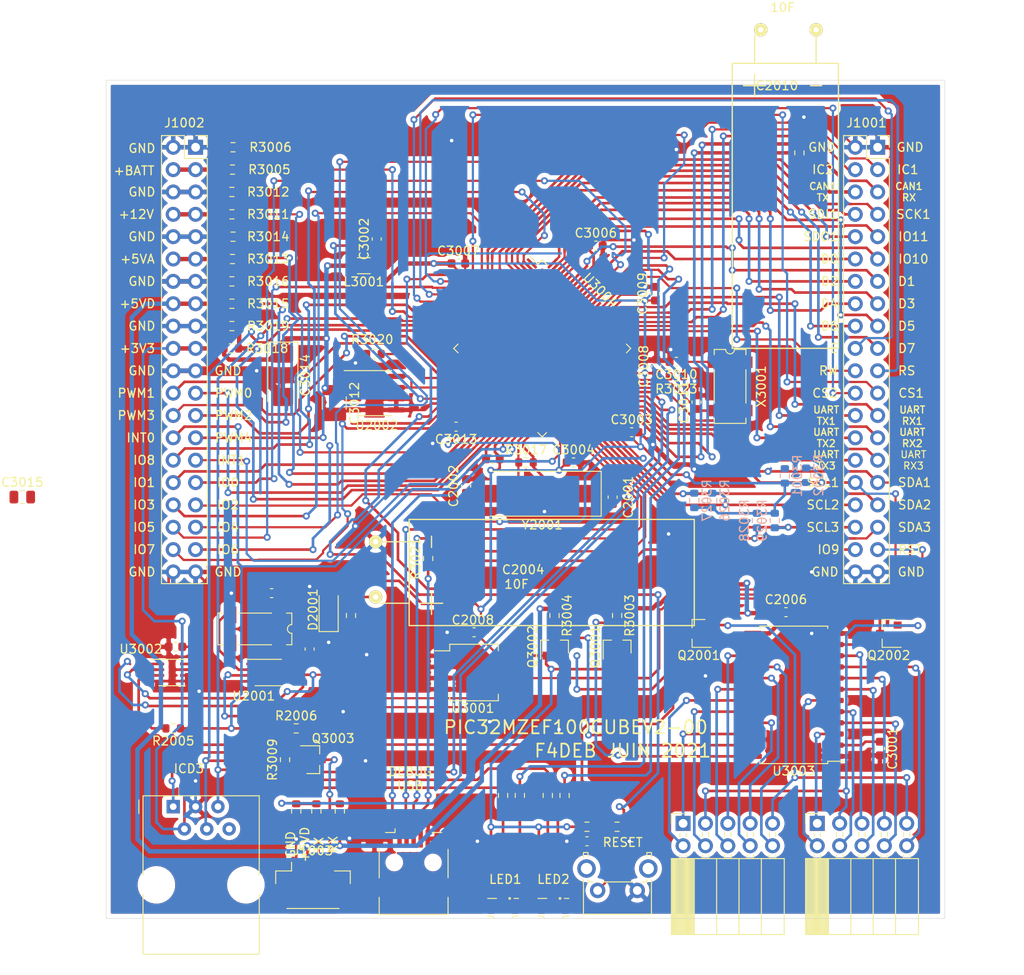
<source format=kicad_pcb>
(kicad_pcb (version 20171130) (host pcbnew 5.99.0+really5.1.12+dfsg1-1~bpo11+1)
  (title_block (title "MAIN CUBE ") (date 2022-01-12) (rev V2-10) (company CUBE) (comment 1 F4DEB))
  (layers (0 F.Cu signal) (31 B.Cu signal hide) (34 B.Paste user hide) (35 F.Paste user) (36 B.SilkS user hide) (37 F.SilkS user) (38 B.Mask user hide) (39 F.Mask user) (44 Edge.Cuts user))
  (net 0 "")
  (net 1 +3V3)
  (net 2 "Net-(C2001-Pad1)")
  (net 3 "Net-(C2002-Pad1)")
  (net 4 /RST)
  (net 5 "Net-(C2004-Pad1)")
  (net 6 "Net-(C2005-Pad1)")
  (net 7 +5VD)
  (net 8 "Net-(C3001-Pad1)")
  (net 9 "Net-(C3002-Pad1)")
  (net 10 "Net-(C3010-Pad1)")
  (net 11 "Net-(C3011-Pad1)")
  (net 12 "Net-(D1001-Pad2)")
  (net 13 "Net-(D1001-Pad1)")
  (net 14 "Net-(D1002-Pad1)")
  (net 15 "Net-(D1002-Pad2)")
  (net 16 /IO9)
  (net 17 /SCL3)
  (net 18 /SDA3)
  (net 19 /SCL2)
  (net 20 /SDA2)
  (net 21 /SCL1)
  (net 22 /SDA1)
  (net 23 /UART-TX3)
  (net 24 /UART-RX3)
  (net 25 /UART-TX2)
  (net 26 /UART-RX2)
  (net 27 /UART-TX1)
  (net 28 /UART-RX1)
  (net 29 /CS2)
  (net 30 /CS1)
  (net 31 /RW)
  (net 32 /RS)
  (net 33 /E)
  (net 34 /D7)
  (net 35 /D6)
  (net 36 /D5)
  (net 37 /D4)
  (net 38 /D3)
  (net 39 /D2)
  (net 40 /D1)
  (net 41 /D0)
  (net 42 /IO10)
  (net 43 /SDO1)
  (net 44 /IO11)
  (net 45 /SDI1)
  (net 46 /SCK1)
  (net 47 /CAN1TX)
  (net 48 /CAN1RX)
  (net 49 /IC2)
  (net 50 /IC1)
  (net 51 +BATT)
  (net 52 +12V)
  (net 53 +5VA)
  (net 54 /PWM0)
  (net 55 /PWM1)
  (net 56 /PWM2)
  (net 57 /PWM3)
  (net 58 /INT0)
  (net 59 /INT1)
  (net 60 /IO8)
  (net 61 /IO0)
  (net 62 /IO1)
  (net 63 /IO2)
  (net 64 /IO3)
  (net 65 /IO4)
  (net 66 /IO5)
  (net 67 /IO6)
  (net 68 /IO7)
  (net 69 /UART-RX0)
  (net 70 /UART-TX0)
  (net 71 /VBUS)
  (net 72 /USBID)
  (net 73 /PGEC1)
  (net 74 /PGED1)
  (net 75 "Net-(Q3001-Pad3)")
  (net 76 "Net-(Q3002-Pad3)")
  (net 77 /PIC32MZ2048EF100/UART-TX)
  (net 78 /LED1)
  (net 79 /LED2)
  (net 80 "Net-(R2005-Pad2)")
  (net 81 "Net-(R2006-Pad2)")
  (net 82 "Net-(R3005-Pad2)")
  (net 83 "Net-(R3007-Pad2)")
  (net 84 "Net-(R3011-Pad2)")
  (net 85 "Net-(R3013-Pad2)")
  (net 86 "Net-(R3015-Pad2)")
  (net 87 "Net-(R3018-Pad2)")
  (net 88 "Net-(R3020-Pad1)")
  (net 89 "Net-(R3021-Pad2)")
  (net 90 "Net-(R3023-Pad2)")
  (net 91 "Net-(U2001-Pad2)")
  (net 92 /I2C/E34)
  (net 93 /I2C/D34)
  (net 94 /I2C/C34)
  (net 95 /I2C/G34)
  (net 96 /I2C/P34)
  (net 97 /I2C/A34)
  (net 98 /I2C/B34)
  (net 99 "Net-(J2001-Pad9)")
  (net 100 /I2C/F34)
  (net 101 "Net-(J2002-Pad10)")
  (net 102 "Net-(J2002-Pad8)")
  (net 103 "Net-(J2002-Pad7)")
  (net 104 "Net-(J2002-Pad5)")
  (net 105 "Net-(J2002-Pad4)")
  (net 106 "Net-(J2002-Pad2)")
  (net 107 "Net-(J2002-Pad1)")
  (net 108 "Net-(Q2001-Pad1)")
  (net 109 "Net-(Q2002-Pad1)")
  (net 110 "Net-(R3022-Pad2)")
  (net 111 GND)
  (net 112 /D-)
  (net 113 /D+)
  (net 114 "Net-(J2001-Pad3)")
  (net 115 "Net-(J2002-Pad6)")
  (net 116 "Net-(C2007-Pad1)")
  (net 117 /PWM4)
  (net 118 "Net-(C2004-Pad2)")
  (net 119 /I2C/SDA1)
  (net 120 "Net-(C3015-Pad1)")
  (module Resistor_SMD:R_0603_1608Metric (layer F.Cu) (at 187.96 55.245 270)
    (fp_text reference R3024 hide)
    (fp_text value 120)
    (pad 1 smd roundrect (at -0.825 0 270) (size 0.8 0.95) (layers F.Cu F.Paste F.Mask) (net 48 /CAN1RX))
    (pad 2 smd roundrect (at 0.825 0 270) (size 0.8 0.95) (layers F.Cu F.Paste F.Mask) (net 47 /CAN1TX))
  )
  (module Connector_JST:JST_GH_SM04B-GHS-TB_1x04-1MP_P1.25mm_Horizontal (layer F.Cu) (at 132.715 138.557)
    (fp_text reference J1003 (at 0 -4) (layer F.SilkS))
    (fp_text value Conn_01x04)
    (pad MP smd roundrect (at 3.725 1.35) (size 1 2.7) (layers F.Cu F.Paste F.Mask))
    (pad MP smd roundrect (at -3.725 1.35) (size 1 2.7) (layers F.Cu F.Paste F.Mask))
    (pad 4 smd roundrect (at 1.875 -1.85) (size 0.6 1.7) (layers F.Cu F.Paste F.Mask) (net 70 /UART-TX0))
    (pad 3 smd roundrect (at 0.625 -1.85) (size 0.6 1.7) (layers F.Cu F.Paste F.Mask) (net 69 /UART-RX0))
    (pad 2 smd roundrect (at -0.625 -1.85) (size 0.6 1.7) (layers F.Cu F.Paste F.Mask) (net 7 +5VD))
    (pad 1 smd roundrect (at -1.875 -1.85) (size 0.6 1.7) (layers F.Cu F.Paste F.Mask) (net 111 GND))
  )
  (module Resistor_SMD:R_0603_1608Metric (layer F.Cu) (at 123.634 64.77 180)
    (fp_text reference R3014 (at -4.001 0) (layer F.SilkS))
    (fp_text value 4k7)
    (pad 2 smd roundrect (at 0.825 0 180) (size 0.8 0.95) (layers F.Cu F.Paste F.Mask) (net 111 GND))
    (pad 1 smd roundrect (at -0.825 0 180) (size 0.8 0.95) (layers F.Cu F.Paste F.Mask) (net 85 "Net-(R3013-Pad2)"))
  )
  (module Resistor_SMD:R_0603_1608Metric (layer F.Cu) (at 133.096 130.048 90)
    (fp_text reference R3007 hide)
    (fp_text value 1k)
    (pad 2 smd roundrect (at 0.825 0 90) (size 0.8 0.95) (layers F.Cu F.Paste F.Mask) (net 83 "Net-(R3007-Pad2)"))
    (pad 1 smd roundrect (at -0.825 0 90) (size 0.8 0.95) (layers F.Cu F.Paste F.Mask) (net 69 /UART-RX0))
  )
  (module Capacitor_SMD:C_0603_1608Metric (layer F.Cu) (at 148.971 86.36 180)
    (fp_text reference C3013 (at 0 -1.43) (layer F.SilkS))
    (fp_text value 100n)
    (pad 2 smd roundrect (at 0.775 0 180) (size 0.9 0.95) (layers F.Cu F.Paste F.Mask) (net 111 GND))
    (pad 1 smd roundrect (at -0.775 0 180) (size 0.9 0.95) (layers F.Cu F.Paste F.Mask) (net 1 +3V3))
  )
  (module Resistor_SMD:R_0603_1608Metric (layer F.Cu) (at 154.305 128.27 90)
    (fp_text reference R1001 hide)
    (fp_text value R)
    (pad 1 smd roundrect (at -0.825 0 90) (size 0.8 0.95) (layers F.Cu F.Paste F.Mask) (net 12 "Net-(D1001-Pad2)"))
    (pad 2 smd roundrect (at 0.825 0 90) (size 0.8 0.95) (layers F.Cu F.Paste F.Mask) (net 73 /PGEC1))
  )
  (module Capacitor_SMD:C_0603_1608Metric (layer F.Cu) (at 117.094 111.379 180)
    (fp_text reference C2009 hide)
    (fp_text value 100n)
    (pad 2 smd roundrect (at 0.775 0 180) (size 0.9 0.95) (layers F.Cu F.Paste F.Mask) (net 111 GND))
    (pad 1 smd roundrect (at -0.775 0 180) (size 0.9 0.95) (layers F.Cu F.Paste F.Mask) (net 1 +3V3))
  )
  (module Capacitor_SMD:C_0603_1608Metric (layer F.Cu) (at 151.016 109.728 180)
    (fp_text reference C2008 (at 0.14 1.397) (layer F.SilkS))
    (fp_text value 100n)
    (pad 2 smd roundrect (at 0.775 0 180) (size 0.9 0.95) (layers F.Cu F.Paste F.Mask) (net 111 GND))
    (pad 1 smd roundrect (at -0.775 0 180) (size 0.9 0.95) (layers F.Cu F.Paste F.Mask) (net 1 +3V3))
  )
  (module Connector_PinSocket_2.54mm:PinSocket_2x05_P2.54mm_Horizontal (layer F.Cu) (at 174.752 131.445 90)
    (fp_text reference J2001 hide)
    (fp_text value Conn_02x05_Top_Bottom)
    (pad 10 thru_hole oval (at -2.54 10.16 90) (size 1.7 1.7) (drill 1) (layers *.Cu *.Mask) (net 96 /I2C/P34))
    (pad 9 thru_hole oval (at 0 10.16 90) (size 1.7 1.7) (drill 1) (layers *.Cu *.Mask) (net 99 "Net-(J2001-Pad9)"))
    (pad 8 thru_hole oval (at -2.54 7.62 90) (size 1.7 1.7) (drill 1) (layers *.Cu *.Mask) (net 95 /I2C/G34))
    (pad 7 thru_hole oval (at 0 7.62 90) (size 1.7 1.7) (drill 1) (layers *.Cu *.Mask) (net 97 /I2C/A34))
    (pad 6 thru_hole oval (at -2.54 5.08 90) (size 1.7 1.7) (drill 1) (layers *.Cu *.Mask) (net 94 /I2C/C34))
    (pad 5 thru_hole oval (at 0 5.08 90) (size 1.7 1.7) (drill 1) (layers *.Cu *.Mask) (net 98 /I2C/B34))
    (pad 4 thru_hole oval (at -2.54 2.54 90) (size 1.7 1.7) (drill 1) (layers *.Cu *.Mask) (net 93 /I2C/D34))
    (pad 3 thru_hole oval (at 0 2.54 90) (size 1.7 1.7) (drill 1) (layers *.Cu *.Mask) (net 114 "Net-(J2001-Pad3)"))
    (pad 2 thru_hole oval (at -2.54 0 90) (size 1.7 1.7) (drill 1) (layers *.Cu *.Mask) (net 92 /I2C/E34))
    (pad 1 thru_hole rect (at 0 0 90) (size 1.7 1.7) (drill 1) (layers *.Cu *.Mask) (net 100 /I2C/F34))
  )
  (module Connector_PinSocket_2.54mm:PinSocket_2x05_P2.54mm_Horizontal (layer F.Cu) (at 189.992 131.445 90)
    (fp_text reference J2002 hide)
    (fp_text value Conn_02x05_Top_Bottom)
    (pad 10 thru_hole oval (at -2.54 10.16 90) (size 1.7 1.7) (drill 1) (layers *.Cu *.Mask) (net 101 "Net-(J2002-Pad10)"))
    (pad 9 thru_hole oval (at 0 10.16 90) (size 1.7 1.7) (drill 1) (layers *.Cu *.Mask) (net 99 "Net-(J2001-Pad9)"))
    (pad 8 thru_hole oval (at -2.54 7.62 90) (size 1.7 1.7) (drill 1) (layers *.Cu *.Mask) (net 102 "Net-(J2002-Pad8)"))
    (pad 7 thru_hole oval (at 0 7.62 90) (size 1.7 1.7) (drill 1) (layers *.Cu *.Mask) (net 103 "Net-(J2002-Pad7)"))
    (pad 6 thru_hole oval (at -2.54 5.08 90) (size 1.7 1.7) (drill 1) (layers *.Cu *.Mask) (net 115 "Net-(J2002-Pad6)"))
    (pad 5 thru_hole oval (at 0 5.08 90) (size 1.7 1.7) (drill 1) (layers *.Cu *.Mask) (net 104 "Net-(J2002-Pad5)"))
    (pad 4 thru_hole oval (at -2.54 2.54 90) (size 1.7 1.7) (drill 1) (layers *.Cu *.Mask) (net 105 "Net-(J2002-Pad4)"))
    (pad 3 thru_hole oval (at 0 2.54 90) (size 1.7 1.7) (drill 1) (layers *.Cu *.Mask) (net 114 "Net-(J2001-Pad3)"))
    (pad 2 thru_hole oval (at -2.54 0 90) (size 1.7 1.7) (drill 1) (layers *.Cu *.Mask) (net 106 "Net-(J2002-Pad2)"))
    (pad 1 thru_hole rect (at 0 0 90) (size 1.7 1.7) (drill 1) (layers *.Cu *.Mask) (net 107 "Net-(J2002-Pad1)"))
  )
  (module Resistor_SMD:R_0603_1608Metric (layer B.Cu) (at 185.166 97.028 270)
    (fp_text reference R3029 (at 0 1.43 90) (layer B.SilkS) (effects (justify mirror)))
    (fp_text value 2k1)
    (pad 2 smd roundrect (at 0.825 0 270) (size 0.8 0.95) (layers B.Cu B.Paste B.Mask) (net 17 /SCL3))
    (pad 1 smd roundrect (at -0.825 0 270) (size 0.8 0.95) (layers B.Cu B.Paste B.Mask) (net 1 +3V3))
  )
  (module Resistor_SMD:R_0603_1608Metric (layer B.Cu) (at 183.134 97.028 270)
    (fp_text reference R3028 (at 0 1.43 270) (layer B.SilkS) (effects (justify mirror)))
    (fp_text value 2k1)
    (pad 2 smd roundrect (at 0.825 0 270) (size 0.8 0.95) (layers B.Cu B.Paste B.Mask) (net 18 /SDA3))
    (pad 1 smd roundrect (at -0.825 0 270) (size 0.8 0.95) (layers B.Cu B.Paste B.Mask) (net 1 +3V3))
  )
  (module Resistor_SMD:R_0603_1608Metric (layer B.Cu) (at 176.022 94.742 90)
    (fp_text reference R3027 (at 0 1.43 270) (layer B.SilkS) (effects (justify mirror)))
    (fp_text value 2k1)
    (pad 2 smd roundrect (at 0.825 0 90) (size 0.8 0.95) (layers B.Cu B.Paste B.Mask) (net 20 /SDA2))
    (pad 1 smd roundrect (at -0.825 0 90) (size 0.8 0.95) (layers B.Cu B.Paste B.Mask) (net 1 +3V3))
  )
  (module Resistor_SMD:R_0603_1608Metric (layer B.Cu) (at 178.054 94.742 90)
    (fp_text reference R3026 (at 0 1.43 270) (layer B.SilkS) (effects (justify mirror)))
    (fp_text value 2k1)
    (pad 2 smd roundrect (at 0.825 0 90) (size 0.8 0.95) (layers B.Cu B.Paste B.Mask) (net 19 /SCL2))
    (pad 1 smd roundrect (at -0.825 0 90) (size 0.8 0.95) (layers B.Cu B.Paste B.Mask) (net 1 +3V3))
  )
  (module Capacitor_SMD:C_0603_1608Metric (layer F.Cu) (at 166.751 94.374 90)
    (fp_text reference C2001 (at 0 1.778 90) (layer F.SilkS))
    (fp_text value 22p)
    (pad 2 smd roundrect (at 0.775 0 90) (size 0.9 0.95) (layers F.Cu F.Paste F.Mask) (net 111 GND))
    (pad 1 smd roundrect (at -0.775 0 90) (size 0.9 0.95) (layers F.Cu F.Paste F.Mask) (net 2 "Net-(C2001-Pad1)"))
  )
  (module Capacitor_SMD:C_0603_1608Metric (layer F.Cu) (at 150.114 93.104 90)
    (fp_text reference C2002 (at 0 -1.43 90) (layer F.SilkS))
    (fp_text value 22p)
    (pad 1 smd roundrect (at -0.775 0 90) (size 0.9 0.95) (layers F.Cu F.Paste F.Mask) (net 3 "Net-(C2002-Pad1)"))
    (pad 2 smd roundrect (at 0.775 0 90) (size 0.9 0.95) (layers F.Cu F.Paste F.Mask) (net 111 GND))
  )
  (module Capacitor_SMD:C_0603_1608Metric (layer F.Cu) (at 163.83 133.477 180)
    (fp_text reference C2003 hide)
    (fp_text value NC)
    (pad 2 smd roundrect (at 0.775 0 180) (size 0.9 0.95) (layers F.Cu F.Paste F.Mask) (net 111 GND))
    (pad 1 smd roundrect (at -0.775 0 180) (size 0.9 0.95) (layers F.Cu F.Paste F.Mask) (net 4 /RST))
  )
  (module CEN-PCB:C-10F (layer F.Cu) (at 143.637 108.966 90)
    (fp_text reference C2004 (at 6.35 12.954 180) (layer F.SilkS))
    (fp_text value 10F (at 4.699 12.192 180) (layer F.SilkS))
    (pad 1 thru_hole circle (at 3.2512 -3.81 90) (size 1.5 1.5) (drill 0.6) (layers *.Cu *.Mask F.SilkS) (net 5 "Net-(C2004-Pad1)"))
    (pad 2 thru_hole circle (at 9.525 -3.81 90) (size 1.5 1.5) (drill 0.6) (layers *.Cu *.Mask F.SilkS) (net 118 "Net-(C2004-Pad2)"))
  )
  (module Capacitor_SMD:C_0603_1608Metric (layer F.Cu) (at 128.016 105.283 180)
    (fp_text reference C2005 hide)
    (fp_text value 10p)
    (pad 1 smd roundrect (at -0.775 0 180) (size 0.9 0.95) (layers F.Cu F.Paste F.Mask) (net 6 "Net-(C2005-Pad1)"))
    (pad 2 smd roundrect (at 0.775 0 180) (size 0.9 0.95) (layers F.Cu F.Paste F.Mask) (net 111 GND))
  )
  (module Capacitor_SMD:C_0603_1608Metric (layer F.Cu) (at 186.436 107.442)
    (fp_text reference C2006 (at 0 -1.43) (layer F.SilkS))
    (fp_text value 100n)
    (pad 2 smd roundrect (at 0.775 0) (size 0.9 0.95) (layers F.Cu F.Paste F.Mask) (net 111 GND))
    (pad 1 smd roundrect (at -0.775 0) (size 0.9 0.95) (layers F.Cu F.Paste F.Mask) (net 7 +5VD))
  )
  (module Capacitor_SMD:C_0603_1608Metric (layer F.Cu) (at 132.334 111.633 90)
    (fp_text reference C2007 hide)
    (fp_text value 100n)
    (pad 1 smd roundrect (at -0.775 0 90) (size 0.9 0.95) (layers F.Cu F.Paste F.Mask) (net 116 "Net-(C2007-Pad1)"))
    (pad 2 smd roundrect (at 0.775 0 90) (size 0.9 0.95) (layers F.Cu F.Paste F.Mask) (net 111 GND))
  )
  (module Capacitor_SMD:C_0603_1608Metric (layer F.Cu) (at 197.104 122.936 270)
    (fp_text reference C3001 (at 0 -1.43 90) (layer F.SilkS))
    (fp_text value 2.7n)
    (pad 2 smd roundrect (at 0.775 0 270) (size 0.9 0.95) (layers F.Cu F.Paste F.Mask) (net 111 GND))
    (pad 1 smd roundrect (at -0.775 0 270) (size 0.9 0.95) (layers F.Cu F.Paste F.Mask) (net 8 "Net-(C3001-Pad1)"))
  )
  (module Capacitor_SMD:C_0603_1608Metric (layer F.Cu) (at 139.954 65.037 90)
    (fp_text reference C3002 (at 0 -1.43 90) (layer F.SilkS))
    (fp_text value 100n)
    (pad 1 smd roundrect (at -0.775 0 90) (size 0.9 0.95) (layers F.Cu F.Paste F.Mask) (net 9 "Net-(C3002-Pad1)"))
    (pad 2 smd roundrect (at 0.775 0 90) (size 0.9 0.95) (layers F.Cu F.Paste F.Mask) (net 111 GND))
  )
  (module Capacitor_SMD:C_0603_1608Metric (layer F.Cu) (at 168.91 86.995)
    (fp_text reference C3003 (at 0 -1.43) (layer F.SilkS))
    (fp_text value 100n)
    (pad 2 smd roundrect (at 0.775 0) (size 0.9 0.95) (layers F.Cu F.Paste F.Mask) (net 111 GND))
    (pad 1 smd roundrect (at -0.775 0) (size 0.9 0.95) (layers F.Cu F.Paste F.Mask) (net 1 +3V3))
  )
  (module Capacitor_SMD:C_0603_1608Metric (layer F.Cu) (at 162.306 90.424)
    (fp_text reference C3004 (at 0 -1.43) (layer F.SilkS))
    (fp_text value 100n)
    (pad 1 smd roundrect (at -0.775 0) (size 0.9 0.95) (layers F.Cu F.Paste F.Mask) (net 1 +3V3))
    (pad 2 smd roundrect (at 0.775 0) (size 0.9 0.95) (layers F.Cu F.Paste F.Mask) (net 111 GND))
  )
  (module Capacitor_SMD:C_0603_1608Metric (layer F.Cu) (at 153.149 90.043 180)
    (fp_text reference C3005 hide)
    (fp_text value 100n)
    (pad 1 smd roundrect (at -0.775 0 180) (size 0.9 0.95) (layers F.Cu F.Paste F.Mask) (net 1 +3V3))
    (pad 2 smd roundrect (at 0.775 0 180) (size 0.9 0.95) (layers F.Cu F.Paste F.Mask) (net 111 GND))
  )
  (module Capacitor_SMD:C_0603_1608Metric (layer F.Cu) (at 164.846 65.786)
    (fp_text reference C3006 (at 0 -1.43) (layer F.SilkS))
    (fp_text value 100n)
    (pad 2 smd roundrect (at 0.775 0) (size 0.9 0.95) (layers F.Cu F.Paste F.Mask) (net 111 GND))
    (pad 1 smd roundrect (at -0.775 0) (size 0.9 0.95) (layers F.Cu F.Paste F.Mask) (net 1 +3V3))
  )
  (module Capacitor_SMD:C_0603_1608Metric (layer F.Cu) (at 149.225 67.818)
    (fp_text reference C3007 (at 0 -1.43) (layer F.SilkS))
    (fp_text value 100n)
    (pad 1 smd roundrect (at -0.775 0) (size 0.9 0.95) (layers F.Cu F.Paste F.Mask) (net 1 +3V3))
    (pad 2 smd roundrect (at 0.775 0) (size 0.9 0.95) (layers F.Cu F.Paste F.Mask) (net 111 GND))
  )
  (module Capacitor_SMD:C_0603_1608Metric (layer F.Cu) (at 171.704 79.502 90)
    (fp_text reference C3008 (at 0 -1.43 90) (layer F.SilkS))
    (fp_text value 100n)
    (pad 2 smd roundrect (at 0.775 0 90) (size 0.9 0.95) (layers F.Cu F.Paste F.Mask) (net 111 GND))
    (pad 1 smd roundrect (at -0.775 0 90) (size 0.9 0.95) (layers F.Cu F.Paste F.Mask) (net 1 +3V3))
  )
  (module Capacitor_SMD:C_0603_1608Metric (layer F.Cu) (at 171.577 71.247 90)
    (fp_text reference C3009 (at 0 -1.43 90) (layer F.SilkS))
    (fp_text value 100n)
    (pad 1 smd roundrect (at -0.775 0 90) (size 0.9 0.95) (layers F.Cu F.Paste F.Mask) (net 1 +3V3))
    (pad 2 smd roundrect (at 0.775 0 90) (size 0.9 0.95) (layers F.Cu F.Paste F.Mask) (net 111 GND))
  )
  (module Capacitor_SMD:C_0603_1608Metric (layer F.Cu) (at 173.99 78.994 180)
    (fp_text reference C3010 (at 0 -1.43) (layer F.SilkS))
    (fp_text value 33p)
    (pad 2 smd roundrect (at 0.775 0 180) (size 0.9 0.95) (layers F.Cu F.Paste F.Mask) (net 111 GND))
    (pad 1 smd roundrect (at -0.775 0 180) (size 0.9 0.95) (layers F.Cu F.Paste F.Mask) (net 10 "Net-(C3010-Pad1)"))
  )
  (module Capacitor_SMD:C_0603_1608Metric (layer F.Cu) (at 176.276 83.579 90)
    (fp_text reference C3011 (at 0 -1.43 90) (layer F.SilkS))
    (fp_text value 33p)
    (pad 1 smd roundrect (at -0.775 0 90) (size 0.9 0.95) (layers F.Cu F.Paste F.Mask) (net 11 "Net-(C3011-Pad1)"))
    (pad 2 smd roundrect (at 0.775 0 90) (size 0.9 0.95) (layers F.Cu F.Paste F.Mask) (net 111 GND))
  )
  (module LED_SMD:LED_LiteOn_LTST-S326 (layer F.Cu) (at 154.305 140.97 270)
    (fp_text reference D1001 hide)
    (fp_text value LED_Dual_CCA)
    (pad 2 smd rect (at -0.65 0 90) (size 0.9 0.9) (layers F.Cu F.Paste F.Mask) (net 12 "Net-(D1001-Pad2)"))
    (pad 1 smd rect (at 0 -1.375 90) (size 1.5 0.75) (layers F.Cu F.Paste F.Mask) (net 13 "Net-(D1001-Pad1)"))
    (pad 3 smd rect (at 0 1.375 90) (size 1.5 0.75) (layers F.Cu F.Paste F.Mask) (net 1 +3V3))
  )
  (module LED_SMD:LED_LiteOn_LTST-S326 (layer F.Cu) (at 160.02 140.97 270)
    (fp_text reference D1002 hide)
    (fp_text value LED_Dual_CCA)
    (pad 3 smd rect (at 0 1.375 90) (size 1.5 0.75) (layers F.Cu F.Paste F.Mask) (net 1 +3V3))
    (pad 1 smd rect (at 0 -1.375 90) (size 1.5 0.75) (layers F.Cu F.Paste F.Mask) (net 14 "Net-(D1002-Pad1)"))
    (pad 2 smd rect (at -0.65 0 90) (size 0.9 0.9) (layers F.Cu F.Paste F.Mask) (net 15 "Net-(D1002-Pad2)"))
  )
  (module Diode_SMD:D_1206_3216Metric_Castellated (layer F.Cu) (at 134.493 107.16 90)
    (fp_text reference D2001 (at 0 -1.78 90) (layer F.SilkS))
    (fp_text value D_Schottky)
    (pad 1 smd roundrect (at -1.425 0 90) (size 1.6 1.65) (layers F.Cu F.Paste F.Mask) (roundrect_rratio 0.15625) (net 116 "Net-(C2007-Pad1)"))
    (pad 2 smd roundrect (at 1.425 0 90) (size 1.6 1.65) (layers F.Cu F.Paste F.Mask) (roundrect_rratio 0.15625) (net 1 +3V3))
  )
  (module Connector_PinSocket_2.54mm:PinSocket_2x20_P2.54mm_Vertical (layer F.Cu) (at 196.85 54.61)
    (fp_text reference J1001 (at -1.27 -2.77) (layer F.SilkS))
    (fp_text value Conn_02x20_Odd_Even)
    (pad 40 thru_hole oval (at -2.54 48.26) (size 1.7 1.7) (drill 1) (layers *.Cu *.Mask) (net 111 GND))
    (pad 39 thru_hole oval (at 0 48.26) (size 1.7 1.7) (drill 1) (layers *.Cu *.Mask) (net 111 GND))
    (pad 38 thru_hole oval (at -2.54 45.72) (size 1.7 1.7) (drill 1) (layers *.Cu *.Mask) (net 16 /IO9))
    (pad 37 thru_hole oval (at 0 45.72) (size 1.7 1.7) (drill 1) (layers *.Cu *.Mask) (net 4 /RST))
    (pad 36 thru_hole oval (at -2.54 43.18) (size 1.7 1.7) (drill 1) (layers *.Cu *.Mask) (net 17 /SCL3))
    (pad 35 thru_hole oval (at 0 43.18) (size 1.7 1.7) (drill 1) (layers *.Cu *.Mask) (net 18 /SDA3))
    (pad 34 thru_hole oval (at -2.54 40.64) (size 1.7 1.7) (drill 1) (layers *.Cu *.Mask) (net 19 /SCL2))
    (pad 33 thru_hole oval (at 0 40.64) (size 1.7 1.7) (drill 1) (layers *.Cu *.Mask) (net 20 /SDA2))
    (pad 32 thru_hole oval (at -2.54 38.1) (size 1.7 1.7) (drill 1) (layers *.Cu *.Mask) (net 21 /SCL1))
    (pad 31 thru_hole oval (at 0 38.1) (size 1.7 1.7) (drill 1) (layers *.Cu *.Mask) (net 22 /SDA1))
    (pad 30 thru_hole oval (at -2.54 35.56) (size 1.7 1.7) (drill 1) (layers *.Cu *.Mask) (net 23 /UART-TX3))
    (pad 29 thru_hole oval (at 0 35.56) (size 1.7 1.7) (drill 1) (layers *.Cu *.Mask) (net 24 /UART-RX3))
    (pad 28 thru_hole oval (at -2.54 33.02) (size 1.7 1.7) (drill 1) (layers *.Cu *.Mask) (net 25 /UART-TX2))
    (pad 27 thru_hole oval (at 0 33.02) (size 1.7 1.7) (drill 1) (layers *.Cu *.Mask) (net 26 /UART-RX2))
    (pad 26 thru_hole oval (at -2.54 30.48) (size 1.7 1.7) (drill 1) (layers *.Cu *.Mask) (net 27 /UART-TX1))
    (pad 25 thru_hole oval (at 0 30.48) (size 1.7 1.7) (drill 1) (layers *.Cu *.Mask) (net 28 /UART-RX1))
    (pad 24 thru_hole oval (at -2.54 27.94) (size 1.7 1.7) (drill 1) (layers *.Cu *.Mask) (net 29 /CS2))
    (pad 23 thru_hole oval (at 0 27.94) (size 1.7 1.7) (drill 1) (layers *.Cu *.Mask) (net 30 /CS1))
    (pad 22 thru_hole oval (at -2.54 25.4) (size 1.7 1.7) (drill 1) (layers *.Cu *.Mask) (net 31 /RW))
    (pad 21 thru_hole oval (at 0 25.4) (size 1.7 1.7) (drill 1) (layers *.Cu *.Mask) (net 32 /RS))
    (pad 20 thru_hole oval (at -2.54 22.86) (size 1.7 1.7) (drill 1) (layers *.Cu *.Mask) (net 33 /E))
    (pad 19 thru_hole oval (at 0 22.86) (size 1.7 1.7) (drill 1) (layers *.Cu *.Mask) (net 34 /D7))
    (pad 18 thru_hole oval (at -2.54 20.32) (size 1.7 1.7) (drill 1) (layers *.Cu *.Mask) (net 35 /D6))
    (pad 17 thru_hole oval (at 0 20.32) (size 1.7 1.7) (drill 1) (layers *.Cu *.Mask) (net 36 /D5))
    (pad 16 thru_hole oval (at -2.54 17.78) (size 1.7 1.7) (drill 1) (layers *.Cu *.Mask) (net 37 /D4))
    (pad 15 thru_hole oval (at 0 17.78) (size 1.7 1.7) (drill 1) (layers *.Cu *.Mask) (net 38 /D3))
    (pad 14 thru_hole oval (at -2.54 15.24) (size 1.7 1.7) (drill 1) (layers *.Cu *.Mask) (net 39 /D2))
    (pad 13 thru_hole oval (at 0 15.24) (size 1.7 1.7) (drill 1) (layers *.Cu *.Mask) (net 40 /D1))
    (pad 12 thru_hole oval (at -2.54 12.7) (size 1.7 1.7) (drill 1) (layers *.Cu *.Mask) (net 41 /D0))
    (pad 11 thru_hole oval (at 0 12.7) (size 1.7 1.7) (drill 1) (layers *.Cu *.Mask) (net 42 /IO10))
    (pad 10 thru_hole oval (at -2.54 10.16) (size 1.7 1.7) (drill 1) (layers *.Cu *.Mask) (net 43 /SDO1))
    (pad 9 thru_hole oval (at 0 10.16) (size 1.7 1.7) (drill 1) (layers *.Cu *.Mask) (net 44 /IO11))
    (pad 8 thru_hole oval (at -2.54 7.62) (size 1.7 1.7) (drill 1) (layers *.Cu *.Mask) (net 45 /SDI1))
    (pad 7 thru_hole oval (at 0 7.62) (size 1.7 1.7) (drill 1) (layers *.Cu *.Mask) (net 46 /SCK1))
    (pad 6 thru_hole oval (at -2.54 5.08) (size 1.7 1.7) (drill 1) (layers *.Cu *.Mask) (net 47 /CAN1TX))
    (pad 5 thru_hole oval (at 0 5.08) (size 1.7 1.7) (drill 1) (layers *.Cu *.Mask) (net 48 /CAN1RX))
    (pad 4 thru_hole oval (at -2.54 2.54) (size 1.7 1.7) (drill 1) (layers *.Cu *.Mask) (net 49 /IC2))
    (pad 3 thru_hole oval (at 0 2.54) (size 1.7 1.7) (drill 1) (layers *.Cu *.Mask) (net 50 /IC1))
    (pad 2 thru_hole oval (at -2.54 0) (size 1.7 1.7) (drill 1) (layers *.Cu *.Mask) (net 111 GND))
    (pad 1 thru_hole rect (at 0 0) (size 1.7 1.7) (drill 1) (layers *.Cu *.Mask) (net 111 GND))
  )
  (module Connector_PinSocket_2.54mm:PinSocket_2x20_P2.54mm_Vertical (layer F.Cu) (at 119.38 54.61)
    (fp_text reference J1002 (at -1.27 -2.77) (layer F.SilkS))
    (fp_text value Conn_02x20_Odd_Even)
    (pad 1 thru_hole rect (at 0 0) (size 1.7 1.7) (drill 1) (layers *.Cu *.Mask) (net 111 GND))
    (pad 2 thru_hole oval (at -2.54 0) (size 1.7 1.7) (drill 1) (layers *.Cu *.Mask) (net 111 GND))
    (pad 3 thru_hole oval (at 0 2.54) (size 1.7 1.7) (drill 1) (layers *.Cu *.Mask) (net 51 +BATT))
    (pad 4 thru_hole oval (at -2.54 2.54) (size 1.7 1.7) (drill 1) (layers *.Cu *.Mask) (net 51 +BATT))
    (pad 5 thru_hole oval (at 0 5.08) (size 1.7 1.7) (drill 1) (layers *.Cu *.Mask) (net 111 GND))
    (pad 6 thru_hole oval (at -2.54 5.08) (size 1.7 1.7) (drill 1) (layers *.Cu *.Mask) (net 111 GND))
    (pad 7 thru_hole oval (at 0 7.62) (size 1.7 1.7) (drill 1) (layers *.Cu *.Mask) (net 52 +12V))
    (pad 8 thru_hole oval (at -2.54 7.62) (size 1.7 1.7) (drill 1) (layers *.Cu *.Mask) (net 52 +12V))
    (pad 9 thru_hole oval (at 0 10.16) (size 1.7 1.7) (drill 1) (layers *.Cu *.Mask) (net 111 GND))
    (pad 10 thru_hole oval (at -2.54 10.16) (size 1.7 1.7) (drill 1) (layers *.Cu *.Mask) (net 111 GND))
    (pad 11 thru_hole oval (at 0 12.7) (size 1.7 1.7) (drill 1) (layers *.Cu *.Mask) (net 53 +5VA))
    (pad 12 thru_hole oval (at -2.54 12.7) (size 1.7 1.7) (drill 1) (layers *.Cu *.Mask) (net 53 +5VA))
    (pad 13 thru_hole oval (at 0 15.24) (size 1.7 1.7) (drill 1) (layers *.Cu *.Mask) (net 111 GND))
    (pad 14 thru_hole oval (at -2.54 15.24) (size 1.7 1.7) (drill 1) (layers *.Cu *.Mask) (net 111 GND))
    (pad 15 thru_hole oval (at 0 17.78) (size 1.7 1.7) (drill 1) (layers *.Cu *.Mask) (net 7 +5VD))
    (pad 16 thru_hole oval (at -2.54 17.78) (size 1.7 1.7) (drill 1) (layers *.Cu *.Mask) (net 7 +5VD))
    (pad 17 thru_hole oval (at 0 20.32) (size 1.7 1.7) (drill 1) (layers *.Cu *.Mask) (net 111 GND))
    (pad 18 thru_hole oval (at -2.54 20.32) (size 1.7 1.7) (drill 1) (layers *.Cu *.Mask) (net 111 GND))
    (pad 19 thru_hole oval (at 0 22.86) (size 1.7 1.7) (drill 1) (layers *.Cu *.Mask) (net 1 +3V3))
    (pad 20 thru_hole oval (at -2.54 22.86) (size 1.7 1.7) (drill 1) (layers *.Cu *.Mask) (net 1 +3V3))
    (pad 21 thru_hole oval (at 0 25.4) (size 1.7 1.7) (drill 1) (layers *.Cu *.Mask) (net 111 GND))
    (pad 22 thru_hole oval (at -2.54 25.4) (size 1.7 1.7) (drill 1) (layers *.Cu *.Mask) (net 111 GND))
    (pad 23 thru_hole oval (at 0 27.94) (size 1.7 1.7) (drill 1) (layers *.Cu *.Mask) (net 54 /PWM0))
    (pad 24 thru_hole oval (at -2.54 27.94) (size 1.7 1.7) (drill 1) (layers *.Cu *.Mask) (net 55 /PWM1))
    (pad 25 thru_hole oval (at 0 30.48) (size 1.7 1.7) (drill 1) (layers *.Cu *.Mask) (net 56 /PWM2))
    (pad 26 thru_hole oval (at -2.54 30.48) (size 1.7 1.7) (drill 1) (layers *.Cu *.Mask) (net 57 /PWM3))
    (pad 27 thru_hole oval (at 0 33.02) (size 1.7 1.7) (drill 1) (layers *.Cu *.Mask) (net 117 /PWM4))
    (pad 28 thru_hole oval (at -2.54 33.02) (size 1.7 1.7) (drill 1) (layers *.Cu *.Mask) (net 58 /INT0))
    (pad 29 thru_hole oval (at 0 35.56) (size 1.7 1.7) (drill 1) (layers *.Cu *.Mask) (net 59 /INT1))
    (pad 30 thru_hole oval (at -2.54 35.56) (size 1.7 1.7) (drill 1) (layers *.Cu *.Mask) (net 60 /IO8))
    (pad 31 thru_hole oval (at 0 38.1) (size 1.7 1.7) (drill 1) (layers *.Cu *.Mask) (net 61 /IO0))
    (pad 32 thru_hole oval (at -2.54 38.1) (size 1.7 1.7) (drill 1) (layers *.Cu *.Mask) (net 62 /IO1))
    (pad 33 thru_hole oval (at 0 40.64) (size 1.7 1.7) (drill 1) (layers *.Cu *.Mask) (net 63 /IO2))
    (pad 34 thru_hole oval (at -2.54 40.64) (size 1.7 1.7) (drill 1) (layers *.Cu *.Mask) (net 64 /IO3))
    (pad 35 thru_hole oval (at 0 43.18) (size 1.7 1.7) (drill 1) (layers *.Cu *.Mask) (net 65 /IO4))
    (pad 36 thru_hole oval (at -2.54 43.18) (size 1.7 1.7) (drill 1) (layers *.Cu *.Mask) (net 66 /IO5))
    (pad 37 thru_hole oval (at 0 45.72) (size 1.7 1.7) (drill 1) (layers *.Cu *.Mask) (net 67 /IO6))
    (pad 38 thru_hole oval (at -2.54 45.72) (size 1.7 1.7) (drill 1) (layers *.Cu *.Mask) (net 68 /IO7))
    (pad 39 thru_hole oval (at 0 48.26) (size 1.7 1.7) (drill 1) (layers *.Cu *.Mask) (net 111 GND))
    (pad 40 thru_hole oval (at -2.54 48.26) (size 1.7 1.7) (drill 1) (layers *.Cu *.Mask) (net 111 GND))
  )
  (module Connector_USB:USB_Mini-B_Lumberg_2486_01_Horizontal (layer F.Cu) (at 144.145 135.89)
    (fp_text reference J1004 hide)
    (fp_text value USB_B_Mini)
    (pad 1 smd rect (at -1.6 -2.7) (size 0.5 2) (layers F.Cu F.Paste F.Mask) (net 71 /VBUS))
    (pad 2 smd rect (at -0.8 -2.7) (size 0.5 2) (layers F.Cu F.Paste F.Mask) (net 112 /D-))
    (pad 3 smd rect (at 0 -2.7) (size 0.5 2) (layers F.Cu F.Paste F.Mask) (net 113 /D+))
    (pad 4 smd rect (at 0.8 -2.7) (size 0.5 2) (layers F.Cu F.Paste F.Mask) (net 72 /USBID))
    (pad 5 smd rect (at 1.6 -2.7) (size 0.5 2) (layers F.Cu F.Paste F.Mask) (net 111 GND))
    (pad 6 smd rect (at -4.45 -2.6) (size 2 1.7) (layers F.Cu F.Paste F.Mask) (net 111 GND))
    (pad 6 smd rect (at -4.45 2.85) (size 2 1.7) (layers F.Cu F.Paste F.Mask) (net 111 GND))
    (pad 6 smd rect (at 4.45 -2.6) (size 2 1.7) (layers F.Cu F.Paste F.Mask) (net 111 GND))
    (pad 6 smd rect (at 4.45 2.85) (size 2 1.7) (layers F.Cu F.Paste F.Mask) (net 111 GND))
    (pad "" np_thru_hole circle (at -2.2 0) (size 1 1) (drill 1) (layers *.Cu *.Mask))
    (pad "" np_thru_hole circle (at 2.2 0) (size 1 1) (drill 1) (layers *.Cu *.Mask))
  )
  (module Connector_RJ:RJ12_Amphenol_54601 (layer F.Cu) (at 116.84 129.54)
    (fp_text reference J1005 hide)
    (fp_text value RJ12)
    (pad "" np_thru_hole circle (at 8.25 8.89) (size 3.25 3.25) (drill 3.25) (layers *.Cu *.Mask))
    (pad 6 thru_hole circle (at 6.35 2.54) (size 1.52 1.52) (drill 0.76) (layers *.Cu *.Mask))
    (pad 5 thru_hole circle (at 5.08 0) (size 1.52 1.52) (drill 0.76) (layers *.Cu *.Mask) (net 73 /PGEC1))
    (pad 4 thru_hole circle (at 3.81 2.54) (size 1.52 1.52) (drill 0.76) (layers *.Cu *.Mask) (net 74 /PGED1))
    (pad 3 thru_hole circle (at 2.54 0) (size 1.52 1.52) (drill 0.76) (layers *.Cu *.Mask) (net 111 GND))
    (pad 2 thru_hole circle (at 1.27 2.54) (size 1.52 1.52) (drill 0.76) (layers *.Cu *.Mask) (net 1 +3V3))
    (pad "" np_thru_hole circle (at -1.91 8.89) (size 3.25 3.25) (drill 3.25) (layers *.Cu *.Mask))
    (pad 1 thru_hole rect (at 0 0) (size 1.52 1.52) (drill 0.76) (layers *.Cu *.Mask) (net 4 /RST))
  )
  (module Resistor_SMD:R_1206_3216Metric (layer F.Cu) (at 138.4915 68.072 180)
    (fp_text reference L3001 (at 0 -1.82) (layer F.SilkS))
    (fp_text value 15µH)
    (pad 1 smd roundrect (at -1.4625 0 180) (size 1.125 1.75) (layers F.Cu F.Paste F.Mask) (roundrect_rratio 0.2222204444444444) (net 9 "Net-(C3002-Pad1)"))
    (pad 2 smd roundrect (at 1.4625 0 180) (size 1.125 1.75) (layers F.Cu F.Paste F.Mask) (roundrect_rratio 0.2222204444444444) (net 1 +3V3))
  )
  (module Package_TO_SOT_SMD:SOT-23 (layer F.Cu) (at 167.259 111.379 90)
    (fp_text reference Q3001 (at 0 -2.5 90) (layer F.SilkS))
    (fp_text value 2N7002)
    (pad 1 smd rect (at -1 -0.95 90) (size 0.9 0.8) (layers F.Cu F.Paste F.Mask) (net 1 +3V3))
    (pad 2 smd rect (at -1 0.95 90) (size 0.9 0.8) (layers F.Cu F.Paste F.Mask) (net 21 /SCL1))
    (pad 3 smd rect (at 1 0 90) (size 0.9 0.8) (layers F.Cu F.Paste F.Mask) (net 75 "Net-(Q3001-Pad3)"))
  )
  (module Package_TO_SOT_SMD:SOT-23 (layer F.Cu) (at 160.147 111.379 90)
    (fp_text reference Q3002 (at 0 -2.5 90) (layer F.SilkS))
    (fp_text value 2N7002)
    (pad 3 smd rect (at 1 0 90) (size 0.9 0.8) (layers F.Cu F.Paste F.Mask) (net 76 "Net-(Q3002-Pad3)"))
    (pad 2 smd rect (at -1 0.95 90) (size 0.9 0.8) (layers F.Cu F.Paste F.Mask) (net 119 /I2C/SDA1))
    (pad 1 smd rect (at -1 -0.95 90) (size 0.9 0.8) (layers F.Cu F.Paste F.Mask) (net 1 +3V3))
  )
  (module Package_TO_SOT_SMD:SOT-23 (layer F.Cu) (at 132.715 124.206)
    (fp_text reference Q3003 (at 2.286 -2.413) (layer F.SilkS))
    (fp_text value 2N7002)
    (pad 1 smd rect (at -1 -0.95) (size 0.9 0.8) (layers F.Cu F.Paste F.Mask) (net 1 +3V3))
    (pad 2 smd rect (at -1 0.95) (size 0.9 0.8) (layers F.Cu F.Paste F.Mask) (net 77 /PIC32MZ2048EF100/UART-TX))
    (pad 3 smd rect (at 1 0) (size 0.9 0.8) (layers F.Cu F.Paste F.Mask) (net 70 /UART-TX0))
  )
  (module Resistor_SMD:R_0603_1608Metric (layer F.Cu) (at 156.21 128.27 90)
    (fp_text reference R1002 hide)
    (fp_text value R)
    (pad 2 smd roundrect (at 0.825 0 90) (size 0.8 0.95) (layers F.Cu F.Paste F.Mask) (net 78 /LED1))
    (pad 1 smd roundrect (at -0.825 0 90) (size 0.8 0.95) (layers F.Cu F.Paste F.Mask) (net 13 "Net-(D1001-Pad1)"))
  )
  (module Resistor_SMD:R_0603_1608Metric (layer F.Cu) (at 159.385 128.27 90)
    (fp_text reference R1003 hide)
    (fp_text value R)
    (pad 2 smd roundrect (at 0.825 0 90) (size 0.8 0.95) (layers F.Cu F.Paste F.Mask) (net 74 /PGED1))
    (pad 1 smd roundrect (at -0.825 0 90) (size 0.8 0.95) (layers F.Cu F.Paste F.Mask) (net 15 "Net-(D1002-Pad2)"))
  )
  (module Resistor_SMD:R_0603_1608Metric (layer F.Cu) (at 161.29 128.27 90)
    (fp_text reference R1004 hide)
    (fp_text value R)
    (pad 1 smd roundrect (at -0.825 0 90) (size 0.8 0.95) (layers F.Cu F.Paste F.Mask) (net 14 "Net-(D1002-Pad1)"))
    (pad 2 smd roundrect (at 0.825 0 90) (size 0.8 0.95) (layers F.Cu F.Paste F.Mask) (net 79 /LED2))
  )
  (module Resistor_SMD:R_0603_1608Metric (layer F.Cu) (at 137.033 107.823 90)
    (fp_text reference R2003 hide)
    (fp_text value 330)
    (pad 1 smd roundrect (at -0.825 0 90) (size 0.8 0.95) (layers F.Cu F.Paste F.Mask) (net 116 "Net-(C2007-Pad1)"))
    (pad 2 smd roundrect (at 0.825 0 90) (size 0.8 0.95) (layers F.Cu F.Paste F.Mask) (net 5 "Net-(C2004-Pad1)"))
  )
  (module Resistor_SMD:R_0603_1608Metric (layer F.Cu) (at 116.84 120.65 180)
    (fp_text reference R2005 (at 0 -1.43) (layer F.SilkS))
    (fp_text value 100)
    (pad 2 smd roundrect (at 0.825 0 180) (size 0.8 0.95) (layers F.Cu F.Paste F.Mask) (net 80 "Net-(R2005-Pad2)"))
    (pad 1 smd roundrect (at -0.825 0 180) (size 0.8 0.95) (layers F.Cu F.Paste F.Mask) (net 58 /INT0))
  )
  (module Resistor_SMD:R_0603_1608Metric (layer F.Cu) (at 130.81 120.65)
    (fp_text reference R2006 (at 0 -1.43) (layer F.SilkS))
    (fp_text value 100)
    (pad 1 smd roundrect (at -0.825 0) (size 0.8 0.95) (layers F.Cu F.Paste F.Mask) (net 58 /INT0))
    (pad 2 smd roundrect (at 0.825 0) (size 0.8 0.95) (layers F.Cu F.Paste F.Mask) (net 81 "Net-(R2006-Pad2)"))
  )
  (module Resistor_SMD:R_0603_1608Metric (layer B.Cu) (at 186.309 91.948 90)
    (fp_text reference R3001 (at 0 1.43 270) (layer B.SilkS) (effects (justify mirror)))
    (fp_text value 4.7k)
    (pad 2 smd roundrect (at 0.825 0 90) (size 0.8 0.95) (layers B.Cu B.Paste B.Mask) (net 119 /I2C/SDA1))
    (pad 1 smd roundrect (at -0.825 0 90) (size 0.8 0.95) (layers B.Cu B.Paste B.Mask) (net 1 +3V3))
  )
  (module Resistor_SMD:R_0603_1608Metric (layer B.Cu) (at 188.722 91.884 90)
    (fp_text reference R3002 (at 0 1.43 270) (layer B.SilkS) (effects (justify mirror)))
    (fp_text value 4.7k)
    (pad 1 smd roundrect (at -0.825 0 90) (size 0.8 0.95) (layers B.Cu B.Paste B.Mask) (net 1 +3V3))
    (pad 2 smd roundrect (at 0.825 0 90) (size 0.8 0.95) (layers B.Cu B.Paste B.Mask) (net 21 /SCL1))
  )
  (module Resistor_SMD:R_0603_1608Metric (layer F.Cu) (at 167.259 107.823 270)
    (fp_text reference R3003 (at 0 -1.43 90) (layer F.SilkS))
    (fp_text value 2.2k)
    (pad 2 smd roundrect (at 0.825 0 270) (size 0.8 0.95) (layers F.Cu F.Paste F.Mask) (net 75 "Net-(Q3001-Pad3)"))
    (pad 1 smd roundrect (at -0.825 0 270) (size 0.8 0.95) (layers F.Cu F.Paste F.Mask) (net 7 +5VD))
  )
  (module Resistor_SMD:R_0603_1608Metric (layer F.Cu) (at 160.147 107.823 270)
    (fp_text reference R3004 (at 0 -1.43 90) (layer F.SilkS))
    (fp_text value 2.2k)
    (pad 1 smd roundrect (at -0.825 0 270) (size 0.8 0.95) (layers F.Cu F.Paste F.Mask) (net 7 +5VD))
    (pad 2 smd roundrect (at 0.825 0 270) (size 0.8 0.95) (layers F.Cu F.Paste F.Mask) (net 76 "Net-(Q3002-Pad3)"))
  )
  (module Resistor_SMD:R_0603_1608Metric (layer F.Cu) (at 123.571 57.15)
    (fp_text reference R3005 (at 4.191 0) (layer F.SilkS))
    (fp_text value 10k)
    (pad 1 smd roundrect (at -0.825 0) (size 0.8 0.95) (layers F.Cu F.Paste F.Mask) (net 51 +BATT))
    (pad 2 smd roundrect (at 0.825 0) (size 0.8 0.95) (layers F.Cu F.Paste F.Mask) (net 82 "Net-(R3005-Pad2)"))
  )
  (module Resistor_SMD:R_0603_1608Metric (layer F.Cu) (at 123.635 54.61 180)
    (fp_text reference R3006 (at -4.254 0) (layer F.SilkS))
    (fp_text value 1k5)
    (pad 2 smd roundrect (at 0.825 0 180) (size 0.8 0.95) (layers F.Cu F.Paste F.Mask) (net 111 GND))
    (pad 1 smd roundrect (at -0.825 0 180) (size 0.8 0.95) (layers F.Cu F.Paste F.Mask) (net 82 "Net-(R3005-Pad2)"))
  )
  (module Resistor_SMD:R_0603_1608Metric (layer F.Cu) (at 130.81 130.048 270)
    (fp_text reference R3008 hide)
    (fp_text value 1k5)
    (pad 2 smd roundrect (at 0.825 0 270) (size 0.8 0.95) (layers F.Cu F.Paste F.Mask) (net 111 GND))
    (pad 1 smd roundrect (at -0.825 0 270) (size 0.8 0.95) (layers F.Cu F.Paste F.Mask) (net 83 "Net-(R3007-Pad2)"))
  )
  (module Resistor_SMD:R_0603_1608Metric (layer F.Cu) (at 129.54 124.206 90)
    (fp_text reference R3009 (at 0 -1.43 90) (layer F.SilkS))
    (fp_text value 10k)
    (pad 2 smd roundrect (at 0.825 0 90) (size 0.8 0.95) (layers F.Cu F.Paste F.Mask) (net 1 +3V3))
    (pad 1 smd roundrect (at -0.825 0 90) (size 0.8 0.95) (layers F.Cu F.Paste F.Mask) (net 77 /PIC32MZ2048EF100/UART-TX))
  )
  (module Resistor_SMD:R_0603_1608Metric (layer F.Cu) (at 135.763 130.048 90)
    (fp_text reference R3010 hide)
    (fp_text value 10k)
    (pad 1 smd roundrect (at -0.825 0 90) (size 0.8 0.95) (layers F.Cu F.Paste F.Mask) (net 7 +5VD))
    (pad 2 smd roundrect (at 0.825 0 90) (size 0.8 0.95) (layers F.Cu F.Paste F.Mask) (net 70 /UART-TX0))
  )
  (module Resistor_SMD:R_0603_1608Metric (layer F.Cu) (at 123.507 62.23)
    (fp_text reference R3011 (at 4.128 0) (layer F.SilkS))
    (fp_text value 10k)
    (pad 2 smd roundrect (at 0.825 0) (size 0.8 0.95) (layers F.Cu F.Paste F.Mask) (net 84 "Net-(R3011-Pad2)"))
    (pad 1 smd roundrect (at -0.825 0) (size 0.8 0.95) (layers F.Cu F.Paste F.Mask) (net 52 +12V))
  )
  (module Resistor_SMD:R_0603_1608Metric (layer F.Cu) (at 123.508 59.69 180)
    (fp_text reference R3012 (at -4.127 0) (layer F.SilkS))
    (fp_text value 1k5)
    (pad 1 smd roundrect (at -0.825 0 180) (size 0.8 0.95) (layers F.Cu F.Paste F.Mask) (net 84 "Net-(R3011-Pad2)"))
    (pad 2 smd roundrect (at 0.825 0 180) (size 0.8 0.95) (layers F.Cu F.Paste F.Mask) (net 111 GND))
  )
  (module Resistor_SMD:R_0603_1608Metric (layer F.Cu) (at 123.571 67.31)
    (fp_text reference R3013 (at 4.064 0) (layer F.SilkS))
    (fp_text value 10k)
    (pad 1 smd roundrect (at -0.825 0) (size 0.8 0.95) (layers F.Cu F.Paste F.Mask) (net 53 +5VA))
    (pad 2 smd roundrect (at 0.825 0) (size 0.8 0.95) (layers F.Cu F.Paste F.Mask) (net 85 "Net-(R3013-Pad2)"))
  )
  (module Resistor_SMD:R_0603_1608Metric (layer F.Cu) (at 123.508 72.39)
    (fp_text reference R3015 (at 4.127 0) (layer F.SilkS))
    (fp_text value 10k)
    (pad 1 smd roundrect (at -0.825 0) (size 0.8 0.95) (layers F.Cu F.Paste F.Mask) (net 7 +5VD))
    (pad 2 smd roundrect (at 0.825 0) (size 0.8 0.95) (layers F.Cu F.Paste F.Mask) (net 86 "Net-(R3015-Pad2)"))
  )
  (module Resistor_SMD:R_0603_1608Metric (layer F.Cu) (at 123.507 69.85 180)
    (fp_text reference R3016 (at -4.128 0) (layer F.SilkS))
    (fp_text value 4k7)
    (pad 2 smd roundrect (at 0.825 0 180) (size 0.8 0.95) (layers F.Cu F.Paste F.Mask) (net 111 GND))
    (pad 1 smd roundrect (at -0.825 0 180) (size 0.8 0.95) (layers F.Cu F.Paste F.Mask) (net 86 "Net-(R3015-Pad2)"))
  )
  (module Resistor_SMD:R_0603_1608Metric (layer F.Cu) (at 156.909 90.424)
    (fp_text reference R3017 (at 0 -1.43) (layer F.SilkS))
    (fp_text value 1M)
    (pad 2 smd roundrect (at 0.825 0) (size 0.8 0.95) (layers F.Cu F.Paste F.Mask) (net 2 "Net-(C2001-Pad1)"))
    (pad 1 smd roundrect (at -0.825 0) (size 0.8 0.95) (layers F.Cu F.Paste F.Mask) (net 3 "Net-(C2002-Pad1)"))
  )
  (module Resistor_SMD:R_0603_1608Metric (layer F.Cu) (at 123.444 77.47)
    (fp_text reference R3018 (at 4.064 0) (layer F.SilkS))
    (fp_text value 10k)
    (pad 1 smd roundrect (at -0.825 0) (size 0.8 0.95) (layers F.Cu F.Paste F.Mask) (net 1 +3V3))
    (pad 2 smd roundrect (at 0.825 0) (size 0.8 0.95) (layers F.Cu F.Paste F.Mask) (net 87 "Net-(R3018-Pad2)"))
  )
  (module Resistor_SMD:R_0603_1608Metric (layer F.Cu) (at 123.508 74.93 180)
    (fp_text reference R3019 (at -4.127 0) (layer F.SilkS))
    (fp_text value 4k7)
    (pad 2 smd roundrect (at 0.825 0 180) (size 0.8 0.95) (layers F.Cu F.Paste F.Mask) (net 111 GND))
    (pad 1 smd roundrect (at -0.825 0 180) (size 0.8 0.95) (layers F.Cu F.Paste F.Mask) (net 87 "Net-(R3018-Pad2)"))
  )
  (module Resistor_SMD:R_0603_1608Metric (layer F.Cu) (at 139.636 78.105 180)
    (fp_text reference R3020 (at 0.19 1.651) (layer F.SilkS))
    (fp_text value 0)
    (pad 2 smd roundrect (at 0.825 0 180) (size 0.8 0.95) (layers F.Cu F.Paste F.Mask) (net 111 GND))
    (pad 1 smd roundrect (at -0.825 0 180) (size 0.8 0.95) (layers F.Cu F.Paste F.Mask) (net 88 "Net-(R3020-Pad1)"))
  )
  (module Resistor_SMD:R_0603_1608Metric (layer F.Cu) (at 145.796 101.346 90)
    (fp_text reference R3021 (at 0 -1.43 90) (layer F.SilkS))
    (fp_text value 0)
    (pad 2 smd roundrect (at 0.825 0 90) (size 0.8 0.95) (layers F.Cu F.Paste F.Mask) (net 89 "Net-(R3021-Pad2)"))
    (pad 1 smd roundrect (at -0.825 0 90) (size 0.8 0.95) (layers F.Cu F.Paste F.Mask) (net 72 /USBID))
  )
  (module Resistor_SMD:R_0603_1608Metric (layer F.Cu) (at 173.99 80.645 180)
    (fp_text reference R3023 (at 0 -1.43) (layer F.SilkS))
    (fp_text value 2k2)
    (pad 1 smd roundrect (at -0.825 0 180) (size 0.8 0.95) (layers F.Cu F.Paste F.Mask) (net 10 "Net-(C3010-Pad1)"))
    (pad 2 smd roundrect (at 0.825 0 180) (size 0.8 0.95) (layers F.Cu F.Paste F.Mask) (net 90 "Net-(R3023-Pad2)"))
  )
  (module Resistor_SMD:R_0603_1608Metric (layer F.Cu) (at 163.83 131.826)
    (fp_text reference R3025 hide)
    (fp_text value 10k)
    (pad 1 smd roundrect (at -0.825 0) (size 0.8 0.95) (layers F.Cu F.Paste F.Mask) (net 1 +3V3))
    (pad 2 smd roundrect (at 0.825 0) (size 0.8 0.95) (layers F.Cu F.Paste F.Mask) (net 4 /RST))
  )
  (module Button_Switch_THT:SW_Tactile_SPST_Angled_PTS645Vx58-2LFS (layer F.Cu) (at 169.545 139.065 180)
    (fp_text reference SW1001 hide)
    (fp_text value SW_Push)
    (pad "" thru_hole circle (at 5.76 2.49 180) (size 2.1 2.1) (drill 1.3) (layers *.Cu *.Mask))
    (pad 2 thru_hole circle (at 4.5 0 180) (size 1.75 1.75) (drill 0.99) (layers *.Cu *.Mask) (net 4 /RST))
    (pad 1 thru_hole circle (at 0 0 180) (size 1.75 1.75) (drill 0.99) (layers *.Cu *.Mask) (net 111 GND))
    (pad "" thru_hole circle (at -1.25 2.49 180) (size 2.1 2.1) (drill 1.3) (layers *.Cu *.Mask))
  )
  (module Package_SO:SSOP-8_2.95x2.8mm_P0.65mm (layer F.Cu) (at 127.635 114.3)
    (fp_text reference U2001 (at -1.651 2.667) (layer F.SilkS))
    (fp_text value PCF8563T)
    (pad 1 smd rect (at -1.7 -0.975 270) (size 0.3 1.6) (layers F.Cu F.Paste F.Mask) (net 6 "Net-(C2005-Pad1)"))
    (pad 2 smd rect (at -1.7 -0.325 270) (size 0.3 1.6) (layers F.Cu F.Paste F.Mask) (net 91 "Net-(U2001-Pad2)"))
    (pad 3 smd rect (at -1.7 0.325 270) (size 0.3 1.6) (layers F.Cu F.Paste F.Mask) (net 81 "Net-(R2006-Pad2)"))
    (pad 4 smd rect (at -1.7 0.975 270) (size 0.3 1.6) (layers F.Cu F.Paste F.Mask) (net 111 GND))
    (pad 5 smd rect (at 1.7 0.975 270) (size 0.3 1.6) (layers F.Cu F.Paste F.Mask) (net 119 /I2C/SDA1))
    (pad 6 smd rect (at 1.7 0.325 270) (size 0.3 1.6) (layers F.Cu F.Paste F.Mask) (net 21 /SCL1))
    (pad 7 smd rect (at 1.7 -0.325 270) (size 0.3 1.6) (layers F.Cu F.Paste F.Mask))
    (pad 8 smd rect (at 1.7 -0.975 270) (size 0.3 1.6) (layers F.Cu F.Paste F.Mask) (net 116 "Net-(C2007-Pad1)"))
  )
  (module Package_SO:SOIC-8_3.9x4.9mm_P1.27mm (layer F.Cu) (at 139.7 82.55)
    (fp_text reference U2002 (at 0.254 3.683) (layer F.SilkS))
    (fp_text value MCP1501-SN)
    (pad 1 smd roundrect (at -2.475 -1.905) (size 1.95 0.6) (layers F.Cu F.Paste F.Mask) (net 1 +3V3))
    (pad 2 smd roundrect (at -2.475 -0.635) (size 1.95 0.6) (layers F.Cu F.Paste F.Mask))
    (pad 3 smd roundrect (at -2.475 0.635) (size 1.95 0.6) (layers F.Cu F.Paste F.Mask) (net 1 +3V3))
    (pad 4 smd roundrect (at -2.475 1.905) (size 1.95 0.6) (layers F.Cu F.Paste F.Mask) (net 111 GND))
    (pad 5 smd roundrect (at 2.475 1.905) (size 1.95 0.6) (layers F.Cu F.Paste F.Mask) (net 111 GND))
    (pad 6 smd roundrect (at 2.475 0.635) (size 1.95 0.6) (layers F.Cu F.Paste F.Mask) (net 111 GND))
    (pad 7 smd roundrect (at 2.475 -0.635) (size 1.95 0.6) (layers F.Cu F.Paste F.Mask) (net 120 "Net-(C3015-Pad1)"))
    (pad 8 smd roundrect (at 2.475 -1.905) (size 1.95 0.6) (layers F.Cu F.Paste F.Mask) (net 120 "Net-(C3015-Pad1)"))
  )
  (module Package_SO:SO-8_5.3x6.2mm_P1.27mm (layer F.Cu) (at 151.003 114.3)
    (fp_text reference U3001 (at -0.127 4.064) (layer F.SilkS))
    (fp_text value 24LC1025)
    (pad 1 smd roundrect (at -3.5 -1.905) (size 1.9 0.6) (layers F.Cu F.Paste F.Mask) (net 111 GND))
    (pad 2 smd roundrect (at -3.5 -0.635) (size 1.9 0.6) (layers F.Cu F.Paste F.Mask) (net 111 GND))
    (pad 3 smd roundrect (at -3.5 0.635) (size 1.9 0.6) (layers F.Cu F.Paste F.Mask) (net 111 GND))
    (pad 4 smd roundrect (at -3.5 1.905) (size 1.9 0.6) (layers F.Cu F.Paste F.Mask) (net 111 GND))
    (pad 5 smd roundrect (at 3.5 1.905) (size 1.9 0.6) (layers F.Cu F.Paste F.Mask) (net 119 /I2C/SDA1))
    (pad 6 smd roundrect (at 3.5 0.635) (size 1.9 0.6) (layers F.Cu F.Paste F.Mask) (net 21 /SCL1))
    (pad 7 smd roundrect (at 3.5 -0.635) (size 1.9 0.6) (layers F.Cu F.Paste F.Mask))
    (pad 8 smd roundrect (at 3.5 -1.905) (size 1.9 0.6) (layers F.Cu F.Paste F.Mask) (net 1 +3V3))
  )
  (module Package_SO:SSOP-8_2.95x2.8mm_P0.65mm (layer F.Cu) (at 116.713 114.3)
    (fp_text reference U3002 (at -3.556 -2.667) (layer F.SilkS))
    (fp_text value LM75A)
    (pad 8 smd rect (at 1.7 -0.975 270) (size 0.3 1.6) (layers F.Cu F.Paste F.Mask) (net 1 +3V3))
    (pad 7 smd rect (at 1.7 -0.325 270) (size 0.3 1.6) (layers F.Cu F.Paste F.Mask) (net 111 GND))
    (pad 6 smd rect (at 1.7 0.325 270) (size 0.3 1.6) (layers F.Cu F.Paste F.Mask) (net 111 GND))
    (pad 5 smd rect (at 1.7 0.975 270) (size 0.3 1.6) (layers F.Cu F.Paste F.Mask) (net 111 GND))
    (pad 4 smd rect (at -1.7 0.975 270) (size 0.3 1.6) (layers F.Cu F.Paste F.Mask) (net 111 GND))
    (pad 3 smd rect (at -1.7 0.325 270) (size 0.3 1.6) (layers F.Cu F.Paste F.Mask) (net 80 "Net-(R2005-Pad2)"))
    (pad 2 smd rect (at -1.7 -0.325 270) (size 0.3 1.6) (layers F.Cu F.Paste F.Mask) (net 21 /SCL1))
    (pad 1 smd rect (at -1.7 -0.975 270) (size 0.3 1.6) (layers F.Cu F.Paste F.Mask) (net 119 /I2C/SDA1))
  )
  (module Package_SO:SOIC-24W_7.5x15.4mm_P1.27mm (layer F.Cu) (at 187.325 116.84 180)
    (fp_text reference U3003 (at 0 -8.65) (layer F.SilkS))
    (fp_text value SAA1064T)
    (pad 1 smd roundrect (at -4.65 -6.985 180) (size 2.05 0.6) (layers F.Cu F.Paste F.Mask) (net 111 GND))
    (pad 2 smd roundrect (at -4.65 -5.715 180) (size 2.05 0.6) (layers F.Cu F.Paste F.Mask) (net 8 "Net-(C3001-Pad1)"))
    (pad 3 smd roundrect (at -4.65 -4.445 180) (size 2.05 0.6) (layers F.Cu F.Paste F.Mask) (net 107 "Net-(J2002-Pad1)"))
    (pad 4 smd roundrect (at -4.65 -3.175 180) (size 2.05 0.6) (layers F.Cu F.Paste F.Mask) (net 102 "Net-(J2002-Pad8)"))
    (pad 5 smd roundrect (at -4.65 -1.905 180) (size 2.05 0.6) (layers F.Cu F.Paste F.Mask) (net 105 "Net-(J2002-Pad4)"))
    (pad 6 smd roundrect (at -4.65 -0.635 180) (size 2.05 0.6) (layers F.Cu F.Paste F.Mask) (net 106 "Net-(J2002-Pad2)"))
    (pad 7 smd roundrect (at -4.65 0.635 180) (size 2.05 0.6) (layers F.Cu F.Paste F.Mask) (net 115 "Net-(J2002-Pad6)"))
    (pad 8 smd roundrect (at -4.65 1.905 180) (size 2.05 0.6) (layers F.Cu F.Paste F.Mask) (net 103 "Net-(J2002-Pad7)"))
    (pad 9 smd roundrect (at -4.65 3.175 180) (size 2.05 0.6) (layers F.Cu F.Paste F.Mask) (net 101 "Net-(J2002-Pad10)"))
    (pad 10 smd roundrect (at -4.65 4.445 180) (size 2.05 0.6) (layers F.Cu F.Paste F.Mask) (net 104 "Net-(J2002-Pad5)"))
    (pad 11 smd roundrect (at -4.65 5.715 180) (size 2.05 0.6) (layers F.Cu F.Paste F.Mask) (net 109 "Net-(Q2002-Pad1)"))
    (pad 12 smd roundrect (at -4.65 6.985 180) (size 2.05 0.6) (layers F.Cu F.Paste F.Mask) (net 111 GND))
    (pad 13 smd roundrect (at 4.65 6.985 180) (size 2.05 0.6) (layers F.Cu F.Paste F.Mask) (net 7 +5VD))
    (pad 14 smd roundrect (at 4.65 5.715 180) (size 2.05 0.6) (layers F.Cu F.Paste F.Mask) (net 108 "Net-(Q2001-Pad1)"))
    (pad 15 smd roundrect (at 4.65 4.445 180) (size 2.05 0.6) (layers F.Cu F.Paste F.Mask) (net 98 /I2C/B34))
    (pad 16 smd roundrect (at 4.65 3.175 180) (size 2.05 0.6) (layers F.Cu F.Paste F.Mask) (net 96 /I2C/P34))
    (pad 17 smd roundrect (at 4.65 1.905 180) (size 2.05 0.6) (layers F.Cu F.Paste F.Mask) (net 97 /I2C/A34))
    (pad 18 smd roundrect (at 4.65 0.635 180) (size 2.05 0.6) (layers F.Cu F.Paste F.Mask) (net 94 /I2C/C34))
    (pad 19 smd roundrect (at 4.65 -0.635 180) (size 2.05 0.6) (layers F.Cu F.Paste F.Mask) (net 92 /I2C/E34))
    (pad 20 smd roundrect (at 4.65 -1.905 180) (size 2.05 0.6) (layers F.Cu F.Paste F.Mask) (net 93 /I2C/D34))
    (pad 21 smd roundrect (at 4.65 -3.175 180) (size 2.05 0.6) (layers F.Cu F.Paste F.Mask) (net 95 /I2C/G34))
    (pad 22 smd roundrect (at 4.65 -4.445 180) (size 2.05 0.6) (layers F.Cu F.Paste F.Mask) (net 100 /I2C/F34))
    (pad 23 smd roundrect (at 4.65 -5.715 180) (size 2.05 0.6) (layers F.Cu F.Paste F.Mask) (net 76 "Net-(Q3002-Pad3)"))
    (pad 24 smd roundrect (at 4.65 -6.985 180) (size 2.05 0.6) (layers F.Cu F.Paste F.Mask) (net 75 "Net-(Q3001-Pad3)"))
  )
  (module Crystal:Crystal_SMD_HC49-SD (layer F.Cu) (at 158.75 93.98 180)
    (fp_text reference Y2001 (at 0 -3.55) (layer F.SilkS))
    (fp_text value 24Mhz)
    (pad 1 smd rect (at -4.25 0 180) (size 4.5 2) (layers F.Cu F.Paste F.Mask) (net 2 "Net-(C2001-Pad1)"))
    (pad 2 smd rect (at 4.25 0 180) (size 4.5 2) (layers F.Cu F.Paste F.Mask) (net 3 "Net-(C2002-Pad1)"))
  )
  (module Crystal:Crystal_SMD_SeikoEpson_MC306-4Pin_8.0x3.2mm (layer F.Cu) (at 126.111 109.347 180)
    (fp_text reference Y2003 hide)
    (fp_text value Crystal)
    (pad 1 smd rect (at -2.75 1.6 180) (size 1.3 1.9) (layers F.Cu F.Paste F.Mask) (net 6 "Net-(C2005-Pad1)"))
    (pad 2 smd rect (at 2.75 1.6 180) (size 1.3 1.9) (layers F.Cu F.Paste F.Mask) (net 91 "Net-(U2001-Pad2)"))
    (pad 3 smd rect (at 2.75 -1.6 180) (size 1.3 1.9) (layers F.Cu F.Paste F.Mask))
    (pad 4 smd rect (at -2.75 -1.6 180) (size 1.3 1.9) (layers F.Cu F.Paste F.Mask))
  )
  (module Package_TO_SOT_SMD:SOT-23 (layer F.Cu) (at 176.53 109.855 180)
    (fp_text reference Q2001 (at 0 -2.5) (layer F.SilkS))
    (fp_text value BSR19)
    (pad 1 smd rect (at -1 -0.95 180) (size 0.9 0.8) (layers F.Cu F.Paste F.Mask) (net 108 "Net-(Q2001-Pad1)"))
    (pad 2 smd rect (at -1 0.95 180) (size 0.9 0.8) (layers F.Cu F.Paste F.Mask) (net 99 "Net-(J2001-Pad9)"))
    (pad 3 smd rect (at 1 0 180) (size 0.9 0.8) (layers F.Cu F.Paste F.Mask) (net 7 +5VD))
  )
  (module Package_TO_SOT_SMD:SOT-23 (layer F.Cu) (at 198.12 109.855 180)
    (fp_text reference Q2002 (at 0 -2.5) (layer F.SilkS))
    (fp_text value BSR19)
    (pad 3 smd rect (at 1 0 180) (size 0.9 0.8) (layers F.Cu F.Paste F.Mask) (net 7 +5VD))
    (pad 2 smd rect (at -1 0.95 180) (size 0.9 0.8) (layers F.Cu F.Paste F.Mask) (net 114 "Net-(J2001-Pad3)"))
    (pad 1 smd rect (at -1 -0.95 180) (size 0.9 0.8) (layers F.Cu F.Paste F.Mask) (net 109 "Net-(Q2002-Pad1)"))
  )
  (module Resistor_SMD:R_0603_1608Metric (layer F.Cu) (at 167.259 131.826)
    (fp_text reference R3022 hide)
    (fp_text value 100)
    (pad 1 smd roundrect (at -0.825 0) (size 0.8 0.95) (layers F.Cu F.Paste F.Mask) (net 4 /RST))
    (pad 2 smd roundrect (at 0.825 0) (size 0.8 0.95) (layers F.Cu F.Paste F.Mask) (net 110 "Net-(R3022-Pad2)"))
  )
  (module Package_QFP:TQFP-100_14x14mm_P0.5mm (layer F.Cu) (at 158.75 77.47 315)
    (fp_text reference U3004 (at 0 -9.35 135) (layer F.SilkS))
    (fp_text value PIC32MZ2048EF100)
    (pad 1 smd roundrect (at -7.6625 -6 315) (size 1.475 0.3) (layers F.Cu F.Paste F.Mask))
    (pad 2 smd roundrect (at -7.6625 -5.5 315) (size 1.475 0.3) (layers F.Cu F.Paste F.Mask) (net 64 /IO3))
    (pad 3 smd roundrect (at -7.6625 -5 315) (size 1.475 0.3) (layers F.Cu F.Paste F.Mask) (net 36 /D5))
    (pad 4 smd roundrect (at -7.6625 -4.5 315) (size 1.475 0.3) (layers F.Cu F.Paste F.Mask) (net 35 /D6))
    (pad 5 smd roundrect (at -7.6625 -4 315) (size 1.475 0.3) (layers F.Cu F.Paste F.Mask) (net 34 /D7))
    (pad 6 smd roundrect (at -7.6625 -3.5 315) (size 1.475 0.3) (layers F.Cu F.Paste F.Mask))
    (pad 7 smd roundrect (at -7.6625 -3 315) (size 1.475 0.3) (layers F.Cu F.Paste F.Mask) (net 43 /SDO1))
    (pad 8 smd roundrect (at -7.6625 -2.5 315) (size 1.475 0.3) (layers F.Cu F.Paste F.Mask))
    (pad 9 smd roundrect (at -7.6625 -2 315) (size 1.475 0.3) (layers F.Cu F.Paste F.Mask) (net 45 /SDI1))
    (pad 10 smd roundrect (at -7.6625 -1.5 315) (size 1.475 0.3) (layers F.Cu F.Paste F.Mask) (net 46 /SCK1))
    (pad 11 smd roundrect (at -7.6625 -1 315) (size 1.475 0.3) (layers F.Cu F.Paste F.Mask) (net 117 /PWM4))
    (pad 12 smd roundrect (at -7.6625 -0.5 315) (size 1.475 0.3) (layers F.Cu F.Paste F.Mask) (net 30 /CS1))
    (pad 13 smd roundrect (at -7.6625 0 315) (size 1.475 0.3) (layers F.Cu F.Paste F.Mask) (net 111 GND))
    (pad 14 smd roundrect (at -7.6625 0.5 315) (size 1.475 0.3) (layers F.Cu F.Paste F.Mask) (net 1 +3V3))
    (pad 15 smd roundrect (at -7.6625 1 315) (size 1.475 0.3) (layers F.Cu F.Paste F.Mask) (net 110 "Net-(R3022-Pad2)"))
    (pad 16 smd roundrect (at -7.6625 1.5 315) (size 1.475 0.3) (layers F.Cu F.Paste F.Mask) (net 29 /CS2))
    (pad 17 smd roundrect (at -7.6625 2 315) (size 1.475 0.3) (layers F.Cu F.Paste F.Mask) (net 61 /IO0))
    (pad 18 smd roundrect (at -7.6625 2.5 315) (size 1.475 0.3) (layers F.Cu F.Paste F.Mask) (net 32 /RS))
    (pad 19 smd roundrect (at -7.6625 3 315) (size 1.475 0.3) (layers F.Cu F.Paste F.Mask) (net 33 /E))
    (pad 20 smd roundrect (at -7.6625 3.5 315) (size 1.475 0.3) (layers F.Cu F.Paste F.Mask) (net 56 /PWM2))
    (pad 21 smd roundrect (at -7.6625 4 315) (size 1.475 0.3) (layers F.Cu F.Paste F.Mask) (net 82 "Net-(R3005-Pad2)"))
    (pad 22 smd roundrect (at -7.6625 4.5 315) (size 1.475 0.3) (layers F.Cu F.Paste F.Mask) (net 57 /PWM3))
    (pad 23 smd roundrect (at -7.6625 5 315) (size 1.475 0.3) (layers F.Cu F.Paste F.Mask))
    (pad 24 smd roundrect (at -7.6625 5.5 315) (size 1.475 0.3) (layers F.Cu F.Paste F.Mask) (net 73 /PGEC1))
    (pad 25 smd roundrect (at -7.6625 6 315) (size 1.475 0.3) (layers F.Cu F.Paste F.Mask) (net 74 /PGED1))
    (pad 26 smd roundrect (at -6 7.6625 315) (size 0.3 1.475) (layers F.Cu F.Paste F.Mask) (net 55 /PWM1))
    (pad 27 smd roundrect (at -5.5 7.6625 315) (size 0.3 1.475) (layers F.Cu F.Paste F.Mask) (net 60 /IO8))
    (pad 28 smd roundrect (at -5 7.6625 315) (size 0.3 1.475) (layers F.Cu F.Paste F.Mask) (net 88 "Net-(R3020-Pad1)"))
    (pad 29 smd roundrect (at -4.5 7.6625 315) (size 0.3 1.475) (layers F.Cu F.Paste F.Mask) (net 120 "Net-(C3015-Pad1)"))
    (pad 30 smd roundrect (at -4 7.6625 315) (size 0.3 1.475) (layers F.Cu F.Paste F.Mask) (net 9 "Net-(C3002-Pad1)"))
    (pad 31 smd roundrect (at -3.5 7.6625 315) (size 0.3 1.475) (layers F.Cu F.Paste F.Mask) (net 111 GND))
    (pad 32 smd roundrect (at -3 7.6625 315) (size 0.3 1.475) (layers F.Cu F.Paste F.Mask) (net 16 /IO9))
    (pad 33 smd roundrect (at -2.5 7.6625 315) (size 0.3 1.475) (layers F.Cu F.Paste F.Mask) (net 67 /IO6))
    (pad 34 smd roundrect (at -2 7.6625 315) (size 0.3 1.475) (layers F.Cu F.Paste F.Mask) (net 68 /IO7))
    (pad 35 smd roundrect (at -1.5 7.6625 315) (size 0.3 1.475) (layers F.Cu F.Paste F.Mask) (net 84 "Net-(R3011-Pad2)"))
    (pad 36 smd roundrect (at -1 7.6625 315) (size 0.3 1.475) (layers F.Cu F.Paste F.Mask) (net 111 GND))
    (pad 37 smd roundrect (at -0.5 7.6625 315) (size 0.3 1.475) (layers F.Cu F.Paste F.Mask) (net 1 +3V3))
    (pad 38 smd roundrect (at 0 7.6625 315) (size 0.3 1.475) (layers F.Cu F.Paste F.Mask) (net 62 /IO1))
    (pad 39 smd roundrect (at 0.5 7.6625 315) (size 0.3 1.475) (layers F.Cu F.Paste F.Mask))
    (pad 40 smd roundrect (at 1 7.6625 315) (size 0.3 1.475) (layers F.Cu F.Paste F.Mask))
    (pad 41 smd roundrect (at 1.5 7.6625 315) (size 0.3 1.475) (layers F.Cu F.Paste F.Mask) (net 85 "Net-(R3013-Pad2)"))
    (pad 42 smd roundrect (at 2 7.6625 315) (size 0.3 1.475) (layers F.Cu F.Paste F.Mask) (net 86 "Net-(R3015-Pad2)"))
    (pad 43 smd roundrect (at 2.5 7.6625 315) (size 0.3 1.475) (layers F.Cu F.Paste F.Mask) (net 54 /PWM0))
    (pad 44 smd roundrect (at 3 7.6625 315) (size 0.3 1.475) (layers F.Cu F.Paste F.Mask) (net 87 "Net-(R3018-Pad2)"))
    (pad 45 smd roundrect (at 3.5 7.6625 315) (size 0.3 1.475) (layers F.Cu F.Paste F.Mask) (net 111 GND))
    (pad 46 smd roundrect (at 4 7.6625 315) (size 0.3 1.475) (layers F.Cu F.Paste F.Mask) (net 1 +3V3))
    (pad 47 smd roundrect (at 4.5 7.6625 315) (size 0.3 1.475) (layers F.Cu F.Paste F.Mask) (net 59 /INT1))
    (pad 48 smd roundrect (at 5 7.6625 315) (size 0.3 1.475) (layers F.Cu F.Paste F.Mask) (net 58 /INT0))
    (pad 49 smd roundrect (at 5.5 7.6625 315) (size 0.3 1.475) (layers F.Cu F.Paste F.Mask) (net 3 "Net-(C2002-Pad1)"))
    (pad 50 smd roundrect (at 6 7.6625 315) (size 0.3 1.475) (layers F.Cu F.Paste F.Mask) (net 2 "Net-(C2001-Pad1)"))
    (pad 51 smd roundrect (at 7.6625 6 315) (size 1.475 0.3) (layers F.Cu F.Paste F.Mask) (net 71 /VBUS))
    (pad 52 smd roundrect (at 7.6625 5.5 315) (size 1.475 0.3) (layers F.Cu F.Paste F.Mask) (net 1 +3V3))
    (pad 53 smd roundrect (at 7.6625 5 315) (size 1.475 0.3) (layers F.Cu F.Paste F.Mask) (net 111 GND))
    (pad 54 smd roundrect (at 7.6625 4.5 315) (size 1.475 0.3) (layers F.Cu F.Paste F.Mask) (net 112 /D-))
    (pad 55 smd roundrect (at 7.6625 4 315) (size 1.475 0.3) (layers F.Cu F.Paste F.Mask) (net 113 /D+))
    (pad 56 smd roundrect (at 7.6625 3.5 315) (size 1.475 0.3) (layers F.Cu F.Paste F.Mask) (net 89 "Net-(R3021-Pad2)"))
    (pad 57 smd roundrect (at 7.6625 3 315) (size 1.475 0.3) (layers F.Cu F.Paste F.Mask) (net 18 /SDA3))
    (pad 58 smd roundrect (at 7.6625 2.5 315) (size 1.475 0.3) (layers F.Cu F.Paste F.Mask) (net 17 /SCL3))
    (pad 59 smd roundrect (at 7.6625 2 315) (size 1.475 0.3) (layers F.Cu F.Paste F.Mask) (net 19 /SCL2))
    (pad 60 smd roundrect (at 7.6625 1.5 315) (size 1.475 0.3) (layers F.Cu F.Paste F.Mask) (net 20 /SDA2))
    (pad 61 smd roundrect (at 7.6625 1 315) (size 1.475 0.3) (layers F.Cu F.Paste F.Mask) (net 63 /IO2))
    (pad 62 smd roundrect (at 7.6625 0.5 315) (size 1.475 0.3) (layers F.Cu F.Paste F.Mask) (net 1 +3V3))
    (pad 63 smd roundrect (at 7.6625 0 315) (size 1.475 0.3) (layers F.Cu F.Paste F.Mask) (net 111 GND))
    (pad 64 smd roundrect (at 7.6625 -0.5 315) (size 1.475 0.3) (layers F.Cu F.Paste F.Mask) (net 47 /CAN1TX))
    (pad 65 smd roundrect (at 7.6625 -1 315) (size 1.475 0.3) (layers F.Cu F.Paste F.Mask) (net 48 /CAN1RX))
    (pad 66 smd roundrect (at 7.6625 -1.5 315) (size 1.475 0.3) (layers F.Cu F.Paste F.Mask) (net 21 /SCL1))
    (pad 67 smd roundrect (at 7.6625 -2 315) (size 1.475 0.3) (layers F.Cu F.Paste F.Mask) (net 22 /SDA1))
    (pad 68 smd roundrect (at 7.6625 -2.5 315) (size 1.475 0.3) (layers F.Cu F.Paste F.Mask) (net 23 /UART-TX3))
    (pad 69 smd roundrect (at 7.6625 -3 315) (size 1.475 0.3) (layers F.Cu F.Paste F.Mask) (net 83 "Net-(R3007-Pad2)"))
    (pad 70 smd roundrect (at 7.6625 -3.5 315) (size 1.475 0.3) (layers F.Cu F.Paste F.Mask) (net 77 /PIC32MZ2048EF100/UART-TX))
    (pad 71 smd roundrect (at 7.6625 -4 315) (size 1.475 0.3) (layers F.Cu F.Paste F.Mask) (net 24 /UART-RX3))
    (pad 72 smd roundrect (at 7.6625 -4.5 315) (size 1.475 0.3) (layers F.Cu F.Paste F.Mask) (net 11 "Net-(C3011-Pad1)"))
    (pad 73 smd roundrect (at 7.6625 -5 315) (size 1.475 0.3) (layers F.Cu F.Paste F.Mask) (net 90 "Net-(R3023-Pad2)"))
    (pad 74 smd roundrect (at 7.6625 -5.5 315) (size 1.475 0.3) (layers F.Cu F.Paste F.Mask) (net 1 +3V3))
    (pad 75 smd roundrect (at 7.6625 -6 315) (size 1.475 0.3) (layers F.Cu F.Paste F.Mask) (net 111 GND))
    (pad 76 smd roundrect (at 6 -7.6625 315) (size 0.3 1.475) (layers F.Cu F.Paste F.Mask))
    (pad 77 smd roundrect (at 5.5 -7.6625 315) (size 0.3 1.475) (layers F.Cu F.Paste F.Mask) (net 25 /UART-TX2))
    (pad 78 smd roundrect (at 5 -7.6625 315) (size 0.3 1.475) (layers F.Cu F.Paste F.Mask) (net 26 /UART-RX2))
    (pad 79 smd roundrect (at 4.5 -7.6625 315) (size 0.3 1.475) (layers F.Cu F.Paste F.Mask) (net 49 /IC2))
    (pad 80 smd roundrect (at 4 -7.6625 315) (size 0.3 1.475) (layers F.Cu F.Paste F.Mask) (net 50 /IC1))
    (pad 81 smd roundrect (at 3.5 -7.6625 315) (size 0.3 1.475) (layers F.Cu F.Paste F.Mask) (net 28 /UART-RX1))
    (pad 82 smd roundrect (at 3 -7.6625 315) (size 0.3 1.475) (layers F.Cu F.Paste F.Mask) (net 27 /UART-TX1))
    (pad 83 smd roundrect (at 2.5 -7.6625 315) (size 0.3 1.475) (layers F.Cu F.Paste F.Mask) (net 1 +3V3))
    (pad 84 smd roundrect (at 2 -7.6625 315) (size 0.3 1.475) (layers F.Cu F.Paste F.Mask) (net 111 GND))
    (pad 85 smd roundrect (at 1.5 -7.6625 315) (size 0.3 1.475) (layers F.Cu F.Paste F.Mask) (net 31 /RW))
    (pad 86 smd roundrect (at 1 -7.6625 315) (size 0.3 1.475) (layers F.Cu F.Paste F.Mask))
    (pad 87 smd roundrect (at 0.5 -7.6625 315) (size 0.3 1.475) (layers F.Cu F.Paste F.Mask) (net 79 /LED2))
    (pad 88 smd roundrect (at 0 -7.6625 315) (size 0.3 1.475) (layers F.Cu F.Paste F.Mask) (net 78 /LED1))
    (pad 89 smd roundrect (at -0.5 -7.6625 315) (size 0.3 1.475) (layers F.Cu F.Paste F.Mask) (net 65 /IO4))
    (pad 90 smd roundrect (at -1 -7.6625 315) (size 0.3 1.475) (layers F.Cu F.Paste F.Mask) (net 66 /IO5))
    (pad 91 smd roundrect (at -1.5 -7.6625 315) (size 0.3 1.475) (layers F.Cu F.Paste F.Mask) (net 41 /D0))
    (pad 92 smd roundrect (at -2 -7.6625 315) (size 0.3 1.475) (layers F.Cu F.Paste F.Mask) (net 111 GND))
    (pad 93 smd roundrect (at -2.5 -7.6625 315) (size 0.3 1.475) (layers F.Cu F.Paste F.Mask) (net 1 +3V3))
    (pad 94 smd roundrect (at -3 -7.6625 315) (size 0.3 1.475) (layers F.Cu F.Paste F.Mask) (net 40 /D1))
    (pad 95 smd roundrect (at -3.5 -7.6625 315) (size 0.3 1.475) (layers F.Cu F.Paste F.Mask))
    (pad 96 smd roundrect (at -4 -7.6625 315) (size 0.3 1.475) (layers F.Cu F.Paste F.Mask) (net 44 /IO11))
    (pad 97 smd roundrect (at -4.5 -7.6625 315) (size 0.3 1.475) (layers F.Cu F.Paste F.Mask) (net 42 /IO10))
    (pad 98 smd roundrect (at -5 -7.6625 315) (size 0.3 1.475) (layers F.Cu F.Paste F.Mask) (net 39 /D2))
    (pad 99 smd roundrect (at -5.5 -7.6625 315) (size 0.3 1.475) (layers F.Cu F.Paste F.Mask) (net 38 /D3))
    (pad 100 smd roundrect (at -6 -7.6625 315) (size 0.3 1.475) (layers F.Cu F.Paste F.Mask) (net 37 /D4))
  )
  (module Crystal:Crystal_SMD_SeikoEpson_MC306-4Pin_8.0x3.2mm (layer F.Cu) (at 180.086 81.788 270)
    (fp_text reference X3001 (at 0 -3.55 90) (layer F.SilkS))
    (fp_text value 32.768KHz)
    (pad 1 smd rect (at -2.75 1.6 270) (size 1.3 1.9) (layers F.Cu F.Paste F.Mask) (net 10 "Net-(C3010-Pad1)"))
    (pad 2 smd rect (at 2.75 1.6 270) (size 1.3 1.9) (layers F.Cu F.Paste F.Mask) (net 11 "Net-(C3011-Pad1)"))
    (pad 3 smd rect (at 2.75 -1.6 270) (size 1.3 1.9) (layers F.Cu F.Paste F.Mask))
    (pad 4 smd rect (at -2.75 -1.6 270) (size 1.3 1.9) (layers F.Cu F.Paste F.Mask))
  )
  (module Capacitor_Tantalum_SMD:CP_EIA-6032-28_Kemet-C (layer F.Cu) (at 129.286 80.518 270)
    (fp_text reference C3014 (at 0 -2.55 90) (layer F.SilkS))
    (fp_text value 47µ)
    (pad 1 smd roundrect (at -2.4625 0 270) (size 2.075 2.35) (layers F.Cu F.Paste F.Mask) (roundrect_rratio 0.1204819277108434) (net 1 +3V3))
    (pad 2 smd roundrect (at 2.4625 0 270) (size 2.075 2.35) (layers F.Cu F.Paste F.Mask) (roundrect_rratio 0.1204819277108434) (net 111 GND))
  )
  (module CEN-PCB:C-10F (layer F.Cu) (at 180.332 45.073)
    (fp_text reference C2010 (at 5.08 2.54) (layer F.SilkS))
    (fp_text value 10F (at 5.715 -6.35) (layer F.SilkS))
    (pad 1 thru_hole circle (at 3.2512 -3.81) (size 1.5 1.5) (drill 0.6) (layers *.Cu *.Mask F.SilkS) (net 118 "Net-(C2004-Pad2)"))
    (pad 2 thru_hole circle (at 9.525 -3.81) (size 1.5 1.5) (drill 0.6) (layers *.Cu *.Mask F.SilkS) (net 111 GND))
  )
  (module Capacitor_SMD:C_1210_3225Metric (layer F.Cu) (at 135.128 83.68 270)
    (fp_text reference C3012 (at 0 -2.3 90) (layer F.SilkS))
    (fp_text value 2.2µF)
    (pad 1 smd roundrect (at -1.475 0 270) (size 1.15 2.7) (layers F.Cu F.Paste F.Mask) (roundrect_rratio 0.217391) (net 1 +3V3))
    (pad 2 smd roundrect (at 1.475 0 270) (size 1.15 2.7) (layers F.Cu F.Paste F.Mask) (roundrect_rratio 0.217391) (net 111 GND))
  )
  (module Capacitor_SMD:C_0805_2012Metric (layer F.Cu) (at 99.695 94.361)
    (fp_text reference C3015 (at 0 -1.68) (layer F.SilkS))
    (fp_text value 220p)
    (pad 1 smd roundrect (at -0.95 0) (size 1 1.45) (layers F.Cu F.Paste F.Mask) (net 120 "Net-(C3015-Pad1)"))
    (pad 2 smd roundrect (at 0.95 0) (size 1 1.45) (layers F.Cu F.Paste F.Mask) (net 111 GND))
  )
  (gr_text GND (at 190.881 102.87) (layer F.SilkS) (effects (font (size 1 1))))
  (gr_text IO9 (at 191.262 100.33) (layer F.SilkS) (effects (font (size 1 1))))
  (gr_text SCL3 (at 190.627 97.79) (layer F.SilkS) (effects (font (size 1 1))))
  (gr_text SCL2 (at 190.627 95.25) (layer F.SilkS) (effects (font (size 1 1))))
  (gr_text SCL1 (at 190.627 92.71) (layer F.SilkS) (effects (font (size 1 1))))
  (gr_text "UART\nTX3" (at 191.008 90.17) (layer F.SilkS) (effects (font (size 0.8 0.8))))
  (gr_text "UART\nTX2" (at 191.008 87.63) (layer F.SilkS) (effects (font (size 0.8 0.8))))
  (gr_text "UART\nTX1" (at 191.008 85.09) (layer F.SilkS) (effects (font (size 0.8 0.8))))
  (gr_text CS2 (at 190.881 82.55) (layer F.SilkS) (effects (font (size 1 1))))
  (gr_text RW (at 191.262 80.01) (layer F.SilkS) (effects (font (size 1 1))))
  (gr_text E (at 191.897 77.47) (layer F.SilkS) (effects (font (size 1 1))))
  (gr_text D6 (at 191.389 74.93) (layer F.SilkS) (effects (font (size 1 1))))
  (gr_text D4 (at 191.389 72.39) (layer F.SilkS) (effects (font (size 1 1))))
  (gr_text D2 (at 191.389 69.85) (layer F.SilkS) (effects (font (size 1 1))))
  (gr_text D0 (at 191.389 67.31) (layer F.SilkS) (effects (font (size 1 1))))
  (gr_text SDO1 (at 190.373 64.77) (layer F.SilkS) (effects (font (size 1 1))))
  (gr_text SDI1 (at 190.627 62.23) (layer F.SilkS) (effects (font (size 1 1))))
  (gr_text "CAN1\nTX" (at 190.627 59.69) (layer F.SilkS) (effects (font (size 0.8 0.8))))
  (gr_text IC2 (at 190.627 57.15) (layer F.SilkS) (effects (font (size 1 1))))
  (gr_text GND (at 190.5 54.61) (layer F.SilkS) (effects (font (size 1 1))))
  (gr_text GND (at 200.533 54.61) (layer F.SilkS) (effects (font (size 1 1))))
  (gr_text IC1 (at 200.279 57.15) (layer F.SilkS) (effects (font (size 1 1))))
  (gr_text "CAN1\nRX" (at 200.406 59.69) (layer F.SilkS) (effects (font (size 0.8 0.8))))
  (gr_text SCK1 (at 200.914 62.23) (layer F.SilkS) (effects (font (size 1 1))))
  (gr_text IO11 (at 200.914 64.77) (layer F.SilkS) (effects (font (size 1 1))))
  (gr_text IO10 (at 200.914 67.31) (layer F.SilkS) (effects (font (size 1 1))))
  (gr_text D1 (at 200.152 69.85) (layer F.SilkS) (effects (font (size 1 1))))
  (gr_text D3 (at 200.152 72.39) (layer F.SilkS) (effects (font (size 1 1))))
  (gr_text D5 (at 200.152 74.93) (layer F.SilkS) (effects (font (size 1 1))))
  (gr_text D7 (at 200.152 77.47) (layer F.SilkS) (effects (font (size 1 1))))
  (gr_text RS (at 200.152 80.01) (layer F.SilkS) (effects (font (size 1 1))))
  (gr_text CS1 (at 200.66 82.55) (layer F.SilkS) (effects (font (size 1 1))))
  (gr_text "UART\nRX1" (at 200.787 85.09) (layer F.SilkS) (effects (font (size 0.8 0.8))))
  (gr_text "UART\nRX2" (at 200.787 87.63) (layer F.SilkS) (effects (font (size 0.8 0.8))))
  (gr_text "UART\nRX3" (at 200.914 90.17) (layer F.SilkS) (effects (font (size 0.8 0.8) (thickness 0.125))))
  (gr_text SDA1 (at 201.041 92.71) (layer F.SilkS) (effects (font (size 1 1))))
  (gr_text SDA2 (at 201.041 95.25) (layer F.SilkS) (effects (font (size 1 1))))
  (gr_text SDA3 (at 201.041 97.79) (layer F.SilkS) (effects (font (size 1 1))))
  (gr_text RST (at 200.533 100.33) (layer F.SilkS) (effects (font (size 1 1))))
  (gr_text GND (at 200.66 102.87) (layer F.SilkS) (effects (font (size 1 1))))
  (gr_text GND (at 123.063 80.01) (layer F.SilkS) (effects (font (size 1 1))))
  (gr_text PWM0 (at 123.698 82.55) (layer F.SilkS) (effects (font (size 1 1))))
  (gr_text PWM2 (at 123.698 85.09) (layer F.SilkS) (effects (font (size 1 1))))
  (gr_text PWM4 (at 123.698 87.63) (layer F.SilkS) (effects (font (size 1 1))))
  (gr_text INT1 (at 123.444 90.17) (layer F.SilkS) (effects (font (size 1 1))))
  (gr_text IO0 (at 123.063 92.71) (layer F.SilkS) (effects (font (size 1 1))))
  (gr_text IO2 (at 123.063 95.25) (layer F.SilkS) (effects (font (size 1 1))))
  (gr_text IO4 (at 123.063 97.79) (layer F.SilkS) (effects (font (size 1 1))))
  (gr_text IO6 (at 123.063 100.33) (layer F.SilkS) (effects (font (size 1 1))))
  (gr_text GND (at 123.063 102.87) (layer F.SilkS) (effects (font (size 1 1))))
  (gr_text GND (at 113.284 102.87) (layer F.SilkS) (effects (font (size 1 1))))
  (gr_text IO7 (at 113.538 100.33) (layer F.SilkS) (effects (font (size 1 1))))
  (gr_text IO5 (at 113.538 97.79) (layer F.SilkS) (effects (font (size 1 1))))
  (gr_text IO3 (at 113.538 95.25) (layer F.SilkS) (effects (font (size 1 1))))
  (gr_text IO1 (at 113.538 92.71) (layer F.SilkS) (effects (font (size 1 1))))
  (gr_text IO8 (at 113.538 90.17) (layer F.SilkS) (effects (font (size 1 1))))
  (gr_text INT0 (at 113.157 87.63) (layer F.SilkS) (effects (font (size 1 1))))
  (gr_text PWM3 (at 112.649 85.09) (layer F.SilkS) (effects (font (size 1 1))))
  (gr_text PWM1 (at 112.649 82.55) (layer F.SilkS) (effects (font (size 1 1))))
  (gr_text GND (at 113.284 80.01) (layer F.SilkS) (effects (font (size 1 1))))
  (gr_text +3V3 (at 112.776 77.47) (layer F.SilkS) (effects (font (size 1 1))))
  (gr_text GND (at 113.284 74.93) (layer F.SilkS) (effects (font (size 1 1))))
  (gr_text +5VD (at 112.776 72.39) (layer F.SilkS) (effects (font (size 1 1))))
  (gr_text GND (at 113.284 69.85) (layer F.SilkS) (effects (font (size 1 1))))
  (gr_text +5VA (at 112.776 67.31) (layer F.SilkS) (effects (font (size 1 1))))
  (gr_text GND (at 113.284 64.77) (layer F.SilkS) (effects (font (size 1 1))))
  (gr_text +12V (at 112.649 62.23) (layer F.SilkS) (effects (font (size 1 1))))
  (gr_text GND (at 113.284 59.69) (layer F.SilkS) (effects (font (size 1 1))))
  (gr_text +BATT (at 112.395 57.277) (layer F.SilkS) (effects (font (size 1 1))))
  (gr_text "GND\n" (at 113.284 54.737) (layer F.SilkS) (effects (font (size 1 1))))
  (gr_text "F4DEB JUIN 2021" (at 167.894 123.19) (layer F.SilkS) (effects (font (size 1.5 1.5) (thickness 0.2))))
  (gr_text PIC32MZEF100CUBEV2-00 (at 162.56 120.523) (layer F.SilkS) (effects (font (size 1.5 1.5) (thickness 0.2))))
  (gr_text RESET (at 167.894 133.604) (layer F.SilkS) (effects (font (size 1 1))))
  (gr_text ICD3 (at 118.618 125.222) (layer F.SilkS) (effects (font (size 1 1))))
  (gr_text "GND\n+5VD\nTX\nRX" (at 132.588 133.858 90) (layer F.SilkS) (effects (font (size 1 1))))
  (gr_text "DEBUG\nUSB" (at 143.764 126.365) (layer F.SilkS) (effects (font (size 1 1))))
  (gr_text LED2 (at 160.02 137.795) (layer F.SilkS) (effects (font (size 1 1))))
  (gr_text LED1 (at 154.559 137.795) (layer F.SilkS) (effects (font (size 1 1))))
  (gr_line (start 109.22 142.24) (end 109.22 46.99) (layer Edge.Cuts) (width 0.05))
  (gr_line (start 204.47 142.24) (end 109.22 142.24) (layer Edge.Cuts) (width 0.05))
  (gr_line (start 204.47 46.99) (end 204.47 142.24) (layer Edge.Cuts) (width 0.05))
  (gr_line (start 109.22 46.99) (end 204.47 46.99) (layer Edge.Cuts) (width 0.05))
  (segment (start 169.335175 80.277) (end 168.057293 78.999118) (width 0.25) (layer F.Cu) (net 1))
  (segment (start 161.531 88.029175) (end 161.531 90.424) (width 0.25) (layer F.Cu) (net 1))
  (segment (start 160.279118 86.777293) (end 161.531 88.029175) (width 0.25) (layer F.Cu) (net 1))
  (segment (start 162.400439 70.284027) (end 162.400439 70.263561) (width 0.25) (layer F.Cu) (net 1))
  (segment (start 162.400439 70.263561) (end 163.068 69.596) (width 0.25) (layer F.Cu) (net 1))
  (segment (start 164.071 65.786) (end 164.071 66.281) (width 0.3) (layer F.Cu) (net 1))
  (segment (start 164.071 66.281) (end 164.592 66.802) (width 0.3) (layer F.Cu) (net 1))
  (segment (start 164.592 68.072) (end 163.703 68.961) (width 0.3) (layer F.Cu) (net 1))
  (segment (start 164.592 66.802) (end 164.592 68.072) (width 0.3) (layer F.Cu) (net 1))
  (segment (start 163.068 69.596) (end 163.703 68.961) (width 0.3) (layer F.Cu) (net 1))
  (via (at 170.421 80.277) (size 0.8) (drill 0.4) (layers F.Cu B.Cu) (net 1))
  (segment (start 171.704 80.277) (end 170.421 80.277) (width 0.3) (layer F.Cu) (net 1))
  (segment (start 170.421 80.277) (end 169.335175 80.277) (width 0.25) (layer F.Cu) (net 1))
  (segment (start 176.022 95.567) (end 178.054 95.567) (width 0.3) (layer B.Cu) (net 1))
  (segment (start 178.054 95.567) (end 178.117 95.567) (width 0.3) (layer B.Cu) (net 1))
  (segment (start 178.753 96.203) (end 183.134 96.203) (width 0.3) (layer B.Cu) (net 1))
  (segment (start 178.117 95.567) (end 178.753 96.203) (width 0.3) (layer B.Cu) (net 1))
  (segment (start 183.134 96.203) (end 185.166 96.203) (width 0.3) (layer B.Cu) (net 1))
  (segment (start 118.413 113.325) (end 119.085 113.325) (width 0.3) (layer F.Cu) (net 1))
  (segment (start 119.085 113.325) (end 119.507 112.903) (width 0.3) (layer F.Cu) (net 1))
  (segment (start 119.507 112.903) (end 119.507 111.633) (width 0.3) (layer F.Cu) (net 1))
  (segment (start 119.253 111.379) (end 117.869 111.379) (width 0.3) (layer F.Cu) (net 1))
  (segment (start 119.507 111.633) (end 119.253 111.379) (width 0.3) (layer F.Cu) (net 1))
  (segment (start 188.658 92.773) (end 188.722 92.709) (width 0.3) (layer B.Cu) (net 1))
  (segment (start 186.309 92.773) (end 188.658 92.773) (width 0.3) (layer B.Cu) (net 1))
  (segment (start 185.166 96.203) (end 185.166 95.25) (width 0.3) (layer B.Cu) (net 1))
  (segment (start 186.309 94.107) (end 186.309 92.773) (width 0.3) (layer B.Cu) (net 1))
  (segment (start 185.166 95.25) (end 186.309 94.107) (width 0.3) (layer B.Cu) (net 1))
  (via (at 160.655 91.313) (size 0.8) (drill 0.4) (layers F.Cu B.Cu) (net 1))
  (segment (start 161.531 90.437) (end 160.655 91.313) (width 0.25) (layer F.Cu) (net 1))
  (segment (start 161.531 90.424) (end 161.531 90.437) (width 0.25) (layer F.Cu) (net 1))
  (via (at 152.908 91.313) (size 0.8) (drill 0.4) (layers F.Cu B.Cu) (net 1))
  (segment (start 160.655 91.313) (end 152.908 91.313) (width 0.25) (layer B.Cu) (net 1))
  (via (at 169.926 88.646) (size 0.8) (drill 0.4) (layers F.Cu B.Cu) (net 1))
  (segment (start 169.926 88.646) (end 169.926 87.63) (width 0.25) (layer B.Cu) (net 1))
  (segment (start 151.791 109.728) (end 151.791 110.389) (width 0.25) (layer F.Cu) (net 1))
  (segment (start 153.797 112.395) (end 154.503 112.395) (width 0.25) (layer F.Cu) (net 1))
  (segment (start 151.791 110.389) (end 153.797 112.395) (width 0.25) (layer F.Cu) (net 1))
  (segment (start 151.791 107.087) (end 151.791 109.728) (width 0.25) (layer F.Cu) (net 1))
  (segment (start 151.201 106.497) (end 151.791 107.087) (width 0.25) (layer F.Cu) (net 1))
  (segment (start 116.84 77.47) (end 119.38 77.47) (width 0.5) (layer F.Cu) (net 1))
  (segment (start 137.225 80.645) (end 135.509 80.645) (width 0.3) (layer F.Cu) (net 1))
  (segment (start 135.509 80.645) (end 135.128 81.026) (width 0.3) (layer F.Cu) (net 1))
  (segment (start 135.128 81.026) (end 135.128 82.804) (width 0.3) (layer F.Cu) (net 1))
  (segment (start 135.509 83.185) (end 137.225 83.185) (width 0.3) (layer F.Cu) (net 1))
  (segment (start 135.128 82.804) (end 135.509 83.185) (width 0.3) (layer F.Cu) (net 1))
  (segment (start 117.869 108.471) (end 117.856 108.458) (width 0.3) (layer F.Cu) (net 1))
  (via (at 117.856 108.458) (size 0.8) (drill 0.4) (layers F.Cu B.Cu) (net 1))
  (segment (start 117.869 111.379) (end 117.869 108.471) (width 0.3) (layer F.Cu) (net 1))
  (segment (start 117.856 108.458) (end 114.681 108.458) (width 0.3) (layer B.Cu) (net 1))
  (segment (start 114.681 108.458) (end 113.411 107.188) (width 0.3) (layer B.Cu) (net 1))
  (segment (start 131.59 123.381) (end 131.715 123.256) (width 0.3) (layer F.Cu) (net 1))
  (segment (start 129.54 123.381) (end 131.59 123.381) (width 0.3) (layer F.Cu) (net 1))
  (segment (start 129.54 123.381) (end 119.316 123.381) (width 0.3) (layer F.Cu) (net 1))
  (segment (start 118.11 124.587) (end 119.316 123.381) (width 0.3) (layer F.Cu) (net 1))
  (segment (start 118.11 132.08) (end 118.11 124.587) (width 0.3) (layer F.Cu) (net 1))
  (segment (start 117.856 108.458) (end 117.856 120.142) (width 0.3) (layer B.Cu) (net 1))
  (segment (start 117.856 120.142) (end 114.935 123.063) (width 0.3) (layer B.Cu) (net 1))
  (segment (start 114.935 131.318) (end 115.697 132.08) (width 0.3) (layer B.Cu) (net 1))
  (segment (start 114.935 123.063) (end 114.935 131.318) (width 0.3) (layer B.Cu) (net 1))
  (segment (start 118.11 132.08) (end 115.697 132.08) (width 0.3) (layer B.Cu) (net 1))
  (segment (start 158.645 140.97) (end 158.645 136.674) (width 0.3) (layer F.Cu) (net 1))
  (segment (start 158.645 136.674) (end 158.369 136.398) (width 0.3) (layer F.Cu) (net 1))
  (segment (start 158.369 136.398) (end 158.369 131.826) (width 0.3) (layer F.Cu) (net 1))
  (segment (start 152.93 140.97) (end 152.93 131.848) (width 0.3) (layer F.Cu) (net 1))
  (via (at 152.93 131.848) (size 0.8) (drill 0.4) (layers F.Cu B.Cu) (net 1))
  (via (at 161.544 131.826) (size 0.8) (drill 0.4) (layers F.Cu B.Cu) (net 1))
  (segment (start 161.522 131.848) (end 161.544 131.826) (width 0.3) (layer B.Cu) (net 1))
  (segment (start 161.544 131.826) (end 163.005 131.826) (width 0.3) (layer F.Cu) (net 1))
  (segment (start 158.369 131.826) (end 158.347 131.848) (width 0.3) (layer F.Cu) (net 1))
  (via (at 158.347 131.848) (size 0.8) (drill 0.4) (layers F.Cu B.Cu) (net 1))
  (segment (start 158.347 131.848) (end 161.522 131.848) (width 0.3) (layer B.Cu) (net 1))
  (segment (start 152.93 131.848) (end 158.347 131.848) (width 0.3) (layer B.Cu) (net 1))
  (segment (start 143.002 67.818) (end 141.1605 69.6595) (width 0.3) (layer F.Cu) (net 1))
  (segment (start 141.1605 69.6595) (end 140.97 69.85) (width 0.25) (layer F.Cu) (net 1))
  (segment (start 154.519 112.379) (end 154.503 112.395) (width 0.3) (layer F.Cu) (net 1))
  (segment (start 159.197 112.379) (end 154.519 112.379) (width 0.3) (layer F.Cu) (net 1))
  (segment (start 159.197 112.379) (end 159.197 113.35) (width 0.3) (layer F.Cu) (net 1))
  (segment (start 159.197 113.35) (end 159.766 113.919) (width 0.3) (layer F.Cu) (net 1))
  (segment (start 159.766 113.919) (end 165.989 113.919) (width 0.3) (layer F.Cu) (net 1))
  (segment (start 166.309 113.599) (end 166.309 112.379) (width 0.3) (layer F.Cu) (net 1))
  (segment (start 165.989 113.919) (end 166.309 113.599) (width 0.3) (layer F.Cu) (net 1))
  (segment (start 134.493 105.735) (end 134.493 104.775) (width 0.3) (layer F.Cu) (net 1))
  (segment (start 134.493 104.775) (end 135.382 103.886) (width 0.3) (layer F.Cu) (net 1))
  (segment (start 135.382 103.886) (end 142.494 103.886) (width 0.3) (layer F.Cu) (net 1))
  (segment (start 145.105 106.497) (end 151.201 106.497) (width 0.3) (layer F.Cu) (net 1))
  (segment (start 142.494 103.886) (end 145.105 106.497) (width 0.3) (layer F.Cu) (net 1))
  (segment (start 152.93 131.848) (end 152.93 124.692) (width 0.3) (layer B.Cu) (net 1))
  (via (at 159.766 113.919) (size 0.8) (drill 0.4) (layers F.Cu B.Cu) (net 1))
  (segment (start 159.766 117.856) (end 159.766 113.919) (width 0.3) (layer B.Cu) (net 1))
  (segment (start 152.93 124.692) (end 159.766 117.856) (width 0.3) (layer B.Cu) (net 1))
  (segment (start 135.408 83.185) (end 135.128 82.905) (width 0.25) (layer F.Cu) (net 1))
  (segment (start 137.225 83.185) (end 135.408 83.185) (width 0.25) (layer F.Cu) (net 1))
  (segment (start 153.894927 87.981927) (end 156.160221 85.716633) (width 0.25) (layer F.Cu) (net 1))
  (segment (start 152.908 91.313) (end 153.67 91.313) (width 0.3) (layer F.Cu) (net 1))
  (segment (start 153.924 91.059) (end 153.924 90.043) (width 0.3) (layer F.Cu) (net 1))
  (segment (start 153.67 91.313) (end 153.924 91.059) (width 0.3) (layer F.Cu) (net 1))
  (segment (start 153.386927 88.489927) (end 153.894927 87.981927) (width 0.3) (layer F.Cu) (net 1))
  (segment (start 153.386927 89.251927) (end 153.386927 88.489927) (width 0.3) (layer F.Cu) (net 1))
  (segment (start 153.924 89.789) (end 153.386927 89.251927) (width 0.3) (layer F.Cu) (net 1))
  (segment (start 153.924 90.043) (end 153.924 89.789) (width 0.3) (layer F.Cu) (net 1))
  (segment (start 149.746 85.766893) (end 149.746 86.36) (width 0.25) (layer F.Cu) (net 1))
  (segment (start 152.978241 82.534652) (end 149.746 85.766893) (width 0.25) (layer F.Cu) (net 1))
  (via (at 151.791 107.087) (size 0.8) (drill 0.4) (layers F.Cu B.Cu) (net 1))
  (segment (start 152.908 105.97) (end 151.791 107.087) (width 0.3) (layer B.Cu) (net 1))
  (segment (start 152.908 91.313) (end 152.908 105.97) (width 0.3) (layer B.Cu) (net 1))
  (segment (start 167.567893 86.995) (end 168.135 86.995) (width 0.25) (layer F.Cu) (net 1))
  (segment (start 163.814652 83.241759) (end 167.567893 86.995) (width 0.25) (layer F.Cu) (net 1))
  (segment (start 168.275 86.995) (end 169.926 88.646) (width 0.25) (layer F.Cu) (net 1))
  (segment (start 168.135 86.995) (end 168.275 86.995) (width 0.25) (layer F.Cu) (net 1))
  (segment (start 119.38 77.47) (end 122.619 77.47) (width 0.5) (layer F.Cu) (net 1))
  (via (at 170.815 64.516) (size 0.8) (drill 0.4) (layers F.Cu B.Cu) (net 1))
  (segment (start 164.071 65.786) (end 165.740999 64.116001) (width 0.3) (layer F.Cu) (net 1))
  (segment (start 165.740999 64.116001) (end 170.415001 64.116001) (width 0.3) (layer F.Cu) (net 1))
  (segment (start 170.415001 64.116001) (end 170.815 64.516) (width 0.3) (layer F.Cu) (net 1))
  (segment (start 176.085 92.773) (end 175.133 91.821) (width 0.3) (layer B.Cu) (net 1))
  (segment (start 178.879 92.773) (end 176.085 92.773) (width 0.3) (layer B.Cu) (net 1))
  (segment (start 186.309 92.773) (end 178.879 92.773) (width 0.3) (layer B.Cu) (net 1))
  (via (at 175.133 91.821) (size 0.8) (drill 0.4) (layers F.Cu B.Cu) (net 1))
  (segment (start 169.926 88.646) (end 170.18 88.646) (width 0.3) (layer F.Cu) (net 1))
  (segment (start 173.355 91.821) (end 175.133 91.821) (width 0.3) (layer F.Cu) (net 1))
  (segment (start 170.18 88.646) (end 173.355 91.821) (width 0.3) (layer F.Cu) (net 1))
  (segment (start 149.746 86.36) (end 149.746 86.728) (width 0.25) (layer F.Cu) (net 1))
  (via (at 148.082 88.392) (size 0.8) (drill 0.4) (layers F.Cu B.Cu) (net 1))
  (segment (start 149.746 86.728) (end 148.082 88.392) (width 0.25) (layer F.Cu) (net 1))
  (segment (start 148.082 88.392) (end 148.2725 88.2015) (width 0.25) (layer B.Cu) (net 1))
  (segment (start 146.431 67.818) (end 143.002 67.818) (width 0.3) (layer F.Cu) (net 1))
  (segment (start 148.45 67.818) (end 146.431 67.818) (width 0.3) (layer F.Cu) (net 1))
  (via (at 134.366 68.072) (size 0.8) (drill 0.4) (layers F.Cu B.Cu) (net 1))
  (segment (start 122.619 78.169) (end 123.19 78.74) (width 0.5) (layer F.Cu) (net 1))
  (segment (start 122.619 77.47) (end 122.619 78.169) (width 0.5) (layer F.Cu) (net 1))
  (segment (start 130.175 76.327) (end 134.239 76.327) (width 0.5) (layer F.Cu) (net 1))
  (via (at 134.239 76.327) (size 0.8) (drill 0.4) (layers F.Cu B.Cu) (net 1))
  (segment (start 127.762 78.74) (end 130.175 76.327) (width 0.5) (layer F.Cu) (net 1))
  (segment (start 134.239 68.199) (end 134.366 68.072) (width 0.5) (layer B.Cu) (net 1))
  (segment (start 134.239 76.327) (end 134.239 68.199) (width 0.5) (layer B.Cu) (net 1))
  (segment (start 134.366 68.072) (end 137.029 68.072) (width 0.5) (layer F.Cu) (net 1))
  (segment (start 137.029 69.084) (end 137.795 69.85) (width 0.5) (layer F.Cu) (net 1))
  (segment (start 137.029 68.072) (end 137.029 69.084) (width 0.5) (layer F.Cu) (net 1))
  (segment (start 140.97 69.85) (end 143.002 67.818) (width 0.5) (layer F.Cu) (net 1))
  (segment (start 137.795 69.85) (end 140.97 69.85) (width 0.5) (layer F.Cu) (net 1))
  (segment (start 143.002 67.818) (end 148.45 67.818) (width 0.5) (layer F.Cu) (net 1))
  (segment (start 170.421 87.135) (end 169.926 87.63) (width 0.25) (layer B.Cu) (net 1))
  (segment (start 170.421 80.277) (end 170.421 87.135) (width 0.25) (layer B.Cu) (net 1))
  (segment (start 169.926 88.646) (end 165.862 88.646) (width 0.25) (layer B.Cu) (net 1))
  (segment (start 163.195 91.313) (end 160.655 91.313) (width 0.25) (layer B.Cu) (net 1))
  (segment (start 165.862 88.646) (end 163.195 91.313) (width 0.25) (layer B.Cu) (net 1))
  (segment (start 160.655 88.9) (end 159.9565 88.2015) (width 0.25) (layer B.Cu) (net 1))
  (segment (start 160.655 91.313) (end 160.655 88.9) (width 0.25) (layer B.Cu) (net 1))
  (segment (start 148.2725 88.2015) (end 159.9565 88.2015) (width 0.25) (layer B.Cu) (net 1))
  (via (at 170.421 72.022) (size 0.8) (drill 0.4) (layers F.Cu B.Cu) (net 1))
  (segment (start 167.733534 72.022) (end 170.421 72.022) (width 0.25) (layer F.Cu) (net 1))
  (segment (start 165.935973 73.819561) (end 167.733534 72.022) (width 0.25) (layer F.Cu) (net 1))
  (segment (start 170.421 80.277) (end 170.421 72.022) (width 0.3) (layer B.Cu) (net 1))
  (segment (start 170.421 72.022) (end 171.577 72.022) (width 0.25) (layer F.Cu) (net 1))
  (segment (start 170.815 64.516) (end 170.815 68.326) (width 0.3) (layer B.Cu) (net 1))
  (segment (start 159.893 67.818) (end 160.782 67.818) (width 0.25) (layer B.Cu) (net 1))
  (segment (start 146.431 67.818) (end 159.893 67.818) (width 0.25) (layer B.Cu) (net 1))
  (segment (start 164.986 72.022) (end 170.421 72.022) (width 0.25) (layer B.Cu) (net 1))
  (segment (start 160.782 67.818) (end 164.986 72.022) (width 0.25) (layer B.Cu) (net 1))
  (segment (start 171.159001 71.283999) (end 170.421 72.022) (width 0.25) (layer B.Cu) (net 1))
  (segment (start 170.815 68.326) (end 171.159001 68.670001) (width 0.25) (layer B.Cu) (net 1))
  (segment (start 171.159001 68.670001) (end 171.159001 71.283999) (width 0.25) (layer B.Cu) (net 1))
  (via (at 146.431 67.818) (size 0.8) (drill 0.4) (layers F.Cu B.Cu) (net 1))
  (segment (start 148.45 67.877107) (end 148.45 67.818) (width 0.25) (layer F.Cu) (net 1))
  (segment (start 152.978241 72.405348) (end 148.45 67.877107) (width 0.25) (layer F.Cu) (net 1))
  (via (at 134.074075 81.965803) (size 0.8) (drill 0.4) (layers F.Cu B.Cu) (net 1))
  (segment (start 135.128 82.905) (end 134.188803 81.965803) (width 0.5) (layer F.Cu) (net 1))
  (segment (start 134.188803 81.965803) (end 134.074075 81.965803) (width 0.5) (layer F.Cu) (net 1))
  (segment (start 134.239 76.327) (end 134.239 81.800878) (width 0.5) (layer B.Cu) (net 1))
  (segment (start 134.239 81.800878) (end 134.074075 81.965803) (width 0.5) (layer B.Cu) (net 1))
  (segment (start 114.046 77.47) (end 113.411 78.105) (width 0.3) (layer B.Cu) (net 1))
  (segment (start 116.84 77.47) (end 114.046 77.47) (width 0.3) (layer B.Cu) (net 1))
  (segment (start 113.411 107.188) (end 113.411 78.105) (width 0.3) (layer B.Cu) (net 1))
  (segment (start 128.6015 78.74) (end 129.286 78.0555) (width 0.5) (layer F.Cu) (net 1))
  (segment (start 123.19 78.74) (end 124.841 78.74) (width 0.5) (layer F.Cu) (net 1))
  (segment (start 124.841 78.74) (end 128.6015 78.74) (width 0.5) (layer F.Cu) (net 1))
  (segment (start 124.841 78.74) (end 127.762 78.74) (width 0.5) (layer F.Cu) (net 1))
  (segment (start 134.239 76.327) (end 129.667 76.327) (width 0.5) (layer F.Cu) (net 1))
  (segment (start 129.286 76.708) (end 129.286 78.0555) (width 0.5) (layer F.Cu) (net 1))
  (segment (start 129.667 76.327) (end 129.286 76.708) (width 0.5) (layer F.Cu) (net 1))
  (segment (start 156.591 88.114281) (end 157.574435 87.130846) (width 0.25) (layer F.Cu) (net 2))
  (segment (start 166.751 95.149) (end 166.269 95.149) (width 0.25) (layer F.Cu) (net 2))
  (segment (start 165.1 93.98) (end 163 93.98) (width 0.25) (layer F.Cu) (net 2))
  (segment (start 166.269 95.149) (end 165.1 93.98) (width 0.25) (layer F.Cu) (net 2))
  (segment (start 163 93.98) (end 160.782 93.98) (width 0.3) (layer F.Cu) (net 2))
  (segment (start 157.734 90.932) (end 157.734 90.424) (width 0.3) (layer F.Cu) (net 2))
  (segment (start 160.782 93.98) (end 157.734 90.932) (width 0.3) (layer F.Cu) (net 2))
  (segment (start 157.734 90.424) (end 157.734 89.789) (width 0.3) (layer F.Cu) (net 2))
  (segment (start 157.734 89.789) (end 157.099 89.154) (width 0.3) (layer F.Cu) (net 2))
  (segment (start 157.099 89.154) (end 156.591 88.646) (width 0.3) (layer F.Cu) (net 2))
  (segment (start 156.591 88.646) (end 156.591 88.114281) (width 0.25) (layer F.Cu) (net 2))
  (segment (start 150.215 93.98) (end 150.114 93.879) (width 0.25) (layer F.Cu) (net 3))
  (segment (start 154.5 93.98) (end 150.215 93.98) (width 0.25) (layer F.Cu) (net 3))
  (segment (start 157.220882 86.777293) (end 156.046002 87.952173) (width 0.25) (layer F.Cu) (net 3))
  (segment (start 156.046002 87.952173) (end 156.046002 92.433998) (width 0.25) (layer F.Cu) (net 3))
  (segment (start 156.046002 92.433998) (end 154.5 93.98) (width 0.25) (layer F.Cu) (net 3))
  (segment (start 166.434 131.826) (end 164.655 131.826) (width 0.25) (layer F.Cu) (net 4))
  (segment (start 164.655 133.427) (end 164.605 133.477) (width 0.25) (layer F.Cu) (net 4))
  (segment (start 164.655 131.826) (end 164.655 133.427) (width 0.25) (layer F.Cu) (net 4))
  (segment (start 165.919999 138.190001) (end 165.045 139.065) (width 0.25) (layer F.Cu) (net 4))
  (segment (start 165.919999 135.312999) (end 165.919999 138.190001) (width 0.25) (layer F.Cu) (net 4))
  (segment (start 164.605 133.998) (end 165.919999 135.312999) (width 0.25) (layer F.Cu) (net 4))
  (segment (start 164.605 133.477) (end 164.605 133.998) (width 0.25) (layer F.Cu) (net 4))
  (via (at 201.93 100.33) (size 0.8) (drill 0.4) (layers F.Cu B.Cu) (net 4))
  (segment (start 201.93 100.33) (end 196.85 100.33) (width 0.25) (layer B.Cu) (net 4))
  (via (at 116.713 126.619) (size 0.8) (drill 0.4) (layers F.Cu B.Cu) (net 4))
  (segment (start 116.84 126.746) (end 116.713 126.619) (width 0.3) (layer B.Cu) (net 4))
  (segment (start 116.84 129.54) (end 116.84 126.746) (width 0.3) (layer B.Cu) (net 4))
  (segment (start 116.713 126.619) (end 116.713 123.444) (width 0.3) (layer F.Cu) (net 4))
  (segment (start 117.651001 122.505999) (end 134.189999 122.505999) (width 0.3) (layer F.Cu) (net 4))
  (segment (start 116.713 123.444) (end 117.651001 122.505999) (width 0.3) (layer F.Cu) (net 4))
  (segment (start 134.189999 122.505999) (end 134.203998 122.492) (width 0.3) (layer F.Cu) (net 4))
  (segment (start 201.93 104.775) (end 201.93 100.33) (width 0.25) (layer F.Cu) (net 4))
  (segment (start 175.159011 105.891989) (end 200.813011 105.891989) (width 0.25) (layer F.Cu) (net 4))
  (segment (start 200.813011 105.891989) (end 201.93 104.775) (width 0.25) (layer F.Cu) (net 4))
  (segment (start 173.609 107.442) (end 175.159011 105.891989) (width 0.25) (layer F.Cu) (net 4))
  (segment (start 164.655 131.826) (end 164.655 127.952) (width 0.3) (layer F.Cu) (net 4))
  (segment (start 163.259 126.556) (end 163.259 122.492) (width 0.3) (layer F.Cu) (net 4))
  (segment (start 164.655 127.952) (end 163.259 126.556) (width 0.3) (layer F.Cu) (net 4))
  (segment (start 134.203998 122.492) (end 163.259 122.492) (width 0.3) (layer F.Cu) (net 4))
  (segment (start 163.259 121.602) (end 163.259 120.84) (width 0.3) (layer F.Cu) (net 4))
  (segment (start 163.259 122.492) (end 163.259 121.602) (width 0.3) (layer F.Cu) (net 4))
  (segment (start 163.259 120.84) (end 163.957 120.142) (width 0.3) (layer F.Cu) (net 4))
  (segment (start 163.957 120.142) (end 171.831 120.142) (width 0.3) (layer F.Cu) (net 4))
  (segment (start 173.609 118.364) (end 173.609 114.427) (width 0.3) (layer F.Cu) (net 4))
  (segment (start 173.609 107.442) (end 173.609 114.427) (width 0.3) (layer F.Cu) (net 4))
  (segment (start 171.831 120.142) (end 173.609 118.364) (width 0.3) (layer F.Cu) (net 4))
  (segment (start 139.827 105.7148) (end 137.6172 105.7148) (width 0.3) (layer F.Cu) (net 5))
  (segment (start 137.033 106.299) (end 137.033 106.998) (width 0.3) (layer F.Cu) (net 5))
  (segment (start 137.6172 105.7148) (end 137.033 106.299) (width 0.3) (layer F.Cu) (net 5))
  (segment (start 125.935 113.325) (end 126.451 113.325) (width 0.3) (layer F.Cu) (net 6))
  (segment (start 126.451 113.325) (end 126.746 113.03) (width 0.3) (layer F.Cu) (net 6))
  (segment (start 126.746 113.03) (end 126.746 108.966) (width 0.3) (layer F.Cu) (net 6))
  (segment (start 127.965 107.747) (end 128.861 107.747) (width 0.3) (layer F.Cu) (net 6))
  (segment (start 126.746 108.966) (end 127.965 107.747) (width 0.3) (layer F.Cu) (net 6))
  (segment (start 128.861 105.353) (end 128.791 105.283) (width 0.3) (layer F.Cu) (net 6))
  (segment (start 128.861 107.747) (end 128.861 105.353) (width 0.3) (layer F.Cu) (net 6))
  (segment (start 116.84 72.39) (end 119.38 72.39) (width 0.5) (layer F.Cu) (net 7))
  (segment (start 160.147 106.998) (end 167.259 106.998) (width 0.3) (layer F.Cu) (net 7))
  (via (at 181.991 104.14) (size 0.8) (drill 0.4) (layers F.Cu B.Cu) (net 7))
  (segment (start 194.437 107.569) (end 193.48499 106.61699) (width 0.3) (layer F.Cu) (net 7))
  (segment (start 197.104 107.569) (end 194.437 107.569) (width 0.3) (layer F.Cu) (net 7))
  (segment (start 197.104 107.569) (end 197.104 109.839) (width 0.3) (layer F.Cu) (net 7))
  (segment (start 197.104 109.839) (end 197.12 109.855) (width 0.3) (layer F.Cu) (net 7))
  (segment (start 175.53 108.315) (end 176.292 107.553) (width 0.3) (layer F.Cu) (net 7))
  (segment (start 175.53 109.855) (end 175.53 108.315) (width 0.3) (layer F.Cu) (net 7))
  (segment (start 178.546 107.553) (end 176.292 107.553) (width 0.3) (layer F.Cu) (net 7))
  (segment (start 178.546 107.553) (end 182.102 107.553) (width 0.3) (layer F.Cu) (net 7))
  (segment (start 185.661 107.074) (end 186.11801 106.61699) (width 0.3) (layer F.Cu) (net 7))
  (segment (start 185.661 107.442) (end 185.661 107.074) (width 0.3) (layer F.Cu) (net 7))
  (segment (start 193.48499 106.61699) (end 186.11801 106.61699) (width 0.3) (layer F.Cu) (net 7))
  (segment (start 182.102 107.553) (end 182.05401 107.50501) (width 0.3) (layer F.Cu) (net 7))
  (via (at 182.102 107.553) (size 0.8) (drill 0.4) (layers F.Cu B.Cu) (net 7))
  (via (at 135.763 133.985) (size 0.8) (drill 0.4) (layers F.Cu B.Cu) (net 7))
  (via (at 132.08 133.985) (size 0.8) (drill 0.4) (layers F.Cu B.Cu) (net 7))
  (segment (start 132.08 133.985) (end 135.763 133.985) (width 0.3) (layer B.Cu) (net 7))
  (segment (start 132.09 137.088) (end 132.09 133.995) (width 0.3) (layer F.Cu) (net 7))
  (segment (start 132.09 133.995) (end 132.08 133.985) (width 0.3) (layer F.Cu) (net 7))
  (segment (start 135.763 133.985) (end 135.763 130.873) (width 0.3) (layer F.Cu) (net 7))
  (segment (start 135.763 133.985) (end 144.526 133.985) (width 0.3) (layer B.Cu) (net 7))
  (via (at 158.496 107.061) (size 0.8) (drill 0.4) (layers F.Cu B.Cu) (net 7))
  (segment (start 160.084 107.061) (end 160.147 106.998) (width 0.3) (layer F.Cu) (net 7))
  (segment (start 158.496 107.061) (end 160.084 107.061) (width 0.3) (layer F.Cu) (net 7))
  (segment (start 119.38 72.39) (end 122.683 72.39) (width 0.5) (layer F.Cu) (net 7))
  (segment (start 116.84 72.39) (end 113.665 72.39) (width 0.5) (layer B.Cu) (net 7))
  (segment (start 113.665 72.39) (end 112.141 73.914) (width 0.5) (layer B.Cu) (net 7))
  (segment (start 112.141 73.914) (end 112.141 109.982) (width 0.5) (layer B.Cu) (net 7))
  (segment (start 112.141 109.982) (end 115.443 113.284) (width 0.5) (layer B.Cu) (net 7))
  (segment (start 115.443 113.284) (end 115.443 120.396) (width 0.5) (layer B.Cu) (net 7))
  (segment (start 115.443 120.396) (end 112.776 123.063) (width 0.5) (layer B.Cu) (net 7))
  (segment (start 112.776 123.063) (end 112.776 133.223) (width 0.5) (layer B.Cu) (net 7))
  (segment (start 112.776 133.223) (end 114.173 134.62) (width 0.5) (layer B.Cu) (net 7))
  (segment (start 131.445 134.62) (end 132.08 133.985) (width 0.5) (layer B.Cu) (net 7))
  (segment (start 114.173 134.62) (end 131.445 134.62) (width 0.5) (layer B.Cu) (net 7))
  (segment (start 141.446002 133.985) (end 144.526 133.985) (width 0.5) (layer B.Cu) (net 7))
  (segment (start 132.08 133.985) (end 141.446002 133.985) (width 0.5) (layer B.Cu) (net 7))
  (segment (start 167.196 107.061) (end 167.259 106.998) (width 0.5) (layer F.Cu) (net 7))
  (segment (start 158.496 107.061) (end 167.196 107.061) (width 0.5) (layer F.Cu) (net 7))
  (segment (start 181.841008 104.289992) (end 181.991 104.14) (width 0.5) (layer F.Cu) (net 7))
  (segment (start 174.345903 104.289992) (end 181.841008 104.289992) (width 0.5) (layer F.Cu) (net 7))
  (segment (start 171.772968 106.52449) (end 172.111405 106.52449) (width 0.5) (layer F.Cu) (net 7))
  (segment (start 171.299458 106.998) (end 171.772968 106.52449) (width 0.5) (layer F.Cu) (net 7))
  (segment (start 167.259 106.998) (end 171.299458 106.998) (width 0.5) (layer F.Cu) (net 7))
  (segment (start 172.111405 106.52449) (end 174.345903 104.289992) (width 0.5) (layer F.Cu) (net 7))
  (segment (start 181.991 107.442) (end 182.102 107.553) (width 0.5) (layer B.Cu) (net 7))
  (segment (start 181.991 104.14) (end 181.991 107.442) (width 0.5) (layer B.Cu) (net 7))
  (segment (start 185.55 107.553) (end 185.661 107.442) (width 0.5) (layer F.Cu) (net 7))
  (segment (start 182.102 107.553) (end 185.55 107.553) (width 0.5) (layer F.Cu) (net 7))
  (segment (start 185.661 108.725) (end 184.531 109.855) (width 0.5) (layer F.Cu) (net 7))
  (segment (start 185.661 107.442) (end 185.661 108.725) (width 0.5) (layer F.Cu) (net 7))
  (segment (start 182.675 109.855) (end 184.531 109.855) (width 0.5) (layer F.Cu) (net 7))
  (segment (start 151.892 126.619) (end 150.6855 127.8255) (width 0.5) (layer B.Cu) (net 7))
  (segment (start 150.6855 127.8255) (end 144.526 133.985) (width 0.5) (layer B.Cu) (net 7))
  (segment (start 151.892 124.587) (end 151.892 126.619) (width 0.5) (layer B.Cu) (net 7))
  (segment (start 158.496 117.983) (end 151.892 124.587) (width 0.5) (layer B.Cu) (net 7))
  (segment (start 158.496 107.061) (end 158.496 117.983) (width 0.5) (layer B.Cu) (net 7))
  (segment (start 191.975 122.555) (end 195.072 122.555) (width 0.3) (layer F.Cu) (net 8))
  (segment (start 195.466 122.161) (end 197.104 122.161) (width 0.3) (layer F.Cu) (net 8))
  (segment (start 195.072 122.555) (end 195.466 122.161) (width 0.3) (layer F.Cu) (net 8))
  (via (at 144.907 83.185) (size 0.8) (drill 0.4) (layers F.Cu B.Cu) (net 9))
  (segment (start 147.342805 83.185) (end 144.907 83.185) (width 0.25) (layer F.Cu) (net 9))
  (segment (start 150.468026 80.059779) (end 147.342805 83.185) (width 0.25) (layer F.Cu) (net 9))
  (segment (start 150.503367 80.059779) (end 150.468026 80.059779) (width 0.25) (layer F.Cu) (net 9))
  (segment (start 144.907 83.185) (end 135.255 73.533) (width 0.3) (layer B.Cu) (net 9))
  (segment (start 135.255 73.533) (end 135.255 66.00301) (width 0.3) (layer B.Cu) (net 9))
  (segment (start 135.255 66.00301) (end 135.03799 65.786) (width 0.3) (layer B.Cu) (net 9))
  (via (at 135.03799 65.786) (size 0.8) (drill 0.4) (layers F.Cu B.Cu) (net 9))
  (segment (start 139.928 65.786) (end 139.954 65.812) (width 0.3) (layer F.Cu) (net 9))
  (segment (start 135.03799 65.786) (end 139.928 65.786) (width 0.3) (layer F.Cu) (net 9))
  (segment (start 139.954 65.812) (end 139.954 68.072) (width 0.3) (layer F.Cu) (net 9))
  (segment (start 175.07 79.07) (end 174.765 79.375) (width 0.25) (layer F.Cu) (net 10))
  (segment (start 177.514 78.994) (end 177.59 79.07) (width 0.25) (layer F.Cu) (net 10))
  (segment (start 174.765 78.994) (end 177.514 78.994) (width 0.25) (layer F.Cu) (net 10))
  (segment (start 174.765 80.595) (end 174.815 80.645) (width 0.25) (layer F.Cu) (net 10))
  (segment (start 174.765 78.994) (end 174.765 80.595) (width 0.25) (layer F.Cu) (net 10))
  (segment (start 176.46 84.538) (end 176.276 84.354) (width 0.3) (layer F.Cu) (net 11))
  (segment (start 178.486 84.538) (end 176.46 84.538) (width 0.3) (layer F.Cu) (net 11))
  (segment (start 169.141939 81.497978) (end 171.035733 81.497978) (width 0.25) (layer F.Cu) (net 11))
  (segment (start 171.035733 81.497978) (end 171.039776 81.502021) (width 0.25) (layer F.Cu) (net 11))
  (segment (start 173.424021 81.502021) (end 176.276 84.354) (width 0.25) (layer F.Cu) (net 11))
  (segment (start 171.039776 81.502021) (end 173.424021 81.502021) (width 0.25) (layer F.Cu) (net 11))
  (segment (start 167.350186 79.706225) (end 169.141939 81.497978) (width 0.25) (layer F.Cu) (net 11))
  (segment (start 154.305 140.32) (end 154.305 129.095) (width 0.3) (layer F.Cu) (net 12))
  (segment (start 155.68 140.97) (end 155.68 134.515) (width 0.3) (layer F.Cu) (net 13))
  (segment (start 156.21 133.985) (end 156.21 129.095) (width 0.3) (layer F.Cu) (net 13))
  (segment (start 155.68 134.515) (end 156.21 133.985) (width 0.3) (layer F.Cu) (net 13))
  (segment (start 161.395 140.97) (end 161.395 136.249) (width 0.3) (layer F.Cu) (net 14))
  (segment (start 161.395 136.249) (end 160.528 135.382) (width 0.3) (layer F.Cu) (net 14))
  (segment (start 160.528 135.382) (end 160.528 130.937) (width 0.3) (layer F.Cu) (net 14))
  (segment (start 161.29 130.175) (end 161.29 129.095) (width 0.3) (layer F.Cu) (net 14))
  (segment (start 160.528 130.937) (end 161.29 130.175) (width 0.3) (layer F.Cu) (net 14))
  (segment (start 160.02 140.32) (end 160.02 136.525) (width 0.3) (layer F.Cu) (net 15))
  (segment (start 159.385 135.89) (end 159.385 129.095) (width 0.3) (layer F.Cu) (net 15))
  (segment (start 160.02 136.525) (end 159.385 135.89) (width 0.3) (layer F.Cu) (net 15))
  (segment (start 149.359881 82.582136) (end 149.319864 82.582136) (width 0.25) (layer F.Cu) (net 16))
  (segment (start 150.607184 81.334833) (end 149.359881 82.582136) (width 0.25) (layer F.Cu) (net 16))
  (segment (start 150.642526 81.334833) (end 150.607184 81.334833) (width 0.25) (layer F.Cu) (net 16))
  (segment (start 151.210474 80.766885) (end 150.642526 81.334833) (width 0.25) (layer F.Cu) (net 16))
  (segment (start 147.692043 84.209957) (end 146.803043 84.209957) (width 0.25) (layer F.Cu) (net 16))
  (segment (start 149.319864 82.582136) (end 147.692043 84.209957) (width 0.25) (layer F.Cu) (net 16))
  (segment (start 145.796 85.217) (end 145.542 85.217) (width 0.25) (layer F.Cu) (net 16))
  (via (at 144.78 85.217) (size 0.8) (drill 0.4) (layers F.Cu B.Cu) (net 16))
  (segment (start 145.796 85.217) (end 145.8595 85.1535) (width 0.3) (layer F.Cu) (net 16))
  (segment (start 144.78 85.217) (end 145.796 85.217) (width 0.3) (layer F.Cu) (net 16))
  (segment (start 146.803043 84.209957) (end 145.8595 85.1535) (width 0.25) (layer F.Cu) (net 16))
  (segment (start 144.78 85.217) (end 138.706779 91.290221) (width 0.3) (layer B.Cu) (net 16))
  (via (at 138.706779 94.764779) (size 0.8) (drill 0.4) (layers F.Cu B.Cu) (net 16))
  (segment (start 138.706779 91.290221) (end 138.706779 94.764779) (width 0.3) (layer B.Cu) (net 16))
  (segment (start 142.367 98.425) (end 138.706779 94.764779) (width 0.3) (layer F.Cu) (net 16))
  (segment (start 146.685 104.775) (end 145.669 104.775) (width 0.3) (layer F.Cu) (net 16))
  (segment (start 145.669 104.775) (end 142.367 101.473) (width 0.3) (layer F.Cu) (net 16))
  (segment (start 147.828 103.632) (end 146.685 104.775) (width 0.3) (layer F.Cu) (net 16))
  (segment (start 147.828 102.235) (end 147.828 103.632) (width 0.3) (layer F.Cu) (net 16))
  (segment (start 169.037 101.6) (end 148.463 101.6) (width 0.3) (layer F.Cu) (net 16))
  (segment (start 142.367 101.473) (end 142.367 98.425) (width 0.3) (layer F.Cu) (net 16))
  (segment (start 170.307 100.33) (end 169.037 101.6) (width 0.3) (layer F.Cu) (net 16))
  (segment (start 148.463 101.6) (end 147.828 102.235) (width 0.3) (layer F.Cu) (net 16))
  (segment (start 194.31 100.33) (end 170.307 100.33) (width 0.3) (layer F.Cu) (net 16))
  (segment (start 175.534466 97.79) (end 162.400439 84.655973) (width 0.3) (layer F.Cu) (net 17))
  (segment (start 186.627 97.853) (end 186.69 97.79) (width 0.3) (layer B.Cu) (net 17))
  (segment (start 185.166 97.853) (end 186.627 97.853) (width 0.3) (layer B.Cu) (net 17))
  (via (at 186.69 97.79) (size 0.8) (drill 0.4) (layers F.Cu B.Cu) (net 17))
  (segment (start 186.69 97.79) (end 175.534466 97.79) (width 0.3) (layer F.Cu) (net 17))
  (segment (start 194.31 97.79) (end 186.69 97.79) (width 0.3) (layer F.Cu) (net 17))
  (segment (start 196.85 97.79) (end 195.58 99.06) (width 0.25) (layer F.Cu) (net 18))
  (segment (start 195.58 99.06) (end 194.31 99.06) (width 0.25) (layer F.Cu) (net 18))
  (segment (start 173.900679 96.863321) (end 162.597679 85.560321) (width 0.3) (layer F.Cu) (net 18))
  (segment (start 162.597679 85.560321) (end 162.046885 85.009526) (width 0.25) (layer F.Cu) (net 18))
  (segment (start 173.773679 96.736321) (end 162.597679 85.560321) (width 0.25) (layer F.Cu) (net 18))
  (segment (start 176.097358 99.06) (end 173.900679 96.863321) (width 0.3) (layer F.Cu) (net 18))
  (segment (start 173.900679 96.863321) (end 173.773679 96.736321) (width 0.3) (layer F.Cu) (net 18))
  (segment (start 194.31 99.06) (end 182.88 99.06) (width 0.3) (layer F.Cu) (net 18))
  (via (at 182.88 99.06) (size 0.8) (drill 0.4) (layers F.Cu B.Cu) (net 18))
  (segment (start 182.88 99.06) (end 176.097358 99.06) (width 0.3) (layer F.Cu) (net 18))
  (segment (start 183.134 98.806) (end 182.88 99.06) (width 0.3) (layer B.Cu) (net 18))
  (segment (start 183.134 97.853) (end 183.134 98.806) (width 0.3) (layer B.Cu) (net 18))
  (segment (start 173.736 95.25) (end 163.381367 84.895367) (width 0.3) (layer F.Cu) (net 19))
  (segment (start 162.788419 84.302419) (end 163.381367 84.895367) (width 0.25) (layer F.Cu) (net 19))
  (segment (start 162.753992 84.302419) (end 162.788419 84.302419) (width 0.25) (layer F.Cu) (net 19))
  (segment (start 178.054 93.917) (end 179.007 93.917) (width 0.3) (layer B.Cu) (net 19))
  (via (at 179.578 95.25) (size 0.8) (drill 0.4) (layers F.Cu B.Cu) (net 19))
  (segment (start 179.578 94.488) (end 179.578 95.25) (width 0.3) (layer B.Cu) (net 19))
  (segment (start 179.007 93.917) (end 179.578 94.488) (width 0.3) (layer B.Cu) (net 19))
  (segment (start 179.578 95.25) (end 173.736 95.25) (width 0.3) (layer F.Cu) (net 19))
  (segment (start 194.31 95.25) (end 179.578 95.25) (width 0.3) (layer F.Cu) (net 19))
  (segment (start 163.141986 83.948866) (end 163.734933 84.541813) (width 0.25) (layer F.Cu) (net 20))
  (segment (start 163.107546 83.948866) (end 163.141986 83.948866) (width 0.25) (layer F.Cu) (net 20))
  (segment (start 196.088 94.488) (end 196.85 95.25) (width 0.3) (layer F.Cu) (net 20))
  (segment (start 195.58 93.98) (end 196.088 94.488) (width 0.3) (layer F.Cu) (net 20))
  (segment (start 163.734933 84.541813) (end 173.17312 93.98) (width 0.3) (layer F.Cu) (net 20))
  (via (at 174.752 93.98) (size 0.8) (drill 0.4) (layers F.Cu B.Cu) (net 20))
  (segment (start 174.815 93.917) (end 174.752 93.98) (width 0.3) (layer B.Cu) (net 20))
  (segment (start 176.022 93.917) (end 174.815 93.917) (width 0.3) (layer B.Cu) (net 20))
  (segment (start 174.752 93.98) (end 195.58 93.98) (width 0.3) (layer F.Cu) (net 20))
  (segment (start 173.17312 93.98) (end 174.752 93.98) (width 0.3) (layer F.Cu) (net 20))
  (via (at 132.715 114.554) (size 0.8) (drill 0.4) (layers F.Cu B.Cu) (net 21))
  (via (at 111.633 114.554) (size 0.8) (drill 0.4) (layers F.Cu B.Cu) (net 21))
  (segment (start 112.212 113.975) (end 111.633 114.554) (width 0.3) (layer F.Cu) (net 21))
  (segment (start 115.013 113.975) (end 112.212 113.975) (width 0.3) (layer F.Cu) (net 21))
  (segment (start 130.739 114.625) (end 130.81 114.554) (width 0.3) (layer F.Cu) (net 21))
  (segment (start 129.335 114.625) (end 130.739 114.625) (width 0.3) (layer F.Cu) (net 21))
  (segment (start 130.81 114.554) (end 132.715 114.554) (width 0.3) (layer F.Cu) (net 21))
  (segment (start 188.722 91.059) (end 189.484 91.059) (width 0.3) (layer B.Cu) (net 21))
  (via (at 190.5 92.71) (size 0.8) (drill 0.4) (layers F.Cu B.Cu) (net 21))
  (segment (start 189.484 91.059) (end 190.5 92.075) (width 0.3) (layer B.Cu) (net 21))
  (segment (start 190.5 92.075) (end 190.5 92.71) (width 0.3) (layer B.Cu) (net 21))
  (segment (start 194.31 92.71) (end 190.5 92.71) (width 0.3) (layer F.Cu) (net 21))
  (segment (start 153.553 114.935) (end 152.146 116.342) (width 0.25) (layer F.Cu) (net 21))
  (segment (start 154.503 114.935) (end 153.553 114.935) (width 0.25) (layer F.Cu) (net 21))
  (segment (start 152.146 116.342) (end 152.146 116.967) (width 0.25) (layer F.Cu) (net 21))
  (segment (start 152.146 116.967) (end 151.892 117.221) (width 0.25) (layer F.Cu) (net 21))
  (segment (start 151.892 117.221) (end 140.716 117.221) (width 0.25) (layer F.Cu) (net 21))
  (segment (start 138.049 114.554) (end 132.715 114.554) (width 0.25) (layer F.Cu) (net 21))
  (segment (start 140.716 117.221) (end 138.049 114.554) (width 0.25) (layer F.Cu) (net 21))
  (via (at 198.882 93.98) (size 0.8) (drill 0.4) (layers F.Cu B.Cu) (net 21))
  (segment (start 195.58 93.98) (end 194.31 92.71) (width 0.25) (layer B.Cu) (net 21))
  (segment (start 198.882 93.98) (end 195.58 93.98) (width 0.25) (layer B.Cu) (net 21))
  (segment (start 132.715 114.554) (end 132.715 116.078) (width 0.3) (layer B.Cu) (net 21))
  (via (at 129.794 116.459) (size 0.8) (drill 0.4) (layers F.Cu B.Cu) (net 21))
  (segment (start 132.334 116.459) (end 129.794 116.459) (width 0.3) (layer B.Cu) (net 21))
  (segment (start 132.715 116.078) (end 132.334 116.459) (width 0.3) (layer B.Cu) (net 21))
  (via (at 113.665 116.713) (size 0.8) (drill 0.4) (layers F.Cu B.Cu) (net 21))
  (segment (start 111.633 114.681) (end 111.633 114.554) (width 0.3) (layer B.Cu) (net 21))
  (segment (start 113.665 116.713) (end 111.633 114.681) (width 0.3) (layer B.Cu) (net 21))
  (segment (start 129.032 117.221) (end 129.794 116.459) (width 0.3) (layer F.Cu) (net 21))
  (segment (start 114.173 117.221) (end 129.032 117.221) (width 0.3) (layer F.Cu) (net 21))
  (segment (start 113.665 116.713) (end 114.173 117.221) (width 0.3) (layer F.Cu) (net 21))
  (segment (start 154.503 114.935) (end 161.417 114.935) (width 0.25) (layer F.Cu) (net 21))
  (segment (start 172.0215 113.8555) (end 172.0215 107.1245) (width 0.3) (layer F.Cu) (net 21))
  (segment (start 170.942 114.935) (end 172.0215 113.8555) (width 0.3) (layer F.Cu) (net 21))
  (segment (start 168.209 114.869) (end 168.275 114.935) (width 0.3) (layer F.Cu) (net 21))
  (segment (start 168.209 112.379) (end 168.209 114.869) (width 0.3) (layer F.Cu) (net 21))
  (segment (start 168.275 114.935) (end 170.942 114.935) (width 0.3) (layer F.Cu) (net 21))
  (segment (start 161.417 114.935) (end 168.275 114.935) (width 0.3) (layer F.Cu) (net 21))
  (segment (start 165.228866 81.827546) (end 167.92533 84.52401) (width 0.25) (layer F.Cu) (net 21))
  (segment (start 170.139254 84.52401) (end 170.760122 85.144878) (width 0.25) (layer F.Cu) (net 21))
  (segment (start 169.36001 84.52401) (end 170.139254 84.52401) (width 0.25) (layer F.Cu) (net 21))
  (segment (start 167.92533 84.52401) (end 169.36001 84.52401) (width 0.25) (layer F.Cu) (net 21))
  (segment (start 174.584079 104.865002) (end 198.664998 104.865002) (width 0.25) (layer F.Cu) (net 21))
  (segment (start 172.324581 107.1245) (end 174.584079 104.865002) (width 0.25) (layer F.Cu) (net 21))
  (segment (start 172.0215 107.1245) (end 172.324581 107.1245) (width 0.25) (layer F.Cu) (net 21))
  (segment (start 198.882 104.648) (end 198.882 93.98) (width 0.25) (layer F.Cu) (net 21))
  (segment (start 198.664998 104.865002) (end 198.882 104.648) (width 0.25) (layer F.Cu) (net 21))
  (segment (start 176.57273 87.14597) (end 176.59773 87.17097) (width 0.3) (layer F.Cu) (net 21))
  (segment (start 172.761214 87.14597) (end 176.57273 87.14597) (width 0.3) (layer F.Cu) (net 21))
  (segment (start 177.97597 87.17097) (end 183.515 92.71) (width 0.3) (layer F.Cu) (net 21))
  (segment (start 170.760122 85.144878) (end 172.761214 87.14597) (width 0.3) (layer F.Cu) (net 21))
  (segment (start 183.515 92.71) (end 190.5 92.71) (width 0.3) (layer F.Cu) (net 21))
  (segment (start 176.59773 87.17097) (end 177.97597 87.17097) (width 0.3) (layer F.Cu) (net 21))
  (segment (start 196.85 92.71) (end 195.58 91.44) (width 0.3) (layer F.Cu) (net 22))
  (via (at 111.633 113.03) (size 0.8) (drill 0.4) (layers F.Cu B.Cu) (net 22))
  (segment (start 111.928 113.325) (end 111.633 113.03) (width 0.3) (layer F.Cu) (net 22))
  (segment (start 184.721 91.123) (end 184.404 91.44) (width 0.3) (layer B.Cu) (net 22))
  (via (at 184.404 91.44) (size 0.8) (drill 0.4) (layers F.Cu B.Cu) (net 22))
  (segment (start 195.58 91.44) (end 184.404 91.44) (width 0.3) (layer F.Cu) (net 22))
  (segment (start 152.273 118.237) (end 152.908 117.602) (width 0.25) (layer F.Cu) (net 22))
  (segment (start 152.908 117.602) (end 152.908 116.713) (width 0.25) (layer F.Cu) (net 22))
  (segment (start 152.908 116.713) (end 153.416 116.205) (width 0.25) (layer F.Cu) (net 22))
  (segment (start 143.891 118.237) (end 140.462 118.237) (width 0.25) (layer F.Cu) (net 22))
  (segment (start 143.891 118.237) (end 152.273 118.237) (width 0.25) (layer F.Cu) (net 22))
  (segment (start 140.462 118.237) (end 137.541 115.316) (width 0.25) (layer F.Cu) (net 22))
  (via (at 113.665 117.983) (size 0.8) (drill 0.4) (layers F.Cu B.Cu) (net 22))
  (segment (start 113.665 117.983) (end 112.268 117.983) (width 0.3) (layer B.Cu) (net 22))
  (segment (start 112.268 117.983) (end 110.744 116.459) (width 0.3) (layer B.Cu) (net 22))
  (segment (start 110.744 113.919) (end 111.633 113.03) (width 0.3) (layer B.Cu) (net 22))
  (segment (start 110.744 116.459) (end 110.744 113.919) (width 0.3) (layer B.Cu) (net 22))
  (segment (start 113.784011 118.102011) (end 113.665 117.983) (width 0.3) (layer F.Cu) (net 22))
  (segment (start 131.572 115.951) (end 129.420989 118.102011) (width 0.3) (layer F.Cu) (net 22))
  (segment (start 131.572 115.316) (end 131.572 115.951) (width 0.3) (layer F.Cu) (net 22))
  (segment (start 129.420989 118.102011) (end 113.784011 118.102011) (width 0.3) (layer F.Cu) (net 22))
  (segment (start 163.068 116.205) (end 171.196 116.205) (width 0.3) (layer F.Cu) (net 22))
  (segment (start 172.847 114.554) (end 172.847 107.315) (width 0.3) (layer F.Cu) (net 22))
  (segment (start 171.196 116.205) (end 172.847 114.554) (width 0.3) (layer F.Cu) (net 22))
  (via (at 162.687 112.395) (size 0.8) (drill 0.4) (layers F.Cu B.Cu) (net 22))
  (segment (start 162.671 112.379) (end 162.687 112.395) (width 0.3) (layer F.Cu) (net 22))
  (via (at 162.687 116.205) (size 0.8) (drill 0.4) (layers F.Cu B.Cu) (net 22))
  (segment (start 162.687 112.395) (end 162.687 116.205) (width 0.3) (layer B.Cu) (net 22))
  (segment (start 200.120022 105.441978) (end 200.533 105.029) (width 0.25) (layer F.Cu) (net 22))
  (segment (start 200.533 105.029) (end 200.533 93.853) (width 0.25) (layer F.Cu) (net 22))
  (segment (start 172.847 107.315) (end 174.720022 105.441978) (width 0.25) (layer F.Cu) (net 22))
  (segment (start 200.533 93.853) (end 199.39 92.71) (width 0.25) (layer F.Cu) (net 22))
  (segment (start 174.720022 105.441978) (end 200.120022 105.441978) (width 0.25) (layer F.Cu) (net 22))
  (segment (start 199.39 92.71) (end 196.85 92.71) (width 0.25) (layer F.Cu) (net 22))
  (segment (start 165.582419 81.473992) (end 168.182427 84.074) (width 0.25) (layer F.Cu) (net 22))
  (segment (start 170.396366 84.074) (end 170.547335 84.224969) (width 0.25) (layer F.Cu) (net 22))
  (segment (start 168.182427 84.074) (end 170.396366 84.074) (width 0.25) (layer F.Cu) (net 22))
  (segment (start 183.261 91.44) (end 184.404 91.44) (width 0.3) (layer F.Cu) (net 22))
  (segment (start 178.49196 86.67096) (end 183.261 91.44) (width 0.3) (layer F.Cu) (net 22))
  (segment (start 176.80484 86.67096) (end 178.49196 86.67096) (width 0.3) (layer F.Cu) (net 22))
  (segment (start 176.779841 86.645961) (end 176.80484 86.67096) (width 0.3) (layer F.Cu) (net 22))
  (segment (start 172.968327 86.645961) (end 176.779841 86.645961) (width 0.3) (layer F.Cu) (net 22))
  (segment (start 170.547335 84.224969) (end 172.968327 86.645961) (width 0.3) (layer F.Cu) (net 22))
  (segment (start 165.935973 81.120439) (end 168.254534 83.439) (width 0.25) (layer F.Cu) (net 23))
  (segment (start 170.468488 83.439) (end 170.832244 83.802756) (width 0.25) (layer F.Cu) (net 23))
  (segment (start 168.254534 83.439) (end 170.468488 83.439) (width 0.25) (layer F.Cu) (net 23))
  (segment (start 179.00795 86.17095) (end 183.007 90.17) (width 0.3) (layer F.Cu) (net 23))
  (segment (start 177.01195 86.17095) (end 179.00795 86.17095) (width 0.3) (layer F.Cu) (net 23))
  (segment (start 176.986951 86.145951) (end 177.01195 86.17095) (width 0.3) (layer F.Cu) (net 23))
  (segment (start 183.007 90.17) (end 194.31 90.17) (width 0.3) (layer F.Cu) (net 23))
  (segment (start 173.175439 86.145951) (end 176.986951 86.145951) (width 0.3) (layer F.Cu) (net 23))
  (segment (start 170.832244 83.802756) (end 173.175439 86.145951) (width 0.3) (layer F.Cu) (net 23))
  (segment (start 196.85 90.17) (end 195.58 88.9) (width 0.3) (layer F.Cu) (net 24))
  (segment (start 195.58 88.9) (end 182.753 88.9) (width 0.3) (layer F.Cu) (net 24))
  (segment (start 170.853376 81.952032) (end 172.518543 81.952032) (width 0.25) (layer F.Cu) (net 24))
  (segment (start 172.518543 81.952032) (end 176.237451 85.67094) (width 0.25) (layer F.Cu) (net 24))
  (segment (start 170.849333 81.947989) (end 170.853376 81.952032) (width 0.25) (layer F.Cu) (net 24))
  (segment (start 166.996633 80.059779) (end 168.884843 81.947989) (width 0.25) (layer F.Cu) (net 24))
  (segment (start 168.884843 81.947989) (end 170.849333 81.947989) (width 0.25) (layer F.Cu) (net 24))
  (segment (start 179.52394 85.67094) (end 182.753 88.9) (width 0.3) (layer F.Cu) (net 24))
  (segment (start 177.21906 85.67094) (end 179.52394 85.67094) (width 0.3) (layer F.Cu) (net 24))
  (segment (start 176.237451 85.67094) (end 177.21906 85.67094) (width 0.25) (layer F.Cu) (net 24))
  (via (at 183.134 87.63) (size 0.8) (drill 0.4) (layers F.Cu B.Cu) (net 25))
  (segment (start 183.134 87.63) (end 194.31 87.63) (width 0.3) (layer F.Cu) (net 25))
  (via (at 183.197411 75.506143) (size 0.8) (drill 0.4) (layers F.Cu B.Cu) (net 25))
  (segment (start 183.134 87.63) (end 183.134 75.569554) (width 0.3) (layer B.Cu) (net 25))
  (segment (start 183.134 75.569554) (end 183.197411 75.506143) (width 0.3) (layer B.Cu) (net 25))
  (segment (start 183.197411 75.506143) (end 177.614143 75.506143) (width 0.3) (layer F.Cu) (net 25))
  (segment (start 168.057293 75.940882) (end 168.625238 75.372937) (width 0.25) (layer F.Cu) (net 25))
  (segment (start 168.625238 75.372937) (end 175.15676 75.372937) (width 0.25) (layer F.Cu) (net 25))
  (segment (start 175.15676 75.372937) (end 175.289966 75.506143) (width 0.25) (layer F.Cu) (net 25))
  (segment (start 175.289966 75.506143) (end 177.614143 75.506143) (width 0.25) (layer F.Cu) (net 25))
  (via (at 184.15 74.93) (size 0.8) (drill 0.4) (layers F.Cu B.Cu) (net 26))
  (via (at 184.658 86.36) (size 0.8) (drill 0.4) (layers F.Cu B.Cu) (net 26))
  (segment (start 184.658 75.438) (end 184.658 86.36) (width 0.3) (layer B.Cu) (net 26))
  (segment (start 184.15 74.93) (end 184.658 75.438) (width 0.3) (layer B.Cu) (net 26))
  (via (at 184.658 86.36) (size 0.8) (drill 0.4) (layers F.Cu B.Cu) (net 26))
  (segment (start 195.58 86.36) (end 196.85 87.63) (width 0.3) (layer F.Cu) (net 26))
  (segment (start 184.658 86.36) (end 195.58 86.36) (width 0.3) (layer F.Cu) (net 26))
  (segment (start 183.750001 74.530001) (end 184.15 74.93) (width 0.3) (layer F.Cu) (net 26))
  (segment (start 183.120003 74.530001) (end 183.750001 74.530001) (width 0.3) (layer F.Cu) (net 26))
  (segment (start 182.732002 74.918002) (end 183.120003 74.530001) (width 0.3) (layer F.Cu) (net 26))
  (segment (start 180.582002 74.918002) (end 182.732002 74.918002) (width 0.3) (layer F.Cu) (net 26))
  (segment (start 167.70374 75.587328) (end 168.368143 74.922925) (width 0.25) (layer F.Cu) (net 26))
  (segment (start 175.368159 74.947925) (end 180.552079 74.947925) (width 0.25) (layer F.Cu) (net 26))
  (segment (start 180.552079 74.947925) (end 180.582002 74.918002) (width 0.25) (layer F.Cu) (net 26))
  (segment (start 175.343159 74.922925) (end 175.368159 74.947925) (width 0.25) (layer F.Cu) (net 26))
  (segment (start 168.368143 74.922925) (end 175.343159 74.922925) (width 0.25) (layer F.Cu) (net 26))
  (via (at 185.674 85.09) (size 0.8) (drill 0.4) (layers F.Cu B.Cu) (net 27))
  (segment (start 185.674 85.09) (end 194.31 85.09) (width 0.3) (layer F.Cu) (net 27))
  (via (at 185.674 71.63999) (size 0.8) (drill 0.4) (layers F.Cu B.Cu) (net 27))
  (segment (start 185.674 85.09) (end 185.674 71.63999) (width 0.3) (layer B.Cu) (net 27))
  (segment (start 166.289526 74.173115) (end 167.691641 72.771) (width 0.25) (layer F.Cu) (net 27))
  (segment (start 179.71699 71.63999) (end 173.85101 71.63999) (width 0.3) (layer F.Cu) (net 27))
  (segment (start 179.71699 71.63999) (end 185.674 71.63999) (width 0.3) (layer F.Cu) (net 27))
  (segment (start 172.72 72.771) (end 173.85101 71.63999) (width 0.3) (layer F.Cu) (net 27))
  (segment (start 172.212 72.771) (end 172.72 72.771) (width 0.3) (layer F.Cu) (net 27))
  (segment (start 167.691641 72.771) (end 172.212 72.771) (width 0.25) (layer F.Cu) (net 27))
  (via (at 187.452 72.39) (size 0.8) (drill 0.4) (layers F.Cu B.Cu) (net 28))
  (via (at 187.452 83.82) (size 0.8) (drill 0.4) (layers F.Cu B.Cu) (net 28))
  (segment (start 187.452 72.39) (end 187.452 83.82) (width 0.3) (layer B.Cu) (net 28))
  (segment (start 195.58 83.82) (end 196.85 85.09) (width 0.3) (layer F.Cu) (net 28))
  (segment (start 187.452 83.82) (end 195.58 83.82) (width 0.3) (layer F.Cu) (net 28))
  (segment (start 179.684002 72.274998) (end 179.799004 72.39) (width 0.3) (layer F.Cu) (net 28))
  (segment (start 179.799004 72.39) (end 187.452 72.39) (width 0.3) (layer F.Cu) (net 28))
  (segment (start 166.643079 74.526668) (end 167.763747 73.406) (width 0.25) (layer F.Cu) (net 28))
  (segment (start 172.974 73.406) (end 173.736 73.406) (width 0.3) (layer F.Cu) (net 28))
  (segment (start 167.763747 73.406) (end 172.974 73.406) (width 0.25) (layer F.Cu) (net 28))
  (segment (start 174.867002 72.274998) (end 179.439002 72.274998) (width 0.3) (layer F.Cu) (net 28))
  (segment (start 173.736 73.406) (end 174.867002 72.274998) (width 0.3) (layer F.Cu) (net 28))
  (segment (start 179.439002 72.274998) (end 179.684002 72.274998) (width 0.3) (layer F.Cu) (net 28))
  (via (at 147.193 69.85) (size 0.8) (drill 0.4) (layers F.Cu B.Cu) (net 29))
  (segment (start 145.542 67.056) (end 145.923 66.675) (width 0.25) (layer B.Cu) (net 29))
  (segment (start 145.923 66.675) (end 160.909 66.675) (width 0.25) (layer B.Cu) (net 29))
  (segment (start 146.431 69.85) (end 145.542 68.961) (width 0.25) (layer B.Cu) (net 29))
  (segment (start 147.193 69.85) (end 146.431 69.85) (width 0.25) (layer B.Cu) (net 29))
  (segment (start 145.542 68.961) (end 145.542 68.072) (width 0.25) (layer B.Cu) (net 29))
  (segment (start 145.542 68.072) (end 145.542 67.056) (width 0.25) (layer B.Cu) (net 29))
  (via (at 191.77 50.165) (size 0.8) (drill 0.4) (layers F.Cu B.Cu) (net 29))
  (via (at 191.77 82.55) (size 0.8) (drill 0.4) (layers F.Cu B.Cu) (net 29))
  (segment (start 191.77 50.165) (end 191.77 82.55) (width 0.25) (layer B.Cu) (net 29))
  (segment (start 191.77 82.55) (end 194.31 82.55) (width 0.25) (layer F.Cu) (net 29))
  (segment (start 145.542 68.072) (end 145.542 52.561526) (width 0.25) (layer B.Cu) (net 29))
  (segment (start 147.372841 50.165) (end 146.64801 50.889831) (width 0.25) (layer F.Cu) (net 29))
  (segment (start 146.64801 51.455516) (end 146.64801 50.889831) (width 0.25) (layer B.Cu) (net 29))
  (via (at 146.64801 50.889831) (size 0.8) (drill 0.4) (layers F.Cu B.Cu) (net 29))
  (segment (start 145.542 52.561526) (end 146.64801 51.455516) (width 0.25) (layer B.Cu) (net 29))
  (segment (start 191.77 50.165) (end 147.372841 50.165) (width 0.25) (layer F.Cu) (net 29))
  (segment (start 149.00868 69.85) (end 147.193 69.85) (width 0.25) (layer F.Cu) (net 29))
  (segment (start 152.271134 73.112454) (end 149.00868 69.85) (width 0.25) (layer F.Cu) (net 29))
  (via (at 150.876 65.278) (size 0.8) (drill 0.4) (layers F.Cu B.Cu) (net 30))
  (via (at 186.055 50.927) (size 0.8) (drill 0.4) (layers F.Cu B.Cu) (net 30))
  (segment (start 186.055 50.927) (end 186.055 68.453) (width 0.25) (layer B.Cu) (net 30))
  (via (at 186.563 81.28) (size 0.8) (drill 0.4) (layers F.Cu B.Cu) (net 30))
  (segment (start 186.563 68.961) (end 186.563 81.28) (width 0.25) (layer B.Cu) (net 30))
  (segment (start 186.055 68.453) (end 186.563 68.961) (width 0.25) (layer B.Cu) (net 30))
  (segment (start 195.58 81.28) (end 196.85 82.55) (width 0.25) (layer F.Cu) (net 30))
  (segment (start 186.563 81.28) (end 195.58 81.28) (width 0.25) (layer F.Cu) (net 30))
  (via (at 150.876 50.927) (size 0.8) (drill 0.4) (layers F.Cu B.Cu) (net 30))
  (segment (start 150.876 65.278) (end 150.876 50.927) (width 0.25) (layer B.Cu) (net 30))
  (segment (start 150.876 50.927) (end 186.055 50.927) (width 0.25) (layer F.Cu) (net 30))
  (segment (start 150.876 68.888893) (end 150.876 68.58) (width 0.25) (layer F.Cu) (net 30))
  (segment (start 153.685348 71.698241) (end 150.876 68.888893) (width 0.25) (layer F.Cu) (net 30))
  (segment (start 150.876 68.58) (end 150.876 65.278) (width 0.25) (layer F.Cu) (net 30))
  (via (at 180.848 70.612) (size 0.8) (drill 0.4) (layers F.Cu B.Cu) (net 31))
  (via (at 180.848 76.454) (size 0.8) (drill 0.4) (layers F.Cu B.Cu) (net 31))
  (segment (start 180.848 70.612) (end 180.848 76.454) (width 0.25) (layer B.Cu) (net 31))
  (segment (start 180.848 76.454) (end 187.198 76.454) (width 0.25) (layer F.Cu) (net 31))
  (segment (start 190.754 80.01) (end 194.31 80.01) (width 0.25) (layer F.Cu) (net 31))
  (segment (start 187.198 76.454) (end 190.754 80.01) (width 0.25) (layer F.Cu) (net 31))
  (segment (start 173.355 70.612) (end 180.848 70.612) (width 0.25) (layer F.Cu) (net 31))
  (segment (start 165.228866 73.112454) (end 167.85632 70.485) (width 0.25) (layer F.Cu) (net 31))
  (segment (start 167.85632 70.485) (end 168.91 70.485) (width 0.25) (layer F.Cu) (net 31))
  (segment (start 170.053 69.342) (end 172.085 69.342) (width 0.25) (layer F.Cu) (net 31))
  (segment (start 168.91 70.485) (end 170.053 69.342) (width 0.25) (layer F.Cu) (net 31))
  (segment (start 172.085 69.342) (end 173.355 70.612) (width 0.25) (layer F.Cu) (net 31))
  (segment (start 144.907 70.309012) (end 145.923 71.325012) (width 0.25) (layer B.Cu) (net 32))
  (segment (start 151.564027 73.819561) (end 149.069478 71.325012) (width 0.25) (layer F.Cu) (net 32))
  (segment (start 146.304 49.276) (end 144.907 50.673) (width 0.25) (layer B.Cu) (net 32))
  (segment (start 149.069478 71.325012) (end 146.488685 71.325012) (width 0.25) (layer F.Cu) (net 32))
  (via (at 145.923 71.325012) (size 0.8) (drill 0.4) (layers F.Cu B.Cu) (net 32))
  (segment (start 144.907 50.673) (end 144.907 70.309012) (width 0.25) (layer B.Cu) (net 32))
  (segment (start 146.488685 71.325012) (end 145.923 71.325012) (width 0.25) (layer F.Cu) (net 32))
  (segment (start 192.405 49.276) (end 198.374 49.276) (width 0.3) (layer B.Cu) (net 32))
  (segment (start 192.405 49.276) (end 146.304 49.276) (width 0.25) (layer B.Cu) (net 32))
  (segment (start 198.374 49.276) (end 199.136 50.038) (width 0.3) (layer B.Cu) (net 32))
  (segment (start 199.136 50.038) (end 199.136 79.756) (width 0.3) (layer B.Cu) (net 32))
  (segment (start 198.882 80.01) (end 196.85 80.01) (width 0.3) (layer B.Cu) (net 32))
  (segment (start 199.136 79.756) (end 198.882 80.01) (width 0.3) (layer B.Cu) (net 32))
  (segment (start 150.642526 73.605167) (end 150.642526 73.553526) (width 0.25) (layer F.Cu) (net 33))
  (segment (start 151.210474 74.173115) (end 150.642526 73.605167) (width 0.25) (layer F.Cu) (net 33))
  (via (at 144.526 71.755) (size 0.8) (drill 0.4) (layers F.Cu B.Cu) (net 33))
  (segment (start 198.279001 76.294999) (end 198.451839 76.122161) (width 0.25) (layer B.Cu) (net 33))
  (via (at 198.05184 50.48716) (size 0.8) (drill 0.4) (layers F.Cu B.Cu) (net 33))
  (segment (start 195.485001 76.294999) (end 198.279001 76.294999) (width 0.25) (layer B.Cu) (net 33))
  (segment (start 194.31 77.47) (end 195.485001 76.294999) (width 0.25) (layer B.Cu) (net 33))
  (segment (start 198.451839 76.122161) (end 198.451839 50.887159) (width 0.25) (layer B.Cu) (net 33))
  (segment (start 198.451839 50.887159) (end 198.05184 50.48716) (width 0.25) (layer B.Cu) (net 33))
  (segment (start 144.526 71.755) (end 144.18199 71.41099) (width 0.25) (layer B.Cu) (net 33))
  (via (at 144.18199 51.468952) (size 0.8) (drill 0.4) (layers F.Cu B.Cu) (net 33))
  (segment (start 196.627502 49.062822) (end 146.58812 49.062822) (width 0.25) (layer F.Cu) (net 33))
  (segment (start 146.58812 49.062822) (end 144.18199 51.468952) (width 0.25) (layer F.Cu) (net 33))
  (segment (start 198.05184 50.48716) (end 196.627502 49.062822) (width 0.25) (layer F.Cu) (net 33))
  (segment (start 144.18199 71.41099) (end 144.18199 51.468952) (width 0.25) (layer B.Cu) (net 33))
  (segment (start 144.925999 72.154999) (end 144.526 71.755) (width 0.25) (layer F.Cu) (net 33))
  (segment (start 149.192358 72.154999) (end 144.925999 72.154999) (width 0.25) (layer F.Cu) (net 33))
  (segment (start 151.210474 74.173115) (end 149.192358 72.154999) (width 0.25) (layer F.Cu) (net 33))
  (segment (start 156.160221 69.223367) (end 154.686 67.749146) (width 0.25) (layer F.Cu) (net 34))
  (segment (start 154.686 67.749146) (end 154.686 66.548) (width 0.25) (layer F.Cu) (net 34))
  (via (at 190.119 76.2) (size 0.8) (drill 0.4) (layers F.Cu B.Cu) (net 34))
  (segment (start 195.58 76.2) (end 196.85 77.47) (width 0.3) (layer F.Cu) (net 34))
  (segment (start 190.119 76.2) (end 195.58 76.2) (width 0.3) (layer F.Cu) (net 34))
  (via (at 188.214 61.976) (size 0.8) (drill 0.4) (layers F.Cu B.Cu) (net 34))
  (segment (start 190.119 63.881) (end 188.214 61.976) (width 0.3) (layer B.Cu) (net 34))
  (segment (start 190.119 69.342) (end 190.119 63.881) (width 0.3) (layer B.Cu) (net 34))
  (segment (start 190.119 69.342) (end 190.119 76.2) (width 0.3) (layer B.Cu) (net 34))
  (segment (start 154.686 66.548) (end 154.686 66.436752) (width 0.3) (layer F.Cu) (net 34))
  (segment (start 163.210752 57.912) (end 184.15 57.912) (width 0.3) (layer F.Cu) (net 34))
  (segment (start 154.686 66.436752) (end 163.210752 57.912) (width 0.3) (layer F.Cu) (net 34))
  (segment (start 184.15 57.912) (end 188.214 61.976) (width 0.3) (layer F.Cu) (net 34))
  (segment (start 156.513775 68.869814) (end 155.321 67.677039) (width 0.25) (layer F.Cu) (net 35))
  (segment (start 155.321 67.677039) (end 155.321 66.675) (width 0.25) (layer F.Cu) (net 35))
  (via (at 189.23 74.93) (size 0.8) (drill 0.4) (layers F.Cu B.Cu) (net 35))
  (segment (start 189.23 74.93) (end 194.31 74.93) (width 0.3) (layer F.Cu) (net 35))
  (via (at 186.944 61.976) (size 0.8) (drill 0.4) (layers F.Cu B.Cu) (net 35))
  (segment (start 189.23 64.262) (end 186.944 61.976) (width 0.3) (layer B.Cu) (net 35))
  (segment (start 189.23 74.93) (end 189.23 64.262) (width 0.3) (layer B.Cu) (net 35))
  (segment (start 183.642 58.674) (end 186.944 61.976) (width 0.3) (layer F.Cu) (net 35))
  (segment (start 155.321 66.508874) (end 163.155874 58.674) (width 0.3) (layer F.Cu) (net 35))
  (segment (start 163.155874 58.674) (end 183.642 58.674) (width 0.3) (layer F.Cu) (net 35))
  (segment (start 155.321 66.675) (end 155.321 66.508874) (width 0.3) (layer F.Cu) (net 35))
  (segment (start 196.85 74.93) (end 195.707 73.787) (width 0.3) (layer F.Cu) (net 36))
  (via (at 192.659 73.66) (size 0.8) (drill 0.4) (layers F.Cu B.Cu) (net 36))
  (segment (start 195.58 73.66) (end 192.659 73.66) (width 0.3) (layer F.Cu) (net 36))
  (segment (start 195.707 73.787) (end 195.58 73.66) (width 0.3) (layer F.Cu) (net 36))
  (segment (start 192.659 73.66) (end 192.659 62.865) (width 0.3) (layer B.Cu) (net 36))
  (via (at 192.659 62.865) (size 0.8) (drill 0.4) (layers F.Cu B.Cu) (net 36))
  (segment (start 155.956 67.604932) (end 155.956 66.802) (width 0.25) (layer F.Cu) (net 36))
  (segment (start 156.867328 68.51626) (end 155.956 67.604932) (width 0.25) (layer F.Cu) (net 36))
  (segment (start 192.659 62.865) (end 186.563 62.865) (width 0.3) (layer F.Cu) (net 36))
  (segment (start 186.563 62.865) (end 183.1975 59.4995) (width 0.3) (layer F.Cu) (net 36))
  (segment (start 183.1975 59.4995) (end 163.037496 59.4995) (width 0.3) (layer F.Cu) (net 36))
  (segment (start 155.956 66.580996) (end 155.956 66.802) (width 0.3) (layer F.Cu) (net 36))
  (segment (start 163.037496 59.4995) (end 155.956 66.580996) (width 0.3) (layer F.Cu) (net 36))
  (segment (start 159.925565 67.809154) (end 160.678719 67.056) (width 0.25) (layer F.Cu) (net 37))
  (segment (start 160.678719 67.056) (end 160.678719 66.651281) (width 0.25) (layer F.Cu) (net 37))
  (segment (start 160.678719 64.619281) (end 164.980989 60.317011) (width 0.3) (layer F.Cu) (net 37))
  (segment (start 160.678719 66.651281) (end 160.678719 64.619281) (width 0.3) (layer F.Cu) (net 37))
  (segment (start 181.221011 60.317011) (end 182.999011 60.317011) (width 0.3) (layer F.Cu) (net 37))
  (segment (start 164.980989 60.317011) (end 181.221011 60.317011) (width 0.3) (layer F.Cu) (net 37))
  (segment (start 182.999011 60.317011) (end 184.658 61.976) (width 0.3) (layer F.Cu) (net 37))
  (via (at 184.658 62.738) (size 0.8) (drill 0.4) (layers F.Cu B.Cu) (net 37))
  (segment (start 184.658 61.976) (end 184.658 62.738) (width 0.3) (layer F.Cu) (net 37))
  (via (at 184.658 73.152) (size 0.8) (drill 0.4) (layers F.Cu B.Cu) (net 37))
  (segment (start 184.658 62.738) (end 184.658 73.152) (width 0.3) (layer B.Cu) (net 37))
  (segment (start 190.373 73.152) (end 191.135 72.39) (width 0.3) (layer F.Cu) (net 37))
  (segment (start 184.658 73.152) (end 190.373 73.152) (width 0.3) (layer F.Cu) (net 37))
  (segment (start 191.135 72.39) (end 194.31 72.39) (width 0.3) (layer F.Cu) (net 37))
  (segment (start 161.29 67.151825) (end 160.279118 68.162707) (width 0.25) (layer F.Cu) (net 38))
  (segment (start 161.29 66.548) (end 161.29 67.151825) (width 0.25) (layer F.Cu) (net 38))
  (segment (start 195.58 71.12) (end 196.85 72.39) (width 0.3) (layer F.Cu) (net 38))
  (segment (start 187.452 71.12) (end 195.58 71.12) (width 0.3) (layer F.Cu) (net 38))
  (segment (start 161.29 65.024) (end 161.29 66.548) (width 0.3) (layer F.Cu) (net 38))
  (segment (start 165.354 60.96) (end 164.592 61.722) (width 0.3) (layer F.Cu) (net 38))
  (segment (start 164.592 61.722) (end 161.29 65.024) (width 0.3) (layer F.Cu) (net 38))
  (segment (start 180.34 60.96) (end 182.372 60.96) (width 0.3) (layer F.Cu) (net 38))
  (segment (start 180.34 60.96) (end 165.354 60.96) (width 0.3) (layer F.Cu) (net 38))
  (via (at 183.388 62.738) (size 0.8) (drill 0.4) (layers F.Cu B.Cu) (net 38))
  (segment (start 183.388 61.976) (end 183.388 62.738) (width 0.3) (layer F.Cu) (net 38))
  (segment (start 182.372 60.96) (end 183.388 61.976) (width 0.3) (layer F.Cu) (net 38))
  (segment (start 183.388 62.738) (end 183.388 70.739) (width 0.3) (layer B.Cu) (net 38))
  (via (at 183.388 70.739) (size 0.8) (drill 0.4) (layers F.Cu B.Cu) (net 38))
  (segment (start 187.071 70.739) (end 187.452 71.12) (width 0.3) (layer F.Cu) (net 38))
  (segment (start 183.388 70.739) (end 187.071 70.739) (width 0.3) (layer F.Cu) (net 38))
  (segment (start 161.798 65.356566) (end 161.798 66.548) (width 0.3) (layer F.Cu) (net 39))
  (segment (start 165.432566 61.722) (end 161.798 65.356566) (width 0.3) (layer F.Cu) (net 39))
  (segment (start 161.798 67.350932) (end 160.632672 68.51626) (width 0.25) (layer F.Cu) (net 39))
  (segment (start 161.798 66.548) (end 161.798 67.350932) (width 0.25) (layer F.Cu) (net 39))
  (segment (start 180.213 61.722) (end 181.737 61.722) (width 0.3) (layer F.Cu) (net 39))
  (segment (start 180.213 61.722) (end 165.432566 61.722) (width 0.3) (layer F.Cu) (net 39))
  (via (at 182.245 62.738) (size 0.8) (drill 0.4) (layers F.Cu B.Cu) (net 39))
  (segment (start 182.245 62.23) (end 182.245 62.738) (width 0.3) (layer F.Cu) (net 39))
  (segment (start 181.737 61.722) (end 182.245 62.23) (width 0.3) (layer F.Cu) (net 39))
  (segment (start 182.245 62.738) (end 182.245 69.85) (width 0.3) (layer B.Cu) (net 39))
  (via (at 182.245 69.85) (size 0.8) (drill 0.4) (layers F.Cu B.Cu) (net 39))
  (segment (start 182.245 69.85) (end 194.31 69.85) (width 0.3) (layer F.Cu) (net 39))
  (segment (start 162.592992 69.419708) (end 162.592992 69.399244) (width 0.25) (layer F.Cu) (net 40))
  (segment (start 162.082226 69.930474) (end 162.592992 69.419708) (width 0.25) (layer F.Cu) (net 40))
  (segment (start 162.046885 69.930474) (end 162.082226 69.930474) (width 0.25) (layer F.Cu) (net 40))
  (segment (start 162.592992 69.399244) (end 162.732118 69.260118) (width 0.25) (layer F.Cu) (net 40))
  (segment (start 163.83 67.564) (end 163.83 68.12688) (width 0.3) (layer F.Cu) (net 40))
  (segment (start 163.83 68.12688) (end 163.322 68.63488) (width 0.3) (layer F.Cu) (net 40))
  (via (at 163.83 67.564) (size 0.8) (drill 0.4) (layers F.Cu B.Cu) (net 40))
  (segment (start 163.322 68.63488) (end 162.71444 69.24244) (width 0.3) (layer F.Cu) (net 40))
  (via (at 180.34 66.04) (size 0.8) (drill 0.4) (layers F.Cu B.Cu) (net 40))
  (via (at 180.34 68.58) (size 0.8) (drill 0.4) (layers F.Cu B.Cu) (net 40))
  (segment (start 180.34 66.04) (end 180.34 68.58) (width 0.3) (layer B.Cu) (net 40))
  (segment (start 195.58 68.58) (end 196.85 69.85) (width 0.3) (layer F.Cu) (net 40))
  (segment (start 180.34 68.58) (end 195.58 68.58) (width 0.3) (layer F.Cu) (net 40))
  (segment (start 179.639325 65.90501) (end 166.807287 65.90501) (width 0.3) (layer F.Cu) (net 40))
  (segment (start 179.774315 66.04) (end 179.639325 65.90501) (width 0.3) (layer F.Cu) (net 40))
  (segment (start 163.83 67.564) (end 165.48899 65.90501) (width 0.3) (layer B.Cu) (net 40))
  (segment (start 180.34 66.04) (end 179.774315 66.04) (width 0.3) (layer F.Cu) (net 40))
  (segment (start 165.48899 65.90501) (end 166.807287 65.90501) (width 0.3) (layer B.Cu) (net 40))
  (via (at 166.807287 65.90501) (size 0.8) (drill 0.4) (layers F.Cu B.Cu) (net 40))
  (segment (start 163.675493 70.386917) (end 164.025829 70.036581) (width 0.25) (layer F.Cu) (net 41))
  (segment (start 164.025829 70.036581) (end 164.026756 70.036581) (width 0.25) (layer F.Cu) (net 41))
  (segment (start 163.675493 70.387846) (end 163.675493 70.386917) (width 0.25) (layer F.Cu) (net 41))
  (segment (start 163.107546 70.955793) (end 163.675493 70.387846) (width 0.25) (layer F.Cu) (net 41))
  (segment (start 163.107546 70.991134) (end 163.107546 70.955793) (width 0.25) (layer F.Cu) (net 41))
  (segment (start 164.025829 70.036581) (end 164.021205 70.041205) (width 0.3) (layer F.Cu) (net 41))
  (segment (start 173.830004 67.31) (end 194.31 67.31) (width 0.3) (layer F.Cu) (net 41))
  (segment (start 172.953002 66.432998) (end 173.830004 67.31) (width 0.3) (layer F.Cu) (net 41))
  (segment (start 164.238832 70.036581) (end 167.842415 66.432998) (width 0.3) (layer F.Cu) (net 41))
  (segment (start 164.025829 70.036581) (end 164.238832 70.036581) (width 0.3) (layer F.Cu) (net 41))
  (segment (start 167.842415 66.432998) (end 172.953002 66.432998) (width 0.3) (layer F.Cu) (net 41))
  (segment (start 195.58 66.04) (end 196.85 67.31) (width 0.3) (layer F.Cu) (net 42))
  (segment (start 165.123688 62.738) (end 162.306 65.555688) (width 0.3) (layer F.Cu) (net 42))
  (segment (start 162.306 65.555688) (end 162.306 66.294) (width 0.3) (layer F.Cu) (net 42))
  (segment (start 162.306 67.550026) (end 162.045013 67.811013) (width 0.3) (layer F.Cu) (net 42))
  (segment (start 162.306 67.550039) (end 160.986225 68.869814) (width 0.25) (layer F.Cu) (net 42))
  (segment (start 162.306 67.31) (end 162.306 67.550039) (width 0.25) (layer F.Cu) (net 42))
  (segment (start 162.306 66.294) (end 162.306 67.31) (width 0.3) (layer F.Cu) (net 42))
  (segment (start 162.306 67.31) (end 162.306 67.550026) (width 0.3) (layer F.Cu) (net 42))
  (via (at 181.102 62.738) (size 0.8) (drill 0.4) (layers F.Cu B.Cu) (net 42))
  (segment (start 181.102 62.738) (end 165.123688 62.738) (width 0.3) (layer F.Cu) (net 42))
  (via (at 181.102 65.151) (size 0.8) (drill 0.4) (layers F.Cu B.Cu) (net 42))
  (segment (start 181.102 62.738) (end 181.102 65.151) (width 0.3) (layer B.Cu) (net 42))
  (segment (start 181.102 65.151) (end 181.102 65.532) (width 0.3) (layer F.Cu) (net 42))
  (segment (start 181.61 66.04) (end 186.69 66.04) (width 0.3) (layer F.Cu) (net 42))
  (segment (start 181.102 65.532) (end 181.61 66.04) (width 0.3) (layer F.Cu) (net 42))
  (segment (start 186.69 66.04) (end 195.58 66.04) (width 0.3) (layer F.Cu) (net 42))
  (segment (start 153.924 68.401359) (end 155.453115 69.930474) (width 0.25) (layer F.Cu) (net 43))
  (segment (start 153.924 66.548) (end 153.924 68.401359) (width 0.25) (layer F.Cu) (net 43))
  (via (at 189.484 61.976) (size 0.8) (drill 0.4) (layers F.Cu B.Cu) (net 43))
  (segment (start 184.785 57.277) (end 189.484 61.976) (width 0.3) (layer F.Cu) (net 43))
  (segment (start 153.924 66.49163) (end 163.13863 57.277) (width 0.3) (layer F.Cu) (net 43))
  (segment (start 163.13863 57.277) (end 184.785 57.277) (width 0.3) (layer F.Cu) (net 43))
  (segment (start 153.924 66.548) (end 153.924 66.49163) (width 0.3) (layer F.Cu) (net 43))
  (via (at 191.04499 64.77) (size 0.8) (drill 0.4) (layers F.Cu B.Cu) (net 43))
  (segment (start 194.31 64.77) (end 191.04499 64.77) (width 0.3) (layer F.Cu) (net 43))
  (segment (start 189.484 61.976) (end 191.04499 63.53699) (width 0.3) (layer B.Cu) (net 43))
  (segment (start 191.04499 63.53699) (end 191.04499 64.77) (width 0.3) (layer B.Cu) (net 43))
  (segment (start 161.339779 69.223367) (end 162.271573 68.291573) (width 0.25) (layer F.Cu) (net 44))
  (segment (start 195.58 63.5) (end 193.134002 63.5) (width 0.3) (layer F.Cu) (net 44))
  (segment (start 162.814 65.75481) (end 162.814 67.749146) (width 0.3) (layer F.Cu) (net 44))
  (segment (start 193.019001 63.615001) (end 164.953809 63.615001) (width 0.3) (layer F.Cu) (net 44))
  (segment (start 164.953809 63.615001) (end 162.814 65.75481) (width 0.3) (layer F.Cu) (net 44))
  (segment (start 196.85 64.77) (end 195.58 63.5) (width 0.3) (layer F.Cu) (net 44))
  (segment (start 193.134002 63.5) (end 193.019001 63.615001) (width 0.3) (layer F.Cu) (net 44))
  (segment (start 162.814 67.749146) (end 162.271573 68.291573) (width 0.3) (layer F.Cu) (net 44))
  (segment (start 153.067991 68.959564) (end 154.746008 70.637581) (width 0.25) (layer F.Cu) (net 45))
  (segment (start 153.067991 67.215991) (end 153.067991 68.959564) (width 0.25) (layer F.Cu) (net 45))
  (segment (start 190.52954 61.75154) (end 192.62946 61.75154) (width 0.3) (layer F.Cu) (net 45))
  (segment (start 192.62946 61.75154) (end 193.107919 62.23) (width 0.3) (layer F.Cu) (net 45))
  (segment (start 185.42 56.642) (end 190.52954 61.75154) (width 0.3) (layer F.Cu) (net 45))
  (segment (start 162.941 56.642) (end 185.42 56.642) (width 0.3) (layer F.Cu) (net 45))
  (segment (start 193.107919 62.23) (end 194.31 62.23) (width 0.3) (layer F.Cu) (net 45))
  (segment (start 153.067991 66.515009) (end 162.941 56.642) (width 0.3) (layer F.Cu) (net 45))
  (segment (start 153.067991 67.215991) (end 153.067991 66.515009) (width 0.3) (layer F.Cu) (net 45))
  (segment (start 196.85 62.23) (end 195.674999 61.054999) (width 0.3) (layer F.Cu) (net 46))
  (segment (start 152.56798 69.16666) (end 154.392454 70.991134) (width 0.25) (layer F.Cu) (net 46))
  (segment (start 152.56798 67.35098) (end 152.56798 69.16666) (width 0.25) (layer F.Cu) (net 46))
  (segment (start 193.834001 61.054999) (end 190.848999 61.054999) (width 0.3) (layer F.Cu) (net 46))
  (segment (start 193.834001 61.054999) (end 195.674999 61.054999) (width 0.25) (layer F.Cu) (net 46))
  (segment (start 190.848999 61.054999) (end 185.801 56.007) (width 0.3) (layer F.Cu) (net 46))
  (segment (start 185.801 56.007) (end 162.814 56.007) (width 0.3) (layer F.Cu) (net 46))
  (segment (start 152.56798 66.25302) (end 152.56798 67.09698) (width 0.3) (layer F.Cu) (net 46))
  (segment (start 162.814 56.007) (end 152.56798 66.25302) (width 0.3) (layer F.Cu) (net 46))
  (segment (start 152.56798 67.35098) (end 152.56798 67.09698) (width 0.3) (layer F.Cu) (net 46))
  (via (at 176.022 55.245) (size 0.8) (drill 0.4) (layers F.Cu B.Cu) (net 47))
  (segment (start 164.521759 82.534652) (end 167.458107 85.471) (width 0.25) (layer F.Cu) (net 47))
  (segment (start 169.44919 85.471) (end 169.878095 85.899905) (width 0.25) (layer F.Cu) (net 47))
  (segment (start 167.458107 85.471) (end 169.44919 85.471) (width 0.25) (layer F.Cu) (net 47))
  (segment (start 176.784 79.756) (end 176.784 89.789) (width 0.3) (layer B.Cu) (net 47))
  (segment (start 169.878095 85.899905) (end 170.087896 85.899905) (width 0.3) (layer F.Cu) (net 47))
  (via (at 176.784 89.789) (size 0.8) (drill 0.4) (layers F.Cu B.Cu) (net 47))
  (segment (start 176.022 78.994) (end 176.784 79.756) (width 0.3) (layer B.Cu) (net 47))
  (segment (start 176.022 55.245) (end 176.022 78.994) (width 0.3) (layer B.Cu) (net 47))
  (segment (start 173.976992 89.789) (end 176.784 89.789) (width 0.3) (layer F.Cu) (net 47))
  (segment (start 170.087896 85.899905) (end 173.976992 89.789) (width 0.3) (layer F.Cu) (net 47))
  (segment (start 191.385 59.69) (end 190.5 58.805) (width 0.4) (layer F.Cu) (net 47))
  (segment (start 194.31 59.69) (end 191.385 59.69) (width 0.4) (layer F.Cu) (net 47))
  (segment (start 190.5 58.805) (end 186.94 55.245) (width 0.4) (layer F.Cu) (net 47))
  (segment (start 186.94 55.245) (end 176.022 55.245) (width 0.4) (layer F.Cu) (net 47))
  (segment (start 196.85 59.69) (end 195.58 58.42) (width 0.3) (layer F.Cu) (net 48))
  (segment (start 193.04 58.42) (end 193.167 58.42) (width 0.4) (layer F.Cu) (net 48))
  (segment (start 190.5 55.88) (end 193.04 58.42) (width 0.4) (layer F.Cu) (net 48))
  (segment (start 195.58 58.42) (end 193.167 58.42) (width 0.3) (layer F.Cu) (net 48))
  (segment (start 188.849 54.229) (end 177.038 54.229) (width 0.4) (layer F.Cu) (net 48))
  (segment (start 177.038 54.229) (end 176.911 54.356) (width 0.4) (layer F.Cu) (net 48))
  (segment (start 190.5 55.88) (end 188.849 54.229) (width 0.4) (layer F.Cu) (net 48))
  (segment (start 176.911 54.356) (end 176.911 79.175878) (width 0.3) (layer B.Cu) (net 48))
  (segment (start 176.911 79.175878) (end 177.538011 79.802889) (width 0.3) (layer B.Cu) (net 48))
  (segment (start 177.538011 79.802889) (end 177.538011 89.273011) (width 0.3) (layer B.Cu) (net 48))
  (segment (start 177.538011 89.273011) (end 178.054 89.789) (width 0.3) (layer B.Cu) (net 48))
  (segment (start 170.216061 85.307939) (end 173.139899 88.231777) (width 0.3) (layer F.Cu) (net 48))
  (segment (start 173.139899 88.231777) (end 176.496777 88.231777) (width 0.3) (layer F.Cu) (net 48))
  (segment (start 176.496777 88.231777) (end 178.054 89.789) (width 0.3) (layer F.Cu) (net 48))
  (via (at 178.054 89.789) (size 0.8) (drill 0.4) (layers F.Cu B.Cu) (net 48))
  (segment (start 167.668234 84.974021) (end 169.025979 84.974021) (width 0.25) (layer F.Cu) (net 48))
  (segment (start 169.025979 84.974021) (end 169.882143 84.974021) (width 0.25) (layer F.Cu) (net 48))
  (segment (start 169.882143 84.974021) (end 170.216061 85.307939) (width 0.25) (layer F.Cu) (net 48))
  (segment (start 164.875312 82.181099) (end 167.668234 84.974021) (width 0.25) (layer F.Cu) (net 48))
  (via (at 176.911 54.356) (size 0.8) (drill 0.4) (layers F.Cu B.Cu) (net 48))
  (via (at 179.324 73.025) (size 0.8) (drill 0.4) (layers F.Cu B.Cu) (net 49))
  (segment (start 179.324 73.025) (end 179.324 53.34) (width 0.3) (layer B.Cu) (net 49))
  (via (at 179.324 53.34) (size 0.8) (drill 0.4) (layers F.Cu B.Cu) (net 49))
  (segment (start 167.350186 75.233775) (end 168.111048 74.472914) (width 0.25) (layer F.Cu) (net 49))
  (segment (start 193.52069 57.15) (end 194.31 57.15) (width 0.25) (layer F.Cu) (net 49))
  (segment (start 189.71069 53.34) (end 193.52069 57.15) (width 0.25) (layer F.Cu) (net 49))
  (segment (start 188.468 53.34) (end 189.71069 53.34) (width 0.25) (layer F.Cu) (net 49))
  (segment (start 188.468 53.34) (end 179.324 53.34) (width 0.3) (layer F.Cu) (net 49))
  (segment (start 168.111048 74.472914) (end 175.564914 74.472914) (width 0.25) (layer F.Cu) (net 49))
  (segment (start 175.564914 74.472914) (end 175.717086 74.472914) (width 0.3) (layer F.Cu) (net 49))
  (segment (start 176.276 73.914) (end 178.435 73.914) (width 0.3) (layer F.Cu) (net 49))
  (segment (start 175.717086 74.472914) (end 176.276 73.914) (width 0.3) (layer F.Cu) (net 49))
  (segment (start 178.435 73.914) (end 179.324 73.025) (width 0.3) (layer F.Cu) (net 49))
  (via (at 178.054 73.025) (size 0.8) (drill 0.4) (layers F.Cu B.Cu) (net 50))
  (segment (start 178.054 73.025) (end 178.054 54.864) (width 0.3) (layer B.Cu) (net 50))
  (via (at 178.054 52.578) (size 0.8) (drill 0.4) (layers F.Cu B.Cu) (net 50))
  (via (at 178.054 52.578) (size 0.8) (drill 0.4) (layers F.Cu B.Cu) (net 50))
  (segment (start 178.054 53.594) (end 178.054 54.864) (width 0.3) (layer B.Cu) (net 50))
  (segment (start 178.054 52.578) (end 178.054 53.594) (width 0.25) (layer B.Cu) (net 50))
  (segment (start 195.707 56.007) (end 195.674999 55.974999) (width 0.25) (layer F.Cu) (net 50))
  (segment (start 196.85 57.15) (end 195.707 56.007) (width 0.25) (layer F.Cu) (net 50))
  (segment (start 166.996633 74.880221) (end 167.962854 73.914) (width 0.25) (layer F.Cu) (net 50))
  (segment (start 196.85 57.15) (end 195.674999 55.974999) (width 0.25) (layer F.Cu) (net 50))
  (segment (start 187.071 52.578) (end 178.054 52.578) (width 0.25) (layer F.Cu) (net 50))
  (segment (start 193.548 55.88) (end 190.246 52.578) (width 0.25) (layer F.Cu) (net 50))
  (segment (start 190.246 52.578) (end 187.071 52.578) (width 0.25) (layer F.Cu) (net 50))
  (segment (start 195.58 55.88) (end 193.548 55.88) (width 0.25) (layer F.Cu) (net 50))
  (segment (start 195.674999 55.974999) (end 195.58 55.88) (width 0.25) (layer F.Cu) (net 50))
  (segment (start 173.482 73.914) (end 174.752 73.914) (width 0.3) (layer F.Cu) (net 50))
  (segment (start 167.962854 73.914) (end 173.482 73.914) (width 0.25) (layer F.Cu) (net 50))
  (segment (start 175.641 73.025) (end 178.054 73.025) (width 0.3) (layer F.Cu) (net 50))
  (segment (start 174.752 73.914) (end 175.641 73.025) (width 0.3) (layer F.Cu) (net 50))
  (segment (start 119.38 57.15) (end 116.84 57.15) (width 0.5) (layer F.Cu) (net 51))
  (segment (start 119.38 57.15) (end 122.746 57.15) (width 0.5) (layer F.Cu) (net 51))
  (segment (start 119.38 62.23) (end 116.84 62.23) (width 0.5) (layer F.Cu) (net 52))
  (segment (start 119.38 62.23) (end 122.682 62.23) (width 0.5) (layer F.Cu) (net 52))
  (segment (start 119.38 67.31) (end 116.84 67.31) (width 0.5) (layer F.Cu) (net 53))
  (segment (start 119.38 67.31) (end 122.746 67.31) (width 0.5) (layer F.Cu) (net 53))
  (segment (start 152.749513 87.006021) (end 152.749513 87.026487) (width 0.25) (layer F.Cu) (net 54))
  (segment (start 155.099561 84.655973) (end 152.749513 87.006021) (width 0.25) (layer F.Cu) (net 54))
  (segment (start 152.749513 87.026487) (end 151.384 88.392) (width 0.25) (layer F.Cu) (net 54))
  (segment (start 151.384 88.392) (end 151.003 88.773) (width 0.25) (layer F.Cu) (net 54))
  (segment (start 146.711243 93.064757) (end 151.003 88.773) (width 0.3) (layer F.Cu) (net 54))
  (segment (start 136.678243 93.064757) (end 146.711243 93.064757) (width 0.3) (layer F.Cu) (net 54))
  (segment (start 135.890027 93.852973) (end 136.678243 93.064757) (width 0.3) (layer F.Cu) (net 54))
  (segment (start 123.063027 93.852973) (end 123.063 93.853) (width 0.3) (layer F.Cu) (net 54))
  (segment (start 128.015973 93.852973) (end 123.063027 93.852973) (width 0.3) (layer F.Cu) (net 54))
  (via (at 123.063 93.853) (size 0.8) (drill 0.4) (layers F.Cu B.Cu) (net 54))
  (segment (start 128.015973 93.852973) (end 135.890027 93.852973) (width 0.3) (layer F.Cu) (net 54))
  (via (at 123.063 82.55) (size 0.8) (drill 0.4) (layers F.Cu B.Cu) (net 54))
  (segment (start 123.063 93.853) (end 123.063 82.55) (width 0.3) (layer B.Cu) (net 54))
  (segment (start 119.38 82.55) (end 123.063 82.55) (width 0.3) (layer F.Cu) (net 54))
  (segment (start 148.105719 79.629) (end 149.089154 78.645565) (width 0.25) (layer F.Cu) (net 55))
  (segment (start 146.939 79.629) (end 148.105719 79.629) (width 0.25) (layer F.Cu) (net 55))
  (segment (start 143.390989 76.080989) (end 146.939 79.629) (width 0.3) (layer F.Cu) (net 55))
  (via (at 136.525 77.978) (size 0.8) (drill 0.4) (layers F.Cu B.Cu) (net 55))
  (via (at 136.278989 76.080989) (size 0.8) (drill 0.4) (layers F.Cu B.Cu) (net 55))
  (segment (start 136.525 76.327) (end 136.278989 76.080989) (width 0.3) (layer B.Cu) (net 55))
  (segment (start 136.278989 76.080989) (end 143.390989 76.080989) (width 0.3) (layer F.Cu) (net 55))
  (segment (start 136.525 77.978) (end 136.525 76.327) (width 0.3) (layer B.Cu) (net 55))
  (segment (start 131.191 83.312) (end 136.525 77.978) (width 0.3) (layer F.Cu) (net 55))
  (segment (start 131.191 84.328) (end 131.191 83.312) (width 0.3) (layer F.Cu) (net 55))
  (segment (start 127.508 84.963) (end 130.556 84.963) (width 0.3) (layer F.Cu) (net 55))
  (segment (start 126.873 84.328) (end 127.508 84.963) (width 0.3) (layer F.Cu) (net 55))
  (segment (start 124.956001 81.268001) (end 126.873 83.185) (width 0.3) (layer F.Cu) (net 55))
  (segment (start 130.556 84.963) (end 131.191 84.328) (width 0.3) (layer F.Cu) (net 55))
  (segment (start 126.873 83.185) (end 126.873 84.328) (width 0.3) (layer F.Cu) (net 55))
  (segment (start 118.121999 81.268001) (end 124.956001 81.268001) (width 0.3) (layer F.Cu) (net 55))
  (segment (start 116.84 82.55) (end 118.121999 81.268001) (width 0.3) (layer F.Cu) (net 55))
  (segment (start 150.856921 74.526668) (end 149.747275 73.417022) (width 0.25) (layer F.Cu) (net 56))
  (segment (start 149.747275 73.417022) (end 145.276978 73.417022) (width 0.25) (layer F.Cu) (net 56))
  (segment (start 145.276978 73.417022) (end 144.918022 73.417022) (width 0.25) (layer F.Cu) (net 56))
  (segment (start 145.276978 73.417022) (end 144.283022 73.417022) (width 0.3) (layer F.Cu) (net 56))
  (via (at 131.953 72.517) (size 0.8) (drill 0.4) (layers F.Cu B.Cu) (net 56))
  (segment (start 144.283022 73.417022) (end 143.383 72.517) (width 0.3) (layer F.Cu) (net 56))
  (segment (start 143.383 72.517) (end 131.953 72.517) (width 0.3) (layer F.Cu) (net 56))
  (segment (start 126.619 87.122) (end 124.587 85.09) (width 0.3) (layer F.Cu) (net 56))
  (segment (start 132.20635 85.97835) (end 131.0627 87.122) (width 0.3) (layer F.Cu) (net 56))
  (segment (start 124.587 85.09) (end 119.38 85.09) (width 0.3) (layer F.Cu) (net 56))
  (segment (start 132.20635 84.32735) (end 132.20635 85.97835) (width 0.3) (layer F.Cu) (net 56))
  (segment (start 131.953 72.965776) (end 131.953 72.517) (width 0.3) (layer B.Cu) (net 56))
  (segment (start 131.0627 87.122) (end 126.619 87.122) (width 0.3) (layer F.Cu) (net 56))
  (segment (start 132.236612 73.249388) (end 131.953 72.965776) (width 0.3) (layer B.Cu) (net 56))
  (segment (start 132.236612 83.652092) (end 132.236612 73.249388) (width 0.3) (layer B.Cu) (net 56))
  (segment (start 132.20635 84.32735) (end 132.236612 83.652092) (width 0.3) (layer B.Cu) (net 56))
  (via (at 132.20635 84.32735) (size 0.8) (drill 0.4) (layers F.Cu B.Cu) (net 56))
  (segment (start 116.84 85.09) (end 118.015999 83.914001) (width 0.25) (layer F.Cu) (net 57))
  (via (at 129.770012 74.079254) (size 0.8) (drill 0.4) (layers F.Cu B.Cu) (net 57))
  (segment (start 129.749021 83.267977) (end 129.349022 82.867978) (width 0.3) (layer B.Cu) (net 57))
  (segment (start 129.749021 84.448699) (end 129.749021 83.267977) (width 0.3) (layer B.Cu) (net 57))
  (segment (start 129.349022 75.962002) (end 129.770012 75.541012) (width 0.3) (layer B.Cu) (net 57))
  (segment (start 129.349022 82.867978) (end 129.349022 75.962002) (width 0.3) (layer B.Cu) (net 57))
  (segment (start 129.770012 74.079254) (end 129.770012 75.541012) (width 0.3) (layer B.Cu) (net 57))
  (segment (start 142.615166 74.079254) (end 142.852956 74.317044) (width 0.3) (layer F.Cu) (net 57))
  (segment (start 129.770012 74.079254) (end 142.615166 74.079254) (width 0.3) (layer F.Cu) (net 57))
  (segment (start 118.015999 83.914001) (end 121.252001 83.914001) (width 0.25) (layer F.Cu) (net 57))
  (via (at 129.644664 85.857084) (size 0.8) (drill 0.4) (layers F.Cu B.Cu) (net 57))
  (segment (start 129.349022 82.867978) (end 129.644664 83.16362) (width 0.3) (layer B.Cu) (net 57))
  (segment (start 129.644664 83.16362) (end 129.644664 85.857084) (width 0.3) (layer B.Cu) (net 57))
  (segment (start 121.252001 83.914001) (end 125.497879 83.914001) (width 0.3) (layer F.Cu) (net 57))
  (segment (start 125.497879 83.914001) (end 127.440962 85.857084) (width 0.3) (layer F.Cu) (net 57))
  (segment (start 127.440962 85.857084) (end 129.644664 85.857084) (width 0.3) (layer F.Cu) (net 57))
  (segment (start 142.852956 74.317044) (end 142.877956 74.342044) (width 0.25) (layer F.Cu) (net 57))
  (segment (start 142.877956 74.342044) (end 149.258083 74.342044) (width 0.25) (layer F.Cu) (net 57))
  (segment (start 149.258083 74.342044) (end 150.149814 75.233775) (width 0.25) (layer F.Cu) (net 57))
  (segment (start 117.665 120.65) (end 123.444 120.65) (width 0.3) (layer F.Cu) (net 58))
  (segment (start 129.985 120.65) (end 123.444 120.65) (width 0.3) (layer F.Cu) (net 58))
  (via (at 123.444 120.65) (size 0.8) (drill 0.4) (layers F.Cu B.Cu) (net 58))
  (segment (start 123.444 120.65) (end 123.444 117.856) (width 0.3) (layer B.Cu) (net 58))
  (segment (start 123.444 117.856) (end 124.587 116.713) (width 0.3) (layer B.Cu) (net 58))
  (segment (start 124.587 116.713) (end 124.587 102.235) (width 0.3) (layer B.Cu) (net 58))
  (segment (start 135.25641 102.235) (end 124.587 102.235) (width 0.25) (layer B.Cu) (net 58))
  (segment (start 153.035 89.662) (end 152.019 89.662) (width 0.3) (layer B.Cu) (net 58))
  (segment (start 152.019 89.662) (end 148.209 93.472) (width 0.3) (layer B.Cu) (net 58))
  (segment (start 144.01941 93.472) (end 140.716705 96.774705) (width 0.3) (layer B.Cu) (net 58))
  (segment (start 148.209 93.472) (end 144.01941 93.472) (width 0.3) (layer B.Cu) (net 58))
  (segment (start 140.716705 96.774705) (end 135.25641 102.235) (width 0.25) (layer B.Cu) (net 58))
  (segment (start 155.321 89.492195) (end 155.321 88.92651) (width 0.25) (layer B.Cu) (net 58))
  (segment (start 155.151195 89.662) (end 155.321 89.492195) (width 0.25) (layer B.Cu) (net 58))
  (segment (start 153.035 89.662) (end 155.151195 89.662) (width 0.25) (layer B.Cu) (net 58))
  (segment (start 156.867328 86.42374) (end 155.321 87.970068) (width 0.25) (layer F.Cu) (net 58))
  (via (at 155.321 88.92651) (size 0.8) (drill 0.4) (layers F.Cu B.Cu) (net 58))
  (segment (start 155.321 87.970068) (end 155.321 88.92651) (width 0.25) (layer F.Cu) (net 58))
  (segment (start 124.187001 101.835001) (end 124.587 102.235) (width 0.3) (layer B.Cu) (net 58))
  (segment (start 124.206 86.36) (end 124.187001 86.759999) (width 0.3) (layer B.Cu) (net 58))
  (segment (start 118.11 86.36) (end 116.84 87.63) (width 0.3) (layer F.Cu) (net 58))
  (segment (start 124.206 86.36) (end 118.11 86.36) (width 0.3) (layer F.Cu) (net 58))
  (segment (start 124.187001 86.759999) (end 124.187001 101.835001) (width 0.3) (layer B.Cu) (net 58))
  (via (at 124.206 86.36) (size 0.8) (drill 0.4) (layers F.Cu B.Cu) (net 58))
  (segment (start 147.8915 92.9005) (end 151.86549 88.92651) (width 0.3) (layer B.Cu) (net 59))
  (segment (start 154.305 88.278961) (end 154.305 88.92651) (width 0.25) (layer F.Cu) (net 59))
  (segment (start 156.513775 86.070186) (end 154.305 88.278961) (width 0.25) (layer F.Cu) (net 59))
  (segment (start 143.7005 92.9005) (end 147.8915 92.9005) (width 0.3) (layer B.Cu) (net 59))
  (segment (start 151.86549 88.92651) (end 154.305 88.92651) (width 0.3) (layer B.Cu) (net 59))
  (via (at 154.305 88.92651) (size 0.8) (drill 0.4) (layers F.Cu B.Cu) (net 59))
  (segment (start 125.181525 100.797525) (end 125.181525 90.287698) (width 0.25) (layer B.Cu) (net 59))
  (segment (start 125.063827 90.17) (end 125.181525 90.287698) (width 0.25) (layer F.Cu) (net 59))
  (segment (start 143.7005 92.9005) (end 135.001 101.6) (width 0.25) (layer B.Cu) (net 59))
  (segment (start 135.001 101.6) (end 125.984 101.6) (width 0.25) (layer B.Cu) (net 59))
  (segment (start 125.984 101.6) (end 125.181525 100.797525) (width 0.25) (layer B.Cu) (net 59))
  (segment (start 119.38 90.17) (end 125.063827 90.17) (width 0.25) (layer F.Cu) (net 59))
  (via (at 125.181525 90.287698) (size 0.8) (drill 0.4) (layers F.Cu B.Cu) (net 59))
  (segment (start 149.442707 78.999118) (end 148.177825 80.264) (width 0.25) (layer F.Cu) (net 60))
  (segment (start 148.177825 80.264) (end 146.812 80.264) (width 0.25) (layer F.Cu) (net 60))
  (segment (start 116.84 90.17) (end 118.174238 88.835762) (width 0.3) (layer F.Cu) (net 60))
  (segment (start 146.812 80.264) (end 143.442113 76.894113) (width 0.3) (layer F.Cu) (net 60))
  (segment (start 143.442113 76.894113) (end 135.533108 76.894113) (width 0.3) (layer F.Cu) (net 60))
  (segment (start 126.300762 88.835762) (end 128.207238 88.835762) (width 0.3) (layer F.Cu) (net 60))
  (segment (start 118.174238 88.835762) (end 126.300762 88.835762) (width 0.3) (layer F.Cu) (net 60))
  (via (at 132.334 88.392) (size 0.8) (drill 0.4) (layers F.Cu B.Cu) (net 60))
  (segment (start 128.207238 88.835762) (end 128.651 88.392) (width 0.3) (layer F.Cu) (net 60))
  (segment (start 128.651 88.392) (end 132.334 88.392) (width 0.3) (layer F.Cu) (net 60))
  (segment (start 131.318 84.582) (end 131.318 81.10922) (width 0.3) (layer B.Cu) (net 60))
  (segment (start 135.533108 76.894113) (end 131.48661 80.94061) (width 0.3) (layer F.Cu) (net 60))
  (segment (start 132.334 88.392) (end 132.334 85.598) (width 0.3) (layer B.Cu) (net 60))
  (segment (start 132.334 85.598) (end 131.318 84.582) (width 0.3) (layer B.Cu) (net 60))
  (segment (start 131.318 81.10922) (end 131.48661 80.94061) (width 0.3) (layer B.Cu) (net 60))
  (via (at 131.48661 80.94061) (size 0.8) (drill 0.4) (layers F.Cu B.Cu) (net 60))
  (via (at 128.524 70.485) (size 0.8) (drill 0.4) (layers F.Cu B.Cu) (net 61))
  (via (at 128.292307 92.277077) (size 0.8) (drill 0.4) (layers F.Cu B.Cu) (net 61))
  (segment (start 128.077429 70.931571) (end 128.077429 92.062199) (width 0.25) (layer B.Cu) (net 61))
  (segment (start 128.077429 92.062199) (end 128.292307 92.277077) (width 0.25) (layer B.Cu) (net 61))
  (segment (start 128.524 70.485) (end 128.077429 70.931571) (width 0.25) (layer B.Cu) (net 61))
  (segment (start 149.026575 70.575002) (end 146.324004 70.575002) (width 0.25) (layer F.Cu) (net 61))
  (segment (start 151.917581 73.466008) (end 149.026575 70.575002) (width 0.25) (layer F.Cu) (net 61))
  (segment (start 128.292307 92.277077) (end 126.670923 92.277077) (width 0.3) (layer F.Cu) (net 61))
  (segment (start 126.238 92.71) (end 119.38 92.71) (width 0.3) (layer F.Cu) (net 61))
  (segment (start 126.670923 92.277077) (end 126.238 92.71) (width 0.3) (layer F.Cu) (net 61))
  (segment (start 146.234002 70.485) (end 146.324004 70.575002) (width 0.3) (layer F.Cu) (net 61))
  (segment (start 128.524 70.485) (end 146.234002 70.485) (width 0.3) (layer F.Cu) (net 61))
  (segment (start 153.331794 82.888206) (end 152.763847 83.456153) (width 0.25) (layer F.Cu) (net 62))
  (segment (start 152.763847 83.456153) (end 152.146 84.074) (width 0.25) (layer F.Cu) (net 62))
  (segment (start 152.146 84.074) (end 152.146 85.344) (width 0.25) (layer F.Cu) (net 62))
  (segment (start 152.146 85.344) (end 149.606 87.884) (width 0.25) (layer F.Cu) (net 62))
  (segment (start 146.906004 90.678) (end 127.286998 90.678) (width 0.3) (layer F.Cu) (net 62))
  (segment (start 118.11 91.44) (end 116.84 92.71) (width 0.3) (layer F.Cu) (net 62))
  (segment (start 127.286998 90.678) (end 126.524998 91.44) (width 0.3) (layer F.Cu) (net 62))
  (segment (start 126.524998 91.44) (end 118.11 91.44) (width 0.3) (layer F.Cu) (net 62))
  (segment (start 149.606 87.978004) (end 146.906004 90.678) (width 0.3) (layer F.Cu) (net 62))
  (segment (start 149.606 87.884) (end 149.606 87.978004) (width 0.3) (layer F.Cu) (net 62))
  (via (at 153.924 97.155) (size 0.8) (drill 0.4) (layers F.Cu B.Cu) (net 63))
  (segment (start 163.461099 83.595312) (end 169.822949 89.957162) (width 0.25) (layer F.Cu) (net 63))
  (via (at 170.221162 89.957162) (size 0.8) (drill 0.4) (layers F.Cu B.Cu) (net 63))
  (segment (start 153.924 97.155) (end 163.023324 97.155) (width 0.25) (layer B.Cu) (net 63))
  (segment (start 169.822949 89.957162) (end 170.221162 89.957162) (width 0.25) (layer F.Cu) (net 63))
  (segment (start 170.221162 89.957162) (end 165.693838 89.957162) (width 0.3) (layer B.Cu) (net 63))
  (segment (start 163.617162 92.033838) (end 163.617162 96.561162) (width 0.3) (layer B.Cu) (net 63))
  (segment (start 165.693838 89.957162) (end 163.617162 92.033838) (width 0.3) (layer B.Cu) (net 63))
  (segment (start 163.023324 97.155) (end 163.617162 96.561162) (width 0.25) (layer B.Cu) (net 63))
  (segment (start 149.225 97.155) (end 153.924 97.155) (width 0.25) (layer F.Cu) (net 63))
  (segment (start 138.358778 94.039778) (end 146.109778 94.039778) (width 0.25) (layer F.Cu) (net 63))
  (segment (start 146.109778 94.039778) (end 149.225 97.155) (width 0.25) (layer F.Cu) (net 63))
  (segment (start 119.457984 95.327984) (end 137.070572 95.327984) (width 0.25) (layer F.Cu) (net 63))
  (segment (start 137.070572 95.327984) (end 138.358778 94.039778) (width 0.25) (layer F.Cu) (net 63))
  (segment (start 119.38 95.25) (end 119.457984 95.327984) (width 0.25) (layer F.Cu) (net 63))
  (segment (start 156.652934 67.594759) (end 156.582237 67.594759) (width 0.25) (layer F.Cu) (net 64))
  (segment (start 157.220882 68.162707) (end 156.652934 67.594759) (width 0.25) (layer F.Cu) (net 64))
  (via (at 131.953 96.52) (size 0.8) (drill 0.4) (layers F.Cu B.Cu) (net 64))
  (segment (start 118.11 96.52) (end 120.904 96.52) (width 0.3) (layer F.Cu) (net 64))
  (segment (start 116.84 95.25) (end 118.11 96.52) (width 0.3) (layer F.Cu) (net 64))
  (segment (start 120.904 96.52) (end 131.953 96.52) (width 0.3) (layer F.Cu) (net 64))
  (segment (start 131.953 96.52) (end 133.096 95.377) (width 0.3) (layer B.Cu) (net 64))
  (segment (start 133.096 82.823546) (end 132.874054 82.6016) (width 0.3) (layer B.Cu) (net 64))
  (segment (start 156.464 59.69) (end 132.334 59.69) (width 0.25) (layer F.Cu) (net 64))
  (segment (start 132.334 59.69) (end 132.207 59.563) (width 0.25) (layer F.Cu) (net 64))
  (via (at 132.207 59.563) (size 0.8) (drill 0.4) (layers F.Cu B.Cu) (net 64))
  (segment (start 159.004 64.643) (end 159.004 62.23) (width 0.25) (layer B.Cu) (net 64))
  (segment (start 159.004 62.23) (end 156.464 59.69) (width 0.25) (layer B.Cu) (net 64))
  (via (at 156.464 59.69) (size 0.8) (drill 0.4) (layers F.Cu B.Cu) (net 64))
  (segment (start 156.652934 66.867066) (end 158.877 64.643) (width 0.25) (layer F.Cu) (net 64))
  (segment (start 158.877 64.643) (end 159.004 64.643) (width 0.25) (layer F.Cu) (net 64))
  (via (at 159.004 64.643) (size 0.8) (drill 0.4) (layers F.Cu B.Cu) (net 64))
  (segment (start 156.652934 67.594759) (end 156.652934 66.867066) (width 0.25) (layer F.Cu) (net 64))
  (segment (start 133.096 84.582) (end 133.096 83.058) (width 0.3) (layer B.Cu) (net 64))
  (segment (start 133.096 84.582) (end 133.096 82.823546) (width 0.3) (layer B.Cu) (net 64))
  (segment (start 133.096 85.09) (end 133.096 83.058) (width 0.3) (layer B.Cu) (net 64))
  (segment (start 133.096 95.377) (end 133.096 85.09) (width 0.3) (layer B.Cu) (net 64))
  (segment (start 133.096 85.09) (end 133.096 84.582) (width 0.3) (layer B.Cu) (net 64))
  (segment (start 132.874054 70.771054) (end 132.207 70.104) (width 0.3) (layer B.Cu) (net 64))
  (segment (start 132.874054 82.6016) (end 132.874054 70.771054) (width 0.3) (layer B.Cu) (net 64))
  (segment (start 132.207 70.104) (end 132.207 59.563) (width 0.3) (layer B.Cu) (net 64))
  (via (at 135.509 96.393) (size 0.8) (drill 0.4) (layers F.Cu B.Cu) (net 65))
  (segment (start 134.112 97.79) (end 135.509 96.393) (width 0.25) (layer F.Cu) (net 65))
  (segment (start 119.38 97.79) (end 134.112 97.79) (width 0.25) (layer F.Cu) (net 65))
  (via (at 135.763 56.261) (size 0.8) (drill 0.4) (layers F.Cu B.Cu) (net 65))
  (segment (start 135.763 56.261) (end 160.528 56.261) (width 0.25) (layer F.Cu) (net 65))
  (via (at 172.593 67.183) (size 0.8) (drill 0.4) (layers F.Cu B.Cu) (net 65))
  (segment (start 172.593 67.183) (end 172.593 58.801) (width 0.25) (layer B.Cu) (net 65))
  (via (at 174.879 53.213) (size 0.8) (drill 0.4) (layers F.Cu B.Cu) (net 65))
  (segment (start 174.879 56.515) (end 174.879 53.213) (width 0.25) (layer B.Cu) (net 65))
  (segment (start 172.593 58.801) (end 174.879 56.515) (width 0.25) (layer B.Cu) (net 65))
  (segment (start 174.879 53.213) (end 173.736 53.213) (width 0.25) (layer F.Cu) (net 65))
  (segment (start 173.736 53.213) (end 171.45 55.499) (width 0.25) (layer F.Cu) (net 65))
  (segment (start 161.29 55.499) (end 160.528 56.261) (width 0.25) (layer F.Cu) (net 65))
  (segment (start 171.45 55.499) (end 161.29 55.499) (width 0.25) (layer F.Cu) (net 65))
  (segment (start 163.814652 71.698241) (end 163.849993 71.698241) (width 0.25) (layer F.Cu) (net 65))
  (segment (start 169.672 67.183) (end 172.593 67.183) (width 0.25) (layer F.Cu) (net 65))
  (segment (start 163.849993 71.698241) (end 164.417941 71.130293) (width 0.25) (layer F.Cu) (net 65))
  (segment (start 167.83601 69.01899) (end 169.672 67.183) (width 0.25) (layer F.Cu) (net 65))
  (segment (start 164.453297 71.130293) (end 166.5646 69.01899) (width 0.25) (layer F.Cu) (net 65))
  (segment (start 164.417941 71.130293) (end 164.453297 71.130293) (width 0.25) (layer F.Cu) (net 65))
  (segment (start 166.5646 69.01899) (end 167.83601 69.01899) (width 0.25) (layer F.Cu) (net 65))
  (segment (start 135.509 96.393) (end 135.509 88.334996) (width 0.25) (layer B.Cu) (net 65))
  (segment (start 135.509 88.334996) (end 135.328989 88.154985) (width 0.25) (layer B.Cu) (net 65))
  (segment (start 145.632001 83.533001) (end 145.632001 82.836999) (width 0.25) (layer B.Cu) (net 65))
  (segment (start 135.328989 88.154985) (end 135.328989 84.835991) (width 0.25) (layer B.Cu) (net 65))
  (segment (start 135.328989 84.835991) (end 136.254979 83.910001) (width 0.25) (layer B.Cu) (net 65))
  (segment (start 136.254979 83.910001) (end 145.255001 83.910001) (width 0.25) (layer B.Cu) (net 65))
  (segment (start 145.255001 83.910001) (end 145.632001 83.533001) (width 0.25) (layer B.Cu) (net 65))
  (segment (start 145.632001 82.836999) (end 135.763 72.967998) (width 0.25) (layer B.Cu) (net 65))
  (segment (start 135.763 72.967998) (end 135.763 56.261) (width 0.25) (layer B.Cu) (net 65))
  (via (at 167.64 67.945) (size 0.8) (drill 0.4) (layers F.Cu B.Cu) (net 66))
  (segment (start 166.3782 68.568979) (end 167.016019 68.568979) (width 0.25) (layer F.Cu) (net 66))
  (segment (start 164.125505 70.680282) (end 164.266898 70.680282) (width 0.25) (layer F.Cu) (net 66))
  (segment (start 167.016019 68.568979) (end 167.64 67.945) (width 0.25) (layer F.Cu) (net 66))
  (segment (start 164.266898 70.680282) (end 166.3782 68.568979) (width 0.25) (layer F.Cu) (net 66))
  (segment (start 163.461099 71.344688) (end 164.125505 70.680282) (width 0.25) (layer F.Cu) (net 66))
  (segment (start 168.201011 66.503011) (end 168.201011 63.680011) (width 0.25) (layer B.Cu) (net 66))
  (segment (start 167.824011 66.880011) (end 168.201011 66.503011) (width 0.25) (layer B.Cu) (net 66))
  (segment (start 167.128009 66.880011) (end 167.824011 66.880011) (width 0.25) (layer B.Cu) (net 66))
  (segment (start 166.751 67.056) (end 166.751 66.63002) (width 0.25) (layer B.Cu) (net 66))
  (segment (start 166.751 66.63002) (end 166.878018 66.63002) (width 0.25) (layer B.Cu) (net 66))
  (segment (start 167.64 67.945) (end 166.751 67.056) (width 0.25) (layer B.Cu) (net 66))
  (segment (start 166.878018 66.63002) (end 167.128009 66.880011) (width 0.25) (layer B.Cu) (net 66))
  (via (at 159.004 58.42) (size 0.8) (drill 0.4) (layers F.Cu B.Cu) (net 66))
  (segment (start 162.941 58.42) (end 159.004 58.42) (width 0.25) (layer B.Cu) (net 66))
  (segment (start 168.201011 63.680011) (end 162.941 58.42) (width 0.25) (layer B.Cu) (net 66))
  (via (at 128.27 58.42) (size 0.8) (drill 0.4) (layers F.Cu B.Cu) (net 66))
  (segment (start 159.004 58.42) (end 128.27 58.42) (width 0.25) (layer F.Cu) (net 66))
  (segment (start 128.27 58.42) (end 128.27 68.58) (width 0.25) (layer B.Cu) (net 66))
  (segment (start 128.27 68.58) (end 127.508 69.342) (width 0.25) (layer B.Cu) (net 66))
  (segment (start 127.508 69.342) (end 127.508 98.933) (width 0.25) (layer B.Cu) (net 66))
  (via (at 127.508 98.933) (size 0.8) (drill 0.4) (layers F.Cu B.Cu) (net 66))
  (segment (start 118.015001 98.965001) (end 116.84 97.79) (width 0.25) (layer F.Cu) (net 66))
  (segment (start 127.475999 98.965001) (end 118.015001 98.965001) (width 0.25) (layer F.Cu) (net 66))
  (segment (start 127.508 98.933) (end 127.475999 98.965001) (width 0.25) (layer F.Cu) (net 66))
  (segment (start 148.024498 84.659968) (end 147.240622 84.659968) (width 0.25) (layer F.Cu) (net 67))
  (segment (start 147.240622 84.659968) (end 146.112795 85.787795) (width 0.25) (layer F.Cu) (net 67))
  (segment (start 151.564027 81.120439) (end 148.024498 84.659968) (width 0.25) (layer F.Cu) (net 67))
  (segment (start 119.38 100.33) (end 132.334 100.33) (width 0.3) (layer F.Cu) (net 67))
  (via (at 132.715 100.33) (size 0.8) (drill 0.4) (layers F.Cu B.Cu) (net 67))
  (segment (start 132.334 100.33) (end 132.715 100.33) (width 0.3) (layer F.Cu) (net 67))
  (segment (start 146.158618 85.706618) (end 145.877627 85.987607) (width 0.3) (layer F.Cu) (net 67))
  (segment (start 145.877627 85.987607) (end 137.112499 85.987607) (width 0.3) (layer F.Cu) (net 67))
  (segment (start 132.715 100.33) (end 132.715 99.06) (width 0.3) (layer B.Cu) (net 67))
  (segment (start 134.62 97.155) (end 134.62 88.519) (width 0.3) (layer B.Cu) (net 67))
  (via (at 134.62 88.519) (size 0.8) (drill 0.4) (layers F.Cu B.Cu) (net 67))
  (segment (start 132.715 99.06) (end 134.62 97.155) (width 0.3) (layer B.Cu) (net 67))
  (segment (start 148.281594 85.109979) (end 147.427021 85.109979) (width 0.25) (layer F.Cu) (net 68))
  (segment (start 151.917581 81.473992) (end 148.281594 85.109979) (width 0.25) (layer F.Cu) (net 68))
  (segment (start 147.427021 85.109979) (end 146.431 86.106) (width 0.25) (layer F.Cu) (net 68))
  (via (at 136.652 96.266) (size 0.8) (drill 0.4) (layers F.Cu B.Cu) (net 68))
  (via (at 136.053999 86.039109) (size 0.8) (drill 0.4) (layers F.Cu B.Cu) (net 68))
  (segment (start 136.652 96.266) (end 136.053999 95.667999) (width 0.25) (layer B.Cu) (net 68))
  (segment (start 146.006248 86.566108) (end 136.580998 86.566108) (width 0.3) (layer F.Cu) (net 68))
  (segment (start 136.053999 95.667999) (end 136.053999 86.039109) (width 0.25) (layer B.Cu) (net 68))
  (segment (start 136.580998 86.566108) (end 136.053999 86.039109) (width 0.3) (layer F.Cu) (net 68))
  (segment (start 146.512178 86.060178) (end 146.006248 86.566108) (width 0.3) (layer F.Cu) (net 68))
  (segment (start 118.015001 101.505001) (end 126.524001 101.505001) (width 0.25) (layer F.Cu) (net 68))
  (segment (start 116.84 100.33) (end 118.015001 101.505001) (width 0.25) (layer F.Cu) (net 68))
  (segment (start 126.524001 101.505001) (end 126.556002 101.473) (width 0.25) (layer F.Cu) (net 68))
  (segment (start 126.556002 101.473) (end 133.096 101.473) (width 0.25) (layer F.Cu) (net 68))
  (segment (start 133.096 101.473) (end 133.858 100.711) (width 0.25) (layer F.Cu) (net 68))
  (segment (start 133.858 100.711) (end 133.858 100.457) (width 0.25) (layer F.Cu) (net 68))
  (segment (start 136.652 97.663) (end 136.652 96.266) (width 0.25) (layer F.Cu) (net 68))
  (segment (start 133.858 100.457) (end 136.652 97.663) (width 0.25) (layer F.Cu) (net 68))
  (segment (start 133.34 137.088) (end 133.34 132.705) (width 0.3) (layer F.Cu) (net 69))
  (segment (start 133.096 132.461) (end 133.096 130.873) (width 0.3) (layer F.Cu) (net 69))
  (segment (start 133.34 132.705) (end 133.096 132.461) (width 0.3) (layer F.Cu) (net 69))
  (segment (start 135.763 129.413) (end 135.573 129.223) (width 0.3) (layer F.Cu) (net 70))
  (segment (start 134.62 137.058) (end 134.59 137.088) (width 0.3) (layer F.Cu) (net 70))
  (segment (start 134.62 130.873) (end 134.62 137.058) (width 0.3) (layer F.Cu) (net 70))
  (via (at 134.62 128.143) (size 0.8) (drill 0.4) (layers F.Cu B.Cu) (net 70))
  (via (at 135.128 124.206) (size 0.8) (drill 0.4) (layers F.Cu B.Cu) (net 70))
  (segment (start 134.62 124.714) (end 135.128 124.206) (width 0.3) (layer B.Cu) (net 70))
  (segment (start 134.62 128.143) (end 134.62 124.714) (width 0.3) (layer B.Cu) (net 70))
  (segment (start 135.128 124.206) (end 133.715 124.206) (width 0.3) (layer F.Cu) (net 70))
  (segment (start 135.763 129.223) (end 134.684 129.223) (width 0.3) (layer F.Cu) (net 70))
  (segment (start 134.684 129.223) (end 134.62 129.159) (width 0.3) (layer F.Cu) (net 70))
  (segment (start 134.62 129.159) (end 134.62 128.143) (width 0.3) (layer F.Cu) (net 70))
  (segment (start 134.62 130.873) (end 134.62 129.159) (width 0.3) (layer F.Cu) (net 70))
  (segment (start 134.59 135.849) (end 134.965 135.474) (width 0.5) (layer F.Cu) (net 70))
  (segment (start 134.59 137.088) (end 134.59 135.849) (width 0.5) (layer F.Cu) (net 70))
  (via (at 141.732 128.27) (size 0.8) (drill 0.4) (layers F.Cu B.Cu) (net 71))
  (segment (start 141.732 128.27) (end 141.732 130.048) (width 0.3) (layer F.Cu) (net 71))
  (segment (start 142.545 130.861) (end 142.545 133.19) (width 0.3) (layer F.Cu) (net 71))
  (segment (start 141.732 130.048) (end 142.545 130.861) (width 0.3) (layer F.Cu) (net 71))
  (segment (start 159.925565 87.154565) (end 160.782 88.011) (width 0.25) (layer F.Cu) (net 71))
  (segment (start 159.925565 87.130846) (end 159.925565 87.154565) (width 0.25) (layer F.Cu) (net 71))
  (via (at 159.893 90.297) (size 0.8) (drill 0.4) (layers F.Cu B.Cu) (net 71))
  (segment (start 160.782 89.408) (end 159.893 90.297) (width 0.25) (layer F.Cu) (net 71))
  (segment (start 160.782 88.646) (end 160.782 89.408) (width 0.25) (layer F.Cu) (net 71))
  (segment (start 160.782 88.011) (end 160.782 88.646) (width 0.25) (layer F.Cu) (net 71))
  (segment (start 141.732 97.917) (end 141.732 97.282) (width 0.3) (layer B.Cu) (net 71))
  (segment (start 141.732 97.917) (end 141.732 128.27) (width 0.3) (layer B.Cu) (net 71))
  (segment (start 159.893 90.297) (end 152.273 90.297) (width 0.3) (layer B.Cu) (net 71))
  (segment (start 148.3995 94.1705) (end 144.8435 94.1705) (width 0.3) (layer B.Cu) (net 71))
  (segment (start 152.273 90.297) (end 148.3995 94.1705) (width 0.3) (layer B.Cu) (net 71))
  (segment (start 141.732 97.282) (end 144.8435 94.1705) (width 0.3) (layer B.Cu) (net 71))
  (segment (start 145.796 102.171) (end 145.796 103.632) (width 0.3) (layer F.Cu) (net 72))
  (via (at 145.796 103.632) (size 0.8) (drill 0.4) (layers F.Cu B.Cu) (net 72))
  (via (at 145.796 128.27) (size 0.8) (drill 0.4) (layers F.Cu B.Cu) (net 72))
  (segment (start 145.796 103.632) (end 145.796 128.27) (width 0.3) (layer B.Cu) (net 72))
  (segment (start 145.796 128.27) (end 145.796 129.286) (width 0.3) (layer F.Cu) (net 72))
  (segment (start 144.945 130.137) (end 144.945 133.19) (width 0.3) (layer F.Cu) (net 72))
  (segment (start 145.796 129.286) (end 144.945 130.137) (width 0.3) (layer F.Cu) (net 72))
  (segment (start 121.92 121.031) (end 121.92 120.65) (width 0.3) (layer B.Cu) (net 73))
  (via (at 121.92 125.349) (size 0.8) (drill 0.4) (layers F.Cu B.Cu) (net 73))
  (segment (start 121.92 125.349) (end 121.92 121.031) (width 0.3) (layer B.Cu) (net 73))
  (segment (start 121.92 129.54) (end 121.92 125.349) (width 0.3) (layer B.Cu) (net 73))
  (segment (start 121.92 125.349) (end 123.698 125.349) (width 0.3) (layer F.Cu) (net 73))
  (segment (start 125.741998 127.392998) (end 154.252998 127.392998) (width 0.3) (layer F.Cu) (net 73))
  (segment (start 123.698 125.349) (end 125.741998 127.392998) (width 0.3) (layer F.Cu) (net 73))
  (segment (start 154.252998 127.392998) (end 154.305 127.445) (width 0.3) (layer F.Cu) (net 73))
  (via (at 126.78299 76.036013) (size 0.8) (drill 0.4) (layers F.Cu B.Cu) (net 73))
  (segment (start 121.92 80.899003) (end 126.382991 76.436012) (width 0.3) (layer B.Cu) (net 73))
  (segment (start 121.92 121.031) (end 121.92 80.899003) (width 0.3) (layer B.Cu) (net 73))
  (segment (start 126.382991 76.436012) (end 126.78299 76.036013) (width 0.3) (layer B.Cu) (net 73))
  (segment (start 149.442707 75.909707) (end 148.463 74.93) (width 0.25) (layer F.Cu) (net 73))
  (segment (start 149.442707 75.940882) (end 149.442707 75.909707) (width 0.25) (layer F.Cu) (net 73))
  (segment (start 148.448575 74.915575) (end 148.463 74.93) (width 0.25) (layer F.Cu) (net 73))
  (segment (start 147.588425 74.915575) (end 148.448575 74.915575) (width 0.25) (layer F.Cu) (net 73))
  (segment (start 127.988026 74.830977) (end 126.78299 76.036013) (width 0.3) (layer F.Cu) (net 73))
  (segment (start 147.588425 74.915575) (end 147.503827 74.830977) (width 0.3) (layer F.Cu) (net 73))
  (segment (start 147.503827 74.830977) (end 127.988026 74.830977) (width 0.3) (layer F.Cu) (net 73))
  (segment (start 149.089154 76.294435) (end 149.065435 76.294435) (width 0.25) (layer F.Cu) (net 74))
  (segment (start 148.209 75.438) (end 148.082 75.438) (width 0.25) (layer F.Cu) (net 74))
  (segment (start 149.065435 76.294435) (end 148.209 75.438) (width 0.25) (layer F.Cu) (net 74))
  (segment (start 159.385 125.603) (end 159.385 127.445) (width 0.3) (layer F.Cu) (net 74))
  (segment (start 159.004 125.222) (end 159.385 125.603) (width 0.3) (layer F.Cu) (net 74))
  (segment (start 152.654 125.222) (end 159.004 125.222) (width 0.3) (layer F.Cu) (net 74))
  (segment (start 151.384 126.492) (end 152.654 125.222) (width 0.3) (layer F.Cu) (net 74))
  (segment (start 120.65 132.08) (end 120.530989 131.960989) (width 0.3) (layer B.Cu) (net 74))
  (segment (start 129.54 126.492) (end 126.492 126.492) (width 0.3) (layer F.Cu) (net 74))
  (segment (start 129.54 126.492) (end 151.384 126.492) (width 0.3) (layer F.Cu) (net 74))
  (segment (start 126.492 126.492) (end 124.325011 124.325011) (width 0.3) (layer F.Cu) (net 74))
  (via (at 120.530989 124.325011) (size 0.8) (drill 0.4) (layers F.Cu B.Cu) (net 74))
  (segment (start 124.325011 124.325011) (end 120.530989 124.325011) (width 0.3) (layer F.Cu) (net 74))
  (segment (start 120.530989 131.960989) (end 120.530989 124.325011) (width 0.3) (layer B.Cu) (net 74))
  (segment (start 120.530989 124.325011) (end 120.930988 123.925012) (width 0.3) (layer B.Cu) (net 74))
  (via (at 125.730152 75.565152) (size 0.8) (drill 0.4) (layers F.Cu B.Cu) (net 74))
  (segment (start 120.930988 123.925012) (end 120.930988 80.364316) (width 0.3) (layer B.Cu) (net 74))
  (segment (start 120.930988 80.364316) (end 125.730152 75.565152) (width 0.3) (layer B.Cu) (net 74))
  (segment (start 147.701 75.438) (end 148.232719 75.438) (width 0.25) (layer F.Cu) (net 74))
  (segment (start 148.232719 75.438) (end 149.089154 76.294435) (width 0.25) (layer F.Cu) (net 74))
  (segment (start 147.701 75.438) (end 148.082 75.438) (width 0.3) (layer F.Cu) (net 74))
  (segment (start 136.746002 75.438) (end 147.701 75.438) (width 0.3) (layer F.Cu) (net 74))
  (segment (start 127.556985 76.786015) (end 129.012012 75.330988) (width 0.3) (layer F.Cu) (net 74))
  (segment (start 126.45852 76.786015) (end 127.556985 76.786015) (width 0.3) (layer F.Cu) (net 74))
  (segment (start 136.63899 75.330988) (end 136.746002 75.438) (width 0.3) (layer F.Cu) (net 74))
  (segment (start 125.730152 76.057647) (end 126.45852 76.786015) (width 0.3) (layer F.Cu) (net 74))
  (segment (start 125.730152 75.565152) (end 125.730152 76.057647) (width 0.3) (layer F.Cu) (net 74))
  (segment (start 129.012012 75.330988) (end 136.63899 75.330988) (width 0.3) (layer F.Cu) (net 74))
  (segment (start 167.259 108.648) (end 167.259 110.379) (width 0.3) (layer F.Cu) (net 75))
  (via (at 164.846 108.585) (size 0.8) (drill 0.4) (layers F.Cu B.Cu) (net 75))
  (segment (start 164.909 108.648) (end 164.846 108.585) (width 0.3) (layer F.Cu) (net 75))
  (segment (start 167.259 108.648) (end 164.909 108.648) (width 0.3) (layer F.Cu) (net 75))
  (segment (start 164.846 108.585) (end 164.846 122.555) (width 0.3) (layer B.Cu) (net 75))
  (via (at 167.386 123.698) (size 0.8) (drill 0.4) (layers F.Cu B.Cu) (net 75))
  (segment (start 165.989 123.698) (end 167.386 123.698) (width 0.3) (layer B.Cu) (net 75))
  (segment (start 164.846 122.555) (end 165.989 123.698) (width 0.3) (layer B.Cu) (net 75))
  (segment (start 167.513 123.825) (end 167.386 123.698) (width 0.3) (layer F.Cu) (net 75))
  (segment (start 182.675 123.825) (end 167.513 123.825) (width 0.3) (layer F.Cu) (net 75))
  (segment (start 160.147 108.648) (end 160.147 110.379) (width 0.3) (layer F.Cu) (net 76))
  (via (at 163.957 110.363) (size 0.8) (drill 0.4) (layers F.Cu B.Cu) (net 76))
  (segment (start 160.163 110.363) (end 160.147 110.379) (width 0.3) (layer F.Cu) (net 76))
  (segment (start 163.957 110.363) (end 160.163 110.363) (width 0.3) (layer F.Cu) (net 76))
  (via (at 164.00901 121.403165) (size 0.8) (drill 0.4) (layers F.Cu B.Cu) (net 76))
  (segment (start 182.675 122.555) (end 168.402 122.555) (width 0.3) (layer F.Cu) (net 76))
  (segment (start 168.402 122.555) (end 167.250165 121.403165) (width 0.3) (layer F.Cu) (net 76))
  (segment (start 167.250165 121.403165) (end 164.00901 121.403165) (width 0.3) (layer F.Cu) (net 76))
  (segment (start 163.957 110.363) (end 163.957 121.351155) (width 0.3) (layer B.Cu) (net 76))
  (segment (start 163.957 121.351155) (end 164.00901 121.403165) (width 0.3) (layer B.Cu) (net 76))
  (segment (start 129.665 125.156) (end 129.54 125.031) (width 0.3) (layer F.Cu) (net 77))
  (segment (start 131.715 125.156) (end 129.665 125.156) (width 0.3) (layer F.Cu) (net 77))
  (segment (start 166.643079 80.413332) (end 168.529 82.299253) (width 0.25) (layer F.Cu) (net 77))
  (segment (start 168.529 82.299253) (end 168.532253 82.299253) (width 0.25) (layer F.Cu) (net 77))
  (segment (start 168.532253 82.299253) (end 168.656 82.423) (width 0.25) (layer F.Cu) (net 77))
  (segment (start 166.643079 80.413332) (end 166.646332 80.413332) (width 0.25) (layer F.Cu) (net 77))
  (segment (start 166.646332 80.413332) (end 168.656 82.423) (width 0.25) (layer F.Cu) (net 77))
  (via (at 148.717 125.603) (size 0.8) (drill 0.4) (layers F.Cu B.Cu) (net 77))
  (segment (start 132.162 125.603) (end 131.715 125.156) (width 0.3) (layer F.Cu) (net 77))
  (segment (start 148.717 125.603) (end 132.162 125.603) (width 0.3) (layer F.Cu) (net 77))
  (segment (start 170.652578 82.423) (end 170.656621 82.427043) (width 0.3) (layer F.Cu) (net 77))
  (segment (start 170.053 82.423) (end 170.652578 82.423) (width 0.3) (layer F.Cu) (net 77))
  (segment (start 168.656 82.423) (end 170.053 82.423) (width 0.3) (layer F.Cu) (net 77))
  (segment (start 171.200043 82.427043) (end 172.339 83.566) (width 0.3) (layer F.Cu) (net 77))
  (via (at 172.339 83.566) (size 0.8) (drill 0.4) (layers F.Cu B.Cu) (net 77))
  (segment (start 170.656621 82.427043) (end 171.200043 82.427043) (width 0.3) (layer F.Cu) (net 77))
  (segment (start 148.717 114.648004) (end 148.717 125.603) (width 0.3) (layer B.Cu) (net 77))
  (segment (start 168.9735 94.391504) (end 148.717 114.648004) (width 0.3) (layer B.Cu) (net 77))
  (segment (start 168.9735 93.2815) (end 168.9735 94.391504) (width 0.3) (layer B.Cu) (net 77))
  (segment (start 172.031375 90.223625) (end 168.9735 93.2815) (width 0.3) (layer B.Cu) (net 77))
  (segment (start 172.031375 89.369269) (end 172.031375 90.223625) (width 0.3) (layer B.Cu) (net 77))
  (segment (start 172.339 89.061644) (end 172.031375 89.369269) (width 0.3) (layer B.Cu) (net 77))
  (segment (start 172.339 83.566) (end 172.339 89.061644) (width 0.3) (layer B.Cu) (net 77))
  (via (at 156.21 126.111) (size 0.8) (drill 0.4) (layers F.Cu B.Cu) (net 78))
  (segment (start 156.21 127.445) (end 156.21 126.111) (width 0.3) (layer F.Cu) (net 78))
  (via (at 173.228 68.453) (size 0.8) (drill 0.4) (layers F.Cu B.Cu) (net 78))
  (segment (start 171.950011 69.730989) (end 173.228 68.453) (width 0.3) (layer B.Cu) (net 78))
  (segment (start 174.244 81.407) (end 171.950011 79.113011) (width 0.3) (layer B.Cu) (net 78))
  (segment (start 174.244 90.043) (end 174.244 81.407) (width 0.3) (layer B.Cu) (net 78))
  (segment (start 170.307 93.98) (end 174.244 90.043) (width 0.3) (layer B.Cu) (net 78))
  (segment (start 171.950011 79.113011) (end 171.950011 69.730989) (width 0.3) (layer B.Cu) (net 78))
  (segment (start 169.799 124.968) (end 170.307 124.46) (width 0.3) (layer B.Cu) (net 78))
  (segment (start 157.353 124.968) (end 169.799 124.968) (width 0.3) (layer B.Cu) (net 78))
  (segment (start 170.307 124.46) (end 170.307 93.98) (width 0.3) (layer B.Cu) (net 78))
  (segment (start 156.21 126.111) (end 157.353 124.968) (width 0.3) (layer B.Cu) (net 78))
  (segment (start 172.814011 68.039011) (end 173.228 68.453) (width 0.3) (layer F.Cu) (net 78))
  (segment (start 164.168206 72.051794) (end 166.751 69.469) (width 0.25) (layer F.Cu) (net 78))
  (segment (start 168.275 69.469) (end 169.704989 68.039011) (width 0.25) (layer F.Cu) (net 78))
  (segment (start 166.751 69.469) (end 168.275 69.469) (width 0.25) (layer F.Cu) (net 78))
  (segment (start 169.704989 68.039011) (end 172.814011 68.039011) (width 0.3) (layer F.Cu) (net 78))
  (via (at 174.244 69.596) (size 0.8) (drill 0.4) (layers F.Cu B.Cu) (net 79))
  (segment (start 161.29 127.445) (end 161.29 125.984) (width 0.3) (layer F.Cu) (net 79))
  (via (at 161.29 125.984) (size 0.8) (drill 0.4) (layers F.Cu B.Cu) (net 79))
  (segment (start 170.561 125.984) (end 169.672 125.984) (width 0.3) (layer B.Cu) (net 79))
  (segment (start 171.069 125.476) (end 170.561 125.984) (width 0.3) (layer B.Cu) (net 79))
  (segment (start 171.069 94.488) (end 171.069 125.476) (width 0.3) (layer B.Cu) (net 79))
  (segment (start 174.879 90.678) (end 171.069 94.488) (width 0.3) (layer B.Cu) (net 79))
  (segment (start 169.672 125.984) (end 161.29 125.984) (width 0.3) (layer B.Cu) (net 79))
  (segment (start 172.593 78.613) (end 174.879 80.899) (width 0.3) (layer B.Cu) (net 79))
  (segment (start 172.593 71.247) (end 172.593 78.613) (width 0.3) (layer B.Cu) (net 79))
  (segment (start 174.879 80.899) (end 174.879 90.678) (width 0.3) (layer B.Cu) (net 79))
  (segment (start 174.244 69.596) (end 172.593 71.247) (width 0.3) (layer B.Cu) (net 79))
  (segment (start 174.244 69.596) (end 173.010766 69.596) (width 0.3) (layer F.Cu) (net 79))
  (segment (start 173.010766 69.596) (end 171.953788 68.539022) (width 0.3) (layer F.Cu) (net 79))
  (segment (start 171.953788 68.539022) (end 170.093978 68.539022) (width 0.25) (layer F.Cu) (net 79))
  (segment (start 170.093978 68.539022) (end 168.656 69.977) (width 0.25) (layer F.Cu) (net 79))
  (segment (start 166.950107 69.977) (end 164.521759 72.405348) (width 0.25) (layer F.Cu) (net 79))
  (segment (start 168.656 69.977) (end 166.950107 69.977) (width 0.25) (layer F.Cu) (net 79))
  (segment (start 115.013 114.625) (end 113.467 114.625) (width 0.3) (layer F.Cu) (net 80))
  (segment (start 113.467 114.625) (end 112.914998 115.177002) (width 0.3) (layer F.Cu) (net 80))
  (segment (start 112.914998 115.177002) (end 112.914998 119.137998) (width 0.3) (layer F.Cu) (net 80))
  (segment (start 112.914998 119.137998) (end 114.427 120.65) (width 0.3) (layer F.Cu) (net 80))
  (segment (start 114.427 120.65) (end 116.015 120.65) (width 0.3) (layer F.Cu) (net 80))
  (via (at 123.063 114.554) (size 0.8) (drill 0.4) (layers F.Cu B.Cu) (net 81))
  (segment (start 123.134 114.625) (end 123.063 114.554) (width 0.3) (layer F.Cu) (net 81))
  (segment (start 125.935 114.625) (end 123.134 114.625) (width 0.3) (layer F.Cu) (net 81))
  (via (at 122.682 119.253) (size 0.8) (drill 0.4) (layers F.Cu B.Cu) (net 81))
  (segment (start 122.682 114.935) (end 122.682 119.253) (width 0.3) (layer B.Cu) (net 81))
  (segment (start 123.063 114.554) (end 122.682 114.935) (width 0.3) (layer B.Cu) (net 81))
  (segment (start 122.682 119.253) (end 131.064 119.253) (width 0.3) (layer F.Cu) (net 81))
  (segment (start 131.635 119.824) (end 131.635 120.65) (width 0.3) (layer F.Cu) (net 81))
  (segment (start 131.064 119.253) (end 131.635 119.824) (width 0.3) (layer F.Cu) (net 81))
  (segment (start 124.46 57.086) (end 124.396 57.15) (width 0.5) (layer F.Cu) (net 82))
  (segment (start 124.46 54.61) (end 124.46 57.086) (width 0.5) (layer F.Cu) (net 82))
  (via (at 141.732 57.15) (size 0.8) (drill 0.4) (layers F.Cu B.Cu) (net 82))
  (segment (start 124.396 57.15) (end 141.732 57.15) (width 0.25) (layer F.Cu) (net 82))
  (segment (start 141.732 57.15) (end 141.732 69.977) (width 0.25) (layer B.Cu) (net 82))
  (segment (start 150.503367 74.880221) (end 149.515179 73.892033) (width 0.25) (layer F.Cu) (net 82))
  (segment (start 149.515179 73.892033) (end 143.646023 73.892033) (width 0.25) (layer F.Cu) (net 82))
  (segment (start 143.646023 73.892033) (end 143.334995 73.581005) (width 0.25) (layer F.Cu) (net 82))
  (segment (start 141.732 69.977) (end 141.732 73.26701) (width 0.3) (layer B.Cu) (net 82))
  (segment (start 143.334995 73.581005) (end 143.021 73.26701) (width 0.3) (layer F.Cu) (net 82))
  (via (at 141.732 73.26701) (size 0.8) (drill 0.4) (layers F.Cu B.Cu) (net 82))
  (segment (start 143.021 73.26701) (end 141.732 73.26701) (width 0.3) (layer F.Cu) (net 82))
  (segment (start 130.81 129.223) (end 133.096 129.223) (width 0.3) (layer F.Cu) (net 83))
  (segment (start 166.289526 80.766885) (end 168.453641 82.931) (width 0.25) (layer F.Cu) (net 83))
  (via (at 129.159 129.159) (size 0.8) (drill 0.4) (layers F.Cu B.Cu) (net 83))
  (segment (start 130.746 129.159) (end 130.81 129.223) (width 0.3) (layer F.Cu) (net 83))
  (segment (start 129.159 129.159) (end 130.746 129.159) (width 0.3) (layer F.Cu) (net 83))
  (via (at 173.482 84.455) (size 0.8) (drill 0.4) (layers F.Cu B.Cu) (net 83))
  (segment (start 173.482 84.455) (end 172.191608 84.455) (width 0.3) (layer F.Cu) (net 83))
  (segment (start 170.667608 82.931) (end 172.191608 84.455) (width 0.25) (layer F.Cu) (net 83))
  (segment (start 169.037 82.931) (end 170.667608 82.931) (width 0.25) (layer F.Cu) (net 83))
  (segment (start 168.453641 82.931) (end 169.037 82.931) (width 0.25) (layer F.Cu) (net 83))
  (segment (start 146.271004 129.159) (end 129.159 129.159) (width 0.3) (layer B.Cu) (net 83))
  (segment (start 169.6085 94.463626) (end 149.467002 114.605124) (width 0.3) (layer B.Cu) (net 83))
  (segment (start 149.467002 125.963002) (end 146.271004 129.159) (width 0.3) (layer B.Cu) (net 83))
  (segment (start 149.467002 114.605124) (end 149.467002 125.963002) (width 0.3) (layer B.Cu) (net 83))
  (segment (start 169.6085 93.6625) (end 169.6085 94.463626) (width 0.3) (layer B.Cu) (net 83))
  (segment (start 172.997967 90.273033) (end 169.6085 93.6625) (width 0.3) (layer B.Cu) (net 83))
  (segment (start 172.997967 84.939033) (end 172.997967 90.273033) (width 0.3) (layer B.Cu) (net 83))
  (segment (start 173.482 84.455) (end 172.997967 84.939033) (width 0.3) (layer B.Cu) (net 83))
  (segment (start 124.333 62.229) (end 124.332 62.23) (width 0.5) (layer F.Cu) (net 84))
  (segment (start 124.333 59.69) (end 124.333 62.229) (width 0.5) (layer F.Cu) (net 84))
  (segment (start 124.332 62.23) (end 131.191 62.23) (width 0.25) (layer F.Cu) (net 84))
  (via (at 131.191 62.23) (size 0.8) (drill 0.4) (layers F.Cu B.Cu) (net 84))
  (segment (start 152.271134 81.827546) (end 148.53869 85.55999) (width 0.25) (layer F.Cu) (net 84))
  (segment (start 148.53869 85.55999) (end 147.73901 85.55999) (width 0.25) (layer F.Cu) (net 84))
  (segment (start 144.018 89.281) (end 131.249032 89.281) (width 0.25) (layer F.Cu) (net 84))
  (segment (start 147.73901 85.55999) (end 144.018 89.281) (width 0.25) (layer F.Cu) (net 84))
  (via (at 131.249032 89.281) (size 0.8) (drill 0.4) (layers F.Cu B.Cu) (net 84))
  (segment (start 131.191 62.23) (end 130.791001 62.629999) (width 0.25) (layer B.Cu) (net 84))
  (segment (start 131.474043 79.880173) (end 130.761608 80.592608) (width 0.25) (layer B.Cu) (net 84))
  (segment (start 131.474043 74.001515) (end 131.474043 79.880173) (width 0.25) (layer B.Cu) (net 84))
  (segment (start 130.791001 62.629999) (end 130.791001 73.318473) (width 0.25) (layer B.Cu) (net 84))
  (segment (start 131.249032 85.184798) (end 131.249032 89.281) (width 0.25) (layer B.Cu) (net 84))
  (segment (start 130.761608 84.697374) (end 131.249032 85.184798) (width 0.25) (layer B.Cu) (net 84))
  (segment (start 130.791001 73.318473) (end 131.474043 74.001515) (width 0.25) (layer B.Cu) (net 84))
  (segment (start 130.761608 80.592608) (end 130.761608 84.697374) (width 0.25) (layer B.Cu) (net 84))
  (segment (start 154.392454 83.948866) (end 152.23532 86.106) (width 0.25) (layer F.Cu) (net 85))
  (segment (start 154.392454 83.948866) (end 150.07632 88.265) (width 0.25) (layer F.Cu) (net 85))
  (segment (start 124.459 67.247) (end 124.396 67.31) (width 0.5) (layer F.Cu) (net 85))
  (segment (start 124.459 64.77) (end 124.459 67.247) (width 0.5) (layer F.Cu) (net 85))
  (segment (start 150.07632 88.265) (end 146.793161 91.548161) (width 0.3) (layer F.Cu) (net 85))
  (segment (start 146.793161 91.548161) (end 146.647322 91.694) (width 0.3) (layer F.Cu) (net 85))
  (via (at 130.048 91.567) (size 0.8) (drill 0.4) (layers F.Cu B.Cu) (net 85))
  (segment (start 130.175 91.694) (end 130.048 91.567) (width 0.3) (layer F.Cu) (net 85))
  (segment (start 146.647322 91.694) (end 130.175 91.694) (width 0.3) (layer F.Cu) (net 85))
  (via (at 130.048 67.183) (size 0.8) (drill 0.4) (layers F.Cu B.Cu) (net 85))
  (segment (start 124.523 67.183) (end 124.396 67.31) (width 0.3) (layer F.Cu) (net 85))
  (segment (start 130.048 67.183) (end 124.523 67.183) (width 0.3) (layer F.Cu) (net 85))
  (segment (start 130.048 91.567) (end 130.494978 91.120022) (width 0.3) (layer B.Cu) (net 85))
  (segment (start 130.286597 84.894129) (end 130.286597 74.934199) (width 0.3) (layer B.Cu) (net 85))
  (segment (start 130.048 73.270732) (end 130.048 67.183) (width 0.3) (layer B.Cu) (net 85))
  (segment (start 130.999032 74.221764) (end 130.048 73.270732) (width 0.3) (layer B.Cu) (net 85))
  (segment (start 130.494978 85.10251) (end 130.286597 84.894129) (width 0.3) (layer B.Cu) (net 85))
  (segment (start 130.494978 91.120022) (end 130.494978 85.10251) (width 0.3) (layer B.Cu) (net 85))
  (segment (start 130.286597 74.934199) (end 130.999032 74.221764) (width 0.3) (layer B.Cu) (net 85))
  (segment (start 154.17806 84.870367) (end 154.143633 84.870367) (width 0.25) (layer F.Cu) (net 86))
  (segment (start 154.746008 84.302419) (end 154.17806 84.870367) (width 0.25) (layer F.Cu) (net 86))
  (segment (start 154.143633 84.870367) (end 150.622 88.392) (width 0.25) (layer F.Cu) (net 86))
  (segment (start 124.332 72.389) (end 124.333 72.39) (width 0.5) (layer F.Cu) (net 86))
  (segment (start 124.332 69.85) (end 124.332 72.389) (width 0.5) (layer F.Cu) (net 86))
  (segment (start 124.333 72.39) (end 125.984 72.39) (width 0.5) (layer F.Cu) (net 86))
  (segment (start 125.984 72.39) (end 128.570802 72.39) (width 0.3) (layer F.Cu) (net 86))
  (segment (start 128.570802 72.39) (end 129.24901 73.068208) (width 0.3) (layer F.Cu) (net 86))
  (via (at 129.24901 73.068208) (size 0.8) (drill 0.4) (layers F.Cu B.Cu) (net 86))
  (segment (start 150.622 88.392) (end 150.622 88.426442) (width 0.3) (layer F.Cu) (net 86))
  (segment (start 129.24901 73.068208) (end 128.847006 73.470212) (width 0.3) (layer B.Cu) (net 86))
  (segment (start 150.622 88.426442) (end 146.530584 92.517858) (width 0.3) (layer F.Cu) (net 86))
  (segment (start 135.551859 92.917857) (end 135.951858 92.517858) (width 0.3) (layer F.Cu) (net 86))
  (segment (start 146.530584 92.517858) (end 135.951858 92.517858) (width 0.3) (layer F.Cu) (net 86))
  (segment (start 128.847006 91.763006) (end 130.001857 92.917857) (width 0.3) (layer B.Cu) (net 86))
  (via (at 130.001857 92.917857) (size 0.8) (drill 0.4) (layers F.Cu B.Cu) (net 86))
  (segment (start 128.847006 90.735994) (end 128.847006 91.763006) (width 0.3) (layer B.Cu) (net 86))
  (segment (start 130.001857 92.917857) (end 135.551859 92.917857) (width 0.3) (layer F.Cu) (net 86))
  (segment (start 128.847006 73.470212) (end 128.847006 90.735994) (width 0.3) (layer B.Cu) (net 86))
  (segment (start 155.453115 85.009526) (end 151.562641 88.9) (width 0.25) (layer F.Cu) (net 87))
  (segment (start 124.333 77.406) (end 124.269 77.47) (width 0.5) (layer F.Cu) (net 87))
  (segment (start 124.333 74.93) (end 124.333 77.406) (width 0.5) (layer F.Cu) (net 87))
  (segment (start 124.269 77.47) (end 125.984 77.47) (width 0.5) (layer F.Cu) (net 87))
  (via (at 126.354777 77.532384) (size 0.8) (drill 0.4) (layers F.Cu B.Cu) (net 87))
  (segment (start 125.984 77.47) (end 126.292393 77.47) (width 0.3) (layer F.Cu) (net 87))
  (segment (start 126.292393 77.47) (end 126.354777 77.532384) (width 0.3) (layer F.Cu) (net 87))
  (segment (start 151.562641 88.9) (end 151.562641 88.920481) (width 0.3) (layer F.Cu) (net 87))
  (segment (start 124.079 84.074) (end 125.940935 85.935935) (width 0.3) (layer B.Cu) (net 87))
  (via (at 125.940935 94.602983) (size 0.8) (drill 0.4) (layers F.Cu B.Cu) (net 87))
  (segment (start 125.940935 85.935935) (end 125.940935 94.602983) (width 0.3) (layer B.Cu) (net 87))
  (segment (start 136.087553 94.602983) (end 125.940935 94.602983) (width 0.3) (layer F.Cu) (net 87))
  (segment (start 151.562641 88.920481) (end 146.918354 93.564768) (width 0.3) (layer F.Cu) (net 87))
  (segment (start 124.079 79.808161) (end 124.079 84.074) (width 0.3) (layer B.Cu) (net 87))
  (segment (start 126.354777 77.532384) (end 124.079 79.808161) (width 0.3) (layer B.Cu) (net 87))
  (segment (start 137.125768 93.564768) (end 136.087553 94.602983) (width 0.3) (layer F.Cu) (net 87))
  (segment (start 146.918354 93.564768) (end 137.125768 93.564768) (width 0.3) (layer F.Cu) (net 87))
  (segment (start 148.321976 80.826956) (end 149.79626 79.352672) (width 0.25) (layer F.Cu) (net 88))
  (segment (start 140.461 78.105) (end 142.621 78.105) (width 0.25) (layer F.Cu) (net 88))
  (segment (start 145.342956 80.826956) (end 148.321976 80.826956) (width 0.25) (layer F.Cu) (net 88))
  (segment (start 142.621 78.105) (end 145.342956 80.826956) (width 0.25) (layer F.Cu) (net 88))
  (segment (start 163.131 100.521) (end 145.796 100.521) (width 0.3) (layer F.Cu) (net 89))
  (segment (start 163.131 100.521) (end 168.846 100.521) (width 0.25) (layer F.Cu) (net 89))
  (segment (start 168.846 100.521) (end 170.445022 98.921978) (width 0.25) (layer F.Cu) (net 89))
  (segment (start 170.445022 98.921978) (end 170.445022 94.114769) (width 0.25) (layer F.Cu) (net 89))
  (segment (start 170.445022 94.114769) (end 161.693332 85.363079) (width 0.25) (layer F.Cu) (net 89))
  (segment (start 169.399035 81.047967) (end 171.222133 81.047967) (width 0.25) (layer F.Cu) (net 90))
  (segment (start 171.226176 81.05201) (end 172.75799 81.05201) (width 0.25) (layer F.Cu) (net 90))
  (segment (start 171.222133 81.047967) (end 171.226176 81.05201) (width 0.25) (layer F.Cu) (net 90))
  (segment (start 172.75799 81.05201) (end 173.165 80.645) (width 0.25) (layer F.Cu) (net 90))
  (segment (start 167.70374 79.352672) (end 169.399035 81.047967) (width 0.25) (layer F.Cu) (net 90))
  (segment (start 122.758 107.747) (end 123.361 107.747) (width 0.3) (layer F.Cu) (net 91))
  (segment (start 122.047 108.458) (end 122.758 107.747) (width 0.3) (layer F.Cu) (net 91))
  (segment (start 122.047 111.76) (end 122.047 108.458) (width 0.3) (layer F.Cu) (net 91))
  (segment (start 124.262 113.975) (end 122.047 111.76) (width 0.3) (layer F.Cu) (net 91))
  (segment (start 125.935 113.975) (end 124.262 113.975) (width 0.3) (layer F.Cu) (net 91))
  (segment (start 142.175 80.645) (end 143.51 80.645) (width 0.25) (layer F.Cu) (net 120))
  (segment (start 143.51 80.645) (end 143.891 81.026) (width 0.25) (layer F.Cu) (net 120))
  (segment (start 143.891 81.915) (end 142.175 81.915) (width 0.25) (layer F.Cu) (net 120))
  (segment (start 143.891 81.026) (end 143.891 81.915) (width 0.25) (layer F.Cu) (net 120))
  (segment (start 147.941039 81.915) (end 150.149814 79.706225) (width 0.25) (layer F.Cu) (net 120))
  (segment (start 143.891 81.915) (end 147.941039 81.915) (width 0.25) (layer F.Cu) (net 120))
  (segment (start 174.752 133.985) (end 173.197011 132.430011) (width 0.3) (layer B.Cu) (net 92))
  (via (at 175.133 117.475) (size 0.8) (drill 0.4) (layers F.Cu B.Cu) (net 92))
  (segment (start 182.675 117.475) (end 175.133 117.475) (width 0.3) (layer F.Cu) (net 92))
  (segment (start 173.197011 119.410989) (end 173.197011 119.476011) (width 0.3) (layer B.Cu) (net 92))
  (segment (start 175.133 117.475) (end 173.197011 119.410989) (width 0.3) (layer B.Cu) (net 92))
  (segment (start 173.197011 132.430011) (end 173.197011 119.476011) (width 0.3) (layer B.Cu) (net 92))
  (segment (start 176.022 118.745) (end 182.675 118.745) (width 0.3) (layer F.Cu) (net 93))
  (via (at 176.022 118.745) (size 0.8) (drill 0.4) (layers F.Cu B.Cu) (net 93))
  (segment (start 176.022 118.872) (end 176.022 118.745) (width 0.3) (layer B.Cu) (net 93))
  (segment (start 176.022 132.715) (end 176.022 118.872) (width 0.3) (layer B.Cu) (net 93))
  (segment (start 177.292 133.985) (end 176.022 132.715) (width 0.3) (layer B.Cu) (net 93))
  (segment (start 178.562 132.715) (end 179.832 133.985) (width 0.3) (layer B.Cu) (net 94))
  (segment (start 178.562 116.332) (end 178.562 132.715) (width 0.3) (layer B.Cu) (net 94))
  (segment (start 178.689 116.205) (end 178.562 116.332) (width 0.3) (layer B.Cu) (net 94))
  (segment (start 181.61 116.205) (end 182.88 116.205) (width 0.3) (layer F.Cu) (net 94))
  (segment (start 178.689 116.205) (end 181.61 116.205) (width 0.3) (layer F.Cu) (net 94))
  (via (at 178.689 116.205) (size 0.8) (drill 0.4) (layers F.Cu B.Cu) (net 94))
  (via (at 184.785 120.015) (size 0.8) (drill 0.4) (layers F.Cu B.Cu) (net 95))
  (segment (start 184.785 123.19) (end 184.785 120.015) (width 0.3) (layer B.Cu) (net 95))
  (segment (start 184.785 120.015) (end 182.675 120.015) (width 0.3) (layer F.Cu) (net 95))
  (segment (start 182.372 133.985) (end 181.102 132.715) (width 0.3) (layer B.Cu) (net 95))
  (segment (start 181.102 126.873) (end 184.785 123.19) (width 0.3) (layer B.Cu) (net 95))
  (segment (start 181.102 132.715) (end 181.102 126.873) (width 0.3) (layer B.Cu) (net 95))
  (via (at 185.42 113.665) (size 0.8) (drill 0.4) (layers F.Cu B.Cu) (net 96))
  (segment (start 185.42 113.665) (end 182.675 113.665) (width 0.3) (layer F.Cu) (net 96))
  (segment (start 186.436 114.681) (end 185.42 113.665) (width 0.3) (layer B.Cu) (net 96))
  (segment (start 186.436 124.714) (end 186.436 114.681) (width 0.3) (layer B.Cu) (net 96))
  (segment (start 184.912 133.985) (end 183.642 132.715) (width 0.3) (layer B.Cu) (net 96))
  (segment (start 183.642 127.508) (end 185.039 126.111) (width 0.3) (layer B.Cu) (net 96))
  (segment (start 183.642 132.715) (end 183.642 127.508) (width 0.3) (layer B.Cu) (net 96))
  (segment (start 185.039 126.111) (end 186.436 124.714) (width 0.3) (layer B.Cu) (net 96))
  (via (at 184.785 114.935) (size 0.8) (drill 0.4) (layers F.Cu B.Cu) (net 97))
  (segment (start 184.785 114.935) (end 182.675 114.935) (width 0.3) (layer F.Cu) (net 97))
  (segment (start 185.535002 115.685002) (end 184.785 114.935) (width 0.3) (layer B.Cu) (net 97))
  (segment (start 185.535002 123.940002) (end 185.535002 115.685002) (width 0.3) (layer B.Cu) (net 97))
  (segment (start 182.372 127.103004) (end 185.535002 123.940002) (width 0.3) (layer B.Cu) (net 97))
  (segment (start 182.372 131.445) (end 182.372 127.103004) (width 0.3) (layer B.Cu) (net 97))
  (segment (start 179.832 112.395) (end 182.675 112.395) (width 0.3) (layer F.Cu) (net 98))
  (via (at 179.832 112.395) (size 0.8) (drill 0.4) (layers F.Cu B.Cu) (net 98))
  (segment (start 179.832 131.445) (end 179.832 112.395) (width 0.3) (layer B.Cu) (net 98))
  (via (at 179.832 108.966) (size 0.8) (drill 0.4) (layers F.Cu B.Cu) (net 99))
  (segment (start 179.771 108.905) (end 179.832 108.966) (width 0.3) (layer F.Cu) (net 99))
  (segment (start 177.53 108.905) (end 179.771 108.905) (width 0.3) (layer F.Cu) (net 99))
  (segment (start 184.912 128.778) (end 184.912 131.445) (width 0.3) (layer B.Cu) (net 99))
  (segment (start 187.452 126.238) (end 184.912 128.778) (width 0.3) (layer B.Cu) (net 99))
  (segment (start 187.452 112.268) (end 187.452 126.238) (width 0.3) (layer B.Cu) (net 99))
  (segment (start 184.15 108.966) (end 187.452 112.268) (width 0.3) (layer B.Cu) (net 99))
  (segment (start 179.832 108.966) (end 184.15 108.966) (width 0.3) (layer B.Cu) (net 99))
  (via (at 187.452 126.238) (size 0.8) (drill 0.4) (layers F.Cu B.Cu) (net 99))
  (via (at 200.152 126.238) (size 0.8) (drill 0.4) (layers F.Cu B.Cu) (net 99))
  (segment (start 187.452 126.238) (end 200.152 126.238) (width 0.3) (layer F.Cu) (net 99))
  (segment (start 200.152 131.445) (end 200.152 126.238) (width 0.3) (layer B.Cu) (net 99))
  (segment (start 174.752 121.412) (end 174.752 131.445) (width 0.3) (layer B.Cu) (net 100))
  (segment (start 174.752 121.285) (end 174.752 121.412) (width 0.3) (layer B.Cu) (net 100))
  (segment (start 182.675 121.285) (end 174.752 121.285) (width 0.3) (layer F.Cu) (net 100))
  (via (at 174.752 121.285) (size 0.8) (drill 0.4) (layers F.Cu B.Cu) (net 100))
  (via (at 201.168 113.792) (size 0.8) (drill 0.4) (layers F.Cu B.Cu) (net 101))
  (segment (start 201.041 113.665) (end 201.168 113.792) (width 0.3) (layer F.Cu) (net 101))
  (segment (start 191.975 113.665) (end 201.041 113.665) (width 0.3) (layer F.Cu) (net 101))
  (segment (start 201.567999 132.442001) (end 200.025 133.985) (width 0.3) (layer B.Cu) (net 101))
  (segment (start 201.567999 114.191999) (end 201.567999 132.442001) (width 0.3) (layer B.Cu) (net 101))
  (segment (start 201.168 113.792) (end 201.567999 114.191999) (width 0.3) (layer B.Cu) (net 101))
  (segment (start 197.612 133.985) (end 198.501 133.096) (width 0.3) (layer B.Cu) (net 102))
  (segment (start 198.755 120.015) (end 191.975 120.015) (width 0.3) (layer F.Cu) (net 102))
  (segment (start 198.882 120.142) (end 198.755 120.015) (width 0.3) (layer F.Cu) (net 102))
  (via (at 198.882 120.142) (size 0.8) (drill 0.4) (layers F.Cu B.Cu) (net 102))
  (segment (start 198.882 132.715) (end 197.612 133.985) (width 0.3) (layer B.Cu) (net 102))
  (segment (start 198.882 120.142) (end 198.882 132.715) (width 0.3) (layer B.Cu) (net 102))
  (via (at 197.358 115.062) (size 0.8) (drill 0.4) (layers F.Cu B.Cu) (net 103))
  (segment (start 197.231 114.935) (end 197.358 115.062) (width 0.3) (layer F.Cu) (net 103))
  (segment (start 191.975 114.935) (end 197.231 114.935) (width 0.3) (layer F.Cu) (net 103))
  (segment (start 197.612 115.316) (end 197.358 115.062) (width 0.3) (layer B.Cu) (net 103))
  (segment (start 197.612 131.445) (end 197.612 115.316) (width 0.3) (layer B.Cu) (net 103))
  (via (at 194.818 112.268) (size 0.8) (drill 0.4) (layers F.Cu B.Cu) (net 104))
  (segment (start 194.945 112.395) (end 194.818 112.268) (width 0.3) (layer B.Cu) (net 104))
  (segment (start 194.945 131.445) (end 194.945 112.395) (width 0.3) (layer B.Cu) (net 104))
  (segment (start 194.691 112.395) (end 194.818 112.268) (width 0.3) (layer F.Cu) (net 104))
  (segment (start 191.975 112.395) (end 194.691 112.395) (width 0.3) (layer F.Cu) (net 104))
  (segment (start 191.975 118.745) (end 191.936 118.784) (width 0.3) (layer F.Cu) (net 105))
  (segment (start 192.532 133.985) (end 193.802 132.715) (width 0.3) (layer B.Cu) (net 105))
  (segment (start 193.802 132.715) (end 193.802 130.302) (width 0.3) (layer B.Cu) (net 105))
  (via (at 194.056 118.872) (size 0.8) (drill 0.4) (layers F.Cu B.Cu) (net 105))
  (segment (start 194.056 130.048) (end 194.056 118.872) (width 0.3) (layer B.Cu) (net 105))
  (segment (start 193.802 130.302) (end 194.056 130.048) (width 0.3) (layer B.Cu) (net 105))
  (segment (start 193.929 118.745) (end 194.056 118.872) (width 0.3) (layer F.Cu) (net 105))
  (segment (start 191.975 118.745) (end 193.929 118.745) (width 0.3) (layer F.Cu) (net 105))
  (segment (start 189.865 133.985) (end 188.468 132.588) (width 0.3) (layer B.Cu) (net 106))
  (via (at 188.976 117.602) (size 0.8) (drill 0.4) (layers F.Cu B.Cu) (net 106))
  (segment (start 188.468 118.11) (end 188.976 117.602) (width 0.3) (layer B.Cu) (net 106))
  (segment (start 188.468 132.588) (end 188.468 118.11) (width 0.3) (layer B.Cu) (net 106))
  (segment (start 189.103 117.475) (end 188.976 117.602) (width 0.3) (layer F.Cu) (net 106))
  (segment (start 191.975 117.475) (end 189.103 117.475) (width 0.3) (layer F.Cu) (net 106))
  (via (at 189.992 121.412) (size 0.8) (drill 0.4) (layers F.Cu B.Cu) (net 107))
  (segment (start 189.865 121.539) (end 189.992 121.412) (width 0.3) (layer B.Cu) (net 107))
  (segment (start 189.865 131.445) (end 189.865 121.539) (width 0.3) (layer B.Cu) (net 107))
  (segment (start 190.119 121.285) (end 189.992 121.412) (width 0.3) (layer F.Cu) (net 107))
  (segment (start 191.975 121.285) (end 190.119 121.285) (width 0.3) (layer F.Cu) (net 107))
  (segment (start 182.675 111.125) (end 179.197 111.125) (width 0.3) (layer F.Cu) (net 108))
  (segment (start 178.877 110.805) (end 177.53 110.805) (width 0.3) (layer F.Cu) (net 108))
  (segment (start 179.197 111.125) (end 178.877 110.805) (width 0.3) (layer F.Cu) (net 108))
  (segment (start 199.12 110.805) (end 198.567 110.805) (width 0.3) (layer F.Cu) (net 109))
  (segment (start 198.247 111.125) (end 191.975 111.125) (width 0.3) (layer F.Cu) (net 109))
  (segment (start 198.567 110.805) (end 198.247 111.125) (width 0.3) (layer F.Cu) (net 109))
  (segment (start 168.084 131.351) (end 168.021 131.288) (width 0.3) (layer F.Cu) (net 110))
  (segment (start 168.084 131.826) (end 168.084 131.351) (width 0.3) (layer F.Cu) (net 110))
  (segment (start 168.021 131.288) (end 168.021 129.921) (width 0.3) (layer F.Cu) (net 110))
  (via (at 167.513 129.54) (size 0.8) (drill 0.4) (layers F.Cu B.Cu) (net 110))
  (segment (start 167.64 129.54) (end 167.513 129.54) (width 0.3) (layer F.Cu) (net 110))
  (segment (start 168.021 129.921) (end 167.64 129.54) (width 0.3) (layer F.Cu) (net 110))
  (via (at 134.664557 100.87499) (size 0.8) (drill 0.4) (layers F.Cu B.Cu) (net 110))
  (via (at 143.383 69.596) (size 0.8) (drill 0.4) (layers F.Cu B.Cu) (net 110))
  (segment (start 145.161 69.596) (end 143.383 69.596) (width 0.25) (layer F.Cu) (net 110))
  (segment (start 143.383 76.835) (end 145.657002 79.109002) (width 0.25) (layer B.Cu) (net 110))
  (segment (start 143.383 69.596) (end 143.383 76.835) (width 0.25) (layer B.Cu) (net 110))
  (via (at 171.908094 105.450456) (size 0.8) (drill 0.4) (layers F.Cu B.Cu) (net 110))
  (segment (start 144.765578 105.450456) (end 171.908094 105.450456) (width 0.3) (layer F.Cu) (net 110))
  (segment (start 134.664557 100.87499) (end 140.190112 100.87499) (width 0.3) (layer F.Cu) (net 110))
  (segment (start 167.513 129.54) (end 168.078685 129.54) (width 0.3) (layer B.Cu) (net 110))
  (segment (start 140.190112 100.87499) (end 144.765578 105.450456) (width 0.3) (layer F.Cu) (net 110))
  (segment (start 168.078685 129.54) (end 171.908094 125.710591) (width 0.3) (layer B.Cu) (net 110))
  (segment (start 171.908094 125.710591) (end 171.908094 105.450456) (width 0.3) (layer B.Cu) (net 110))
  (segment (start 146.107012 79.559012) (end 145.657002 79.109002) (width 0.3) (layer B.Cu) (net 110))
  (segment (start 140.185274 91.31173) (end 146.107012 85.389992) (width 0.3) (layer B.Cu) (net 110))
  (segment (start 137.619236 96.912998) (end 140.185274 94.34696) (width 0.3) (layer B.Cu) (net 110))
  (segment (start 137.180998 96.912998) (end 137.619236 96.912998) (width 0.3) (layer B.Cu) (net 110))
  (segment (start 134.664557 99.429439) (end 137.180998 96.912998) (width 0.3) (layer B.Cu) (net 110))
  (segment (start 134.664557 100.87499) (end 134.664557 99.429439) (width 0.3) (layer B.Cu) (net 110))
  (segment (start 146.107012 85.389992) (end 146.107012 79.559012) (width 0.3) (layer B.Cu) (net 110))
  (segment (start 140.185274 94.34696) (end 140.185274 91.31173) (width 0.3) (layer B.Cu) (net 110))
  (segment (start 148.982998 69.099998) (end 150.368 70.485) (width 0.3) (layer F.Cu) (net 110))
  (segment (start 145.657002 69.099998) (end 148.982998 69.099998) (width 0.3) (layer F.Cu) (net 110))
  (segment (start 145.161 69.596) (end 145.657002 69.099998) (width 0.3) (layer F.Cu) (net 110))
  (segment (start 150.372233 70.485) (end 150.368 70.485) (width 0.25) (layer F.Cu) (net 110))
  (segment (start 152.624688 72.737455) (end 150.372233 70.485) (width 0.25) (layer F.Cu) (net 110))
  (segment (start 152.624688 72.758901) (end 152.624688 72.737455) (width 0.25) (layer F.Cu) (net 110))
  (segment (start 168.759281 78.994) (end 168.410846 78.645565) (width 0.25) (layer F.Cu) (net 111))
  (segment (start 173.215 78.994) (end 168.759281 78.994) (width 0.25) (layer F.Cu) (net 111))
  (segment (start 163.081 88.872068) (end 163.081 90.424) (width 0.25) (layer F.Cu) (net 111))
  (segment (start 160.632672 86.42374) (end 163.081 88.872068) (width 0.25) (layer F.Cu) (net 111))
  (segment (start 162.753992 70.637581) (end 162.788419 70.637581) (width 0.25) (layer F.Cu) (net 111))
  (segment (start 162.788419 70.637581) (end 163.576 69.85) (width 0.25) (layer F.Cu) (net 111))
  (segment (start 163.83 69.561573) (end 165.621 67.770573) (width 0.3) (layer F.Cu) (net 111))
  (segment (start 165.621 67.770573) (end 165.621 65.786) (width 0.3) (layer F.Cu) (net 111))
  (segment (start 162.753992 70.637581) (end 162.753992 70.636652) (width 0.25) (layer F.Cu) (net 111))
  (segment (start 162.753992 70.636652) (end 163.829072 69.561572) (width 0.25) (layer F.Cu) (net 111))
  (segment (start 163.829072 69.561572) (end 163.83 69.561573) (width 0.25) (layer F.Cu) (net 111))
  (segment (start 172.948 78.727) (end 173.215 78.994) (width 0.3) (layer F.Cu) (net 111))
  (segment (start 171.704 78.727) (end 172.948 78.727) (width 0.3) (layer F.Cu) (net 111))
  (segment (start 145.745 133.19) (end 145.745 130.861) (width 0.3) (layer F.Cu) (net 111))
  (segment (start 145.745 130.861) (end 146.812 129.794) (width 0.3) (layer F.Cu) (net 111))
  (segment (start 146.812 129.794) (end 148.59 129.794) (width 0.3) (layer F.Cu) (net 111))
  (segment (start 148.595 129.799) (end 148.595 133.29) (width 0.3) (layer F.Cu) (net 111))
  (segment (start 148.59 129.794) (end 148.595 129.799) (width 0.3) (layer F.Cu) (net 111))
  (segment (start 148.595 133.29) (end 148.595 138.74) (width 0.3) (layer F.Cu) (net 111))
  (segment (start 148.595 138.74) (end 139.695 138.74) (width 0.3) (layer F.Cu) (net 111))
  (segment (start 139.695 133.29) (end 139.695 138.74) (width 0.3) (layer F.Cu) (net 111))
  (segment (start 191.975 123.825) (end 188.087 123.825) (width 0.3) (layer F.Cu) (net 111))
  (segment (start 188.087 123.825) (end 187.706 123.444) (width 0.3) (layer F.Cu) (net 111))
  (segment (start 187.706 123.444) (end 187.706 110.363) (width 0.3) (layer F.Cu) (net 111))
  (segment (start 188.214 109.855) (end 191.975 109.855) (width 0.3) (layer F.Cu) (net 111))
  (segment (start 187.706 110.363) (end 188.214 109.855) (width 0.3) (layer F.Cu) (net 111))
  (segment (start 116.319 111.379) (end 116.319 112.001) (width 0.3) (layer F.Cu) (net 111))
  (segment (start 116.319 112.001) (end 116.84 112.522) (width 0.3) (layer F.Cu) (net 111))
  (segment (start 116.84 112.522) (end 116.84 113.665) (width 0.3) (layer F.Cu) (net 111))
  (segment (start 117.15 113.975) (end 118.413 113.975) (width 0.3) (layer F.Cu) (net 111))
  (segment (start 116.84 113.665) (end 117.15 113.975) (width 0.3) (layer F.Cu) (net 111))
  (segment (start 118.413 113.975) (end 119.817 113.975) (width 0.3) (layer F.Cu) (net 111))
  (segment (start 119.817 113.975) (end 120.142 114.3) (width 0.3) (layer F.Cu) (net 111))
  (segment (start 118.413 115.275) (end 115.013 115.275) (width 0.3) (layer F.Cu) (net 111))
  (segment (start 120.086 114.625) (end 120.142 114.681) (width 0.3) (layer F.Cu) (net 111))
  (segment (start 118.413 114.625) (end 120.086 114.625) (width 0.3) (layer F.Cu) (net 111))
  (segment (start 120.142 114.3) (end 120.142 114.681) (width 0.3) (layer F.Cu) (net 111))
  (segment (start 127.241 105.283) (end 123.444 105.283) (width 0.3) (layer F.Cu) (net 111))
  (segment (start 116.319 103.391) (end 116.84 102.87) (width 0.3) (layer F.Cu) (net 111))
  (segment (start 116.319 111.379) (end 116.319 103.391) (width 0.3) (layer F.Cu) (net 111))
  (segment (start 163.081 90.424) (end 164.338 90.424) (width 0.25) (layer F.Cu) (net 111))
  (segment (start 166.751 92.837) (end 166.751 93.599) (width 0.25) (layer F.Cu) (net 111))
  (segment (start 164.338 90.424) (end 166.751 92.837) (width 0.25) (layer F.Cu) (net 111))
  (segment (start 147.503 112.395) (end 148.463 112.395) (width 0.25) (layer F.Cu) (net 111))
  (segment (start 150.241 110.617) (end 150.241 109.728) (width 0.25) (layer F.Cu) (net 111))
  (segment (start 148.463 112.395) (end 150.241 110.617) (width 0.25) (layer F.Cu) (net 111))
  (via (at 138.811 112.268) (size 0.8) (drill 0.4) (layers F.Cu B.Cu) (net 111))
  (segment (start 138.938 112.395) (end 138.811 112.268) (width 0.25) (layer F.Cu) (net 111))
  (via (at 134.493 110.871) (size 0.8) (drill 0.4) (layers F.Cu B.Cu) (net 111))
  (segment (start 137.414 110.871) (end 134.493 110.871) (width 0.25) (layer B.Cu) (net 111))
  (segment (start 138.811 112.268) (end 137.414 110.871) (width 0.25) (layer B.Cu) (net 111))
  (segment (start 132.347 110.871) (end 132.334 110.858) (width 0.25) (layer F.Cu) (net 111))
  (segment (start 134.493 110.871) (end 132.347 110.871) (width 0.25) (layer F.Cu) (net 111))
  (segment (start 187.211 108.852) (end 188.214 109.855) (width 0.3) (layer F.Cu) (net 111))
  (segment (start 187.211 107.442) (end 187.211 108.852) (width 0.3) (layer F.Cu) (net 111))
  (segment (start 116.84 74.93) (end 119.38 74.93) (width 0.5) (layer F.Cu) (net 111))
  (segment (start 116.84 80.01) (end 119.38 80.01) (width 0.5) (layer F.Cu) (net 111))
  (segment (start 116.84 102.87) (end 119.38 102.87) (width 0.5) (layer F.Cu) (net 111))
  (segment (start 116.84 69.85) (end 119.38 69.85) (width 0.5) (layer F.Cu) (net 111))
  (segment (start 116.84 64.77) (end 119.38 64.77) (width 0.5) (layer F.Cu) (net 111))
  (segment (start 116.84 59.69) (end 119.38 59.69) (width 0.5) (layer F.Cu) (net 111))
  (segment (start 116.84 54.61) (end 119.38 54.61) (width 0.5) (layer F.Cu) (net 111))
  (segment (start 116.84 54.61) (end 115.316 54.61) (width 0.5) (layer F.Cu) (net 111))
  (segment (start 115.316 54.61) (end 114.427 55.499) (width 0.5) (layer F.Cu) (net 111))
  (segment (start 115.062 102.87) (end 116.84 102.87) (width 0.5) (layer F.Cu) (net 111))
  (segment (start 114.427 102.235) (end 115.062 102.87) (width 0.5) (layer F.Cu) (net 111))
  (segment (start 114.554 74.93) (end 114.427 75.057) (width 0.5) (layer F.Cu) (net 111))
  (segment (start 116.84 74.93) (end 114.554 74.93) (width 0.5) (layer F.Cu) (net 111))
  (segment (start 114.554 80.01) (end 114.427 79.883) (width 0.5) (layer F.Cu) (net 111))
  (segment (start 116.84 80.01) (end 114.554 80.01) (width 0.5) (layer F.Cu) (net 111))
  (segment (start 114.427 79.883) (end 114.427 102.235) (width 0.5) (layer F.Cu) (net 111))
  (segment (start 114.427 75.057) (end 114.427 79.883) (width 0.5) (layer F.Cu) (net 111))
  (segment (start 114.681 69.85) (end 114.427 69.596) (width 0.5) (layer F.Cu) (net 111))
  (segment (start 116.84 69.85) (end 114.681 69.85) (width 0.5) (layer F.Cu) (net 111))
  (segment (start 114.427 69.596) (end 114.427 75.057) (width 0.5) (layer F.Cu) (net 111))
  (segment (start 114.554 59.69) (end 114.427 59.563) (width 0.5) (layer F.Cu) (net 111))
  (segment (start 116.84 59.69) (end 114.554 59.69) (width 0.5) (layer F.Cu) (net 111))
  (segment (start 114.427 55.499) (end 114.427 59.563) (width 0.5) (layer F.Cu) (net 111))
  (segment (start 116.84 64.77) (end 114.427 64.77) (width 0.5) (layer F.Cu) (net 111))
  (segment (start 114.427 64.77) (end 114.427 69.596) (width 0.5) (layer F.Cu) (net 111))
  (segment (start 114.427 59.563) (end 114.427 64.77) (width 0.5) (layer F.Cu) (net 111))
  (segment (start 140.335 80.645) (end 140.335 83.058) (width 0.25) (layer F.Cu) (net 111))
  (segment (start 140.462 83.185) (end 142.175 83.185) (width 0.25) (layer F.Cu) (net 111))
  (segment (start 140.335 83.058) (end 140.462 83.185) (width 0.25) (layer F.Cu) (net 111))
  (segment (start 140.335 84.328) (end 140.462 84.455) (width 0.25) (layer F.Cu) (net 111))
  (segment (start 140.335 83.058) (end 140.335 84.328) (width 0.25) (layer F.Cu) (net 111))
  (segment (start 140.462 84.455) (end 142.175 84.455) (width 0.25) (layer F.Cu) (net 111))
  (segment (start 137.225 84.455) (end 140.462 84.455) (width 0.25) (layer F.Cu) (net 111))
  (segment (start 138.811 79.121) (end 140.208 80.518) (width 0.3) (layer F.Cu) (net 111))
  (segment (start 138.811 78.105) (end 138.811 79.121) (width 0.3) (layer F.Cu) (net 111))
  (segment (start 140.208 80.518) (end 140.335 80.645) (width 0.25) (layer F.Cu) (net 111))
  (segment (start 142.175 84.455) (end 137.225 84.455) (width 0.3) (layer F.Cu) (net 111))
  (segment (start 142.175 83.185) (end 140.335 83.185) (width 0.3) (layer F.Cu) (net 111))
  (segment (start 140.335 83.185) (end 140.335 84.328) (width 0.3) (layer F.Cu) (net 111))
  (segment (start 140.335 80.645) (end 140.335 83.185) (width 0.3) (layer F.Cu) (net 111))
  (segment (start 149.163126 82.107126) (end 150.856921 80.413332) (width 0.25) (layer F.Cu) (net 111))
  (segment (start 118.413 115.275) (end 120.056 115.275) (width 0.3) (layer F.Cu) (net 111))
  (segment (start 120.056 115.275) (end 120.142 115.189) (width 0.3) (layer F.Cu) (net 111))
  (segment (start 120.142 114.681) (end 120.142 115.189) (width 0.3) (layer F.Cu) (net 111))
  (segment (start 191.975 109.855) (end 193.167 109.855) (width 0.3) (layer F.Cu) (net 111))
  (via (at 189.357 102.87) (size 0.8) (drill 0.4) (layers F.Cu B.Cu) (net 111))
  (segment (start 194.31 102.87) (end 189.357 102.87) (width 0.3) (layer F.Cu) (net 111))
  (via (at 189.357 109.855) (size 0.8) (drill 0.4) (layers F.Cu B.Cu) (net 111))
  (segment (start 189.357 102.87) (end 189.357 109.855) (width 0.3) (layer B.Cu) (net 111))
  (segment (start 169.545 139.065) (end 168.656 138.176) (width 0.3) (layer F.Cu) (net 111))
  (via (at 168.656 133.477) (size 0.8) (drill 0.4) (layers F.Cu B.Cu) (net 111))
  (segment (start 168.656 138.176) (end 168.656 133.477) (width 0.3) (layer F.Cu) (net 111))
  (via (at 161.544 133.477) (size 0.8) (drill 0.4) (layers F.Cu B.Cu) (net 111))
  (segment (start 168.656 133.477) (end 161.544 133.477) (width 0.3) (layer B.Cu) (net 111))
  (segment (start 161.544 133.477) (end 163.055 133.477) (width 0.3) (layer F.Cu) (net 111))
  (via (at 151.384 133.477) (size 0.8) (drill 0.4) (layers F.Cu B.Cu) (net 111))
  (segment (start 161.544 133.477) (end 151.384 133.477) (width 0.3) (layer B.Cu) (net 111))
  (segment (start 148.782 133.477) (end 148.595 133.29) (width 0.3) (layer F.Cu) (net 111))
  (segment (start 151.384 133.477) (end 148.782 133.477) (width 0.3) (layer F.Cu) (net 111))
  (segment (start 173.215 78.994) (end 173.215 77.72501) (width 0.25) (layer F.Cu) (net 111))
  (via (at 173.34301 77.597) (size 0.8) (drill 0.4) (layers F.Cu B.Cu) (net 111))
  (segment (start 173.215 77.72501) (end 173.34301 77.597) (width 0.25) (layer F.Cu) (net 111))
  (segment (start 194.31 54.61) (end 196.85 54.61) (width 0.5) (layer B.Cu) (net 111))
  (segment (start 194.31 102.87) (end 196.85 102.87) (width 0.5) (layer B.Cu) (net 111))
  (via (at 132.334 104.521) (size 0.8) (drill 0.4) (layers F.Cu B.Cu) (net 111))
  (segment (start 137.541 104.521) (end 132.334 104.521) (width 0.3) (layer B.Cu) (net 111))
  (segment (start 139.827 102.235) (end 137.541 104.521) (width 0.3) (layer B.Cu) (net 111))
  (segment (start 118.413 115.275) (end 118.442002 115.304002) (width 0.3) (layer F.Cu) (net 111))
  (segment (start 118.442002 115.304002) (end 125.905998 115.304002) (width 0.3) (layer F.Cu) (net 111))
  (segment (start 125.905998 115.304002) (end 125.935 115.275) (width 0.3) (layer F.Cu) (net 111))
  (segment (start 119.38 116.828719) (end 119.780979 116.42774) (width 0.3) (layer B.Cu) (net 111))
  (segment (start 119.38 129.54) (end 119.38 116.828719) (width 0.3) (layer B.Cu) (net 111))
  (segment (start 120.142 115.189) (end 120.142 116.066719) (width 0.3) (layer F.Cu) (net 111))
  (via (at 119.780979 116.42774) (size 0.8) (drill 0.4) (layers F.Cu B.Cu) (net 111))
  (segment (start 120.142 116.066719) (end 119.780979 116.42774) (width 0.3) (layer F.Cu) (net 111))
  (segment (start 196.99 123.825) (end 197.104 123.711) (width 0.3) (layer F.Cu) (net 111))
  (segment (start 191.975 123.825) (end 196.99 123.825) (width 0.3) (layer F.Cu) (net 111))
  (segment (start 168.656 133.477) (end 170.307 133.477) (width 0.3) (layer F.Cu) (net 111))
  (segment (start 170.307 133.477) (end 171.196 132.588) (width 0.3) (layer F.Cu) (net 111))
  (segment (start 171.196 132.588) (end 171.196 129.413) (width 0.3) (layer F.Cu) (net 111))
  (segment (start 171.196 129.413) (end 174.625 125.984) (width 0.3) (layer F.Cu) (net 111))
  (segment (start 185.166 125.984) (end 187.706 123.444) (width 0.3) (layer F.Cu) (net 111))
  (segment (start 174.625 125.984) (end 185.166 125.984) (width 0.3) (layer F.Cu) (net 111))
  (segment (start 153.020725 88.149022) (end 155.806668 85.363079) (width 0.25) (layer F.Cu) (net 111))
  (segment (start 137.225 84.455) (end 135.128 84.455) (width 0.25) (layer F.Cu) (net 111))
  (segment (start 150.114 92.329) (end 150.749 92.329) (width 0.3) (layer F.Cu) (net 111))
  (segment (start 150.749 92.329) (end 151.498 91.58) (width 0.3) (layer F.Cu) (net 111))
  (segment (start 152.374 88.795748) (end 152.525374 88.644374) (width 0.3) (layer F.Cu) (net 111))
  (segment (start 152.374 90.043) (end 152.374 88.795748) (width 0.3) (layer F.Cu) (net 111))
  (segment (start 152.525374 88.644374) (end 153.020725 88.149022) (width 0.3) (layer F.Cu) (net 111))
  (segment (start 152.374 90.043) (end 152.374 90.069) (width 0.3) (layer F.Cu) (net 111))
  (segment (start 152.374 90.069) (end 151.498 90.945) (width 0.3) (layer F.Cu) (net 111))
  (segment (start 151.498 91.58) (end 151.498 90.945) (width 0.3) (layer F.Cu) (net 111))
  (segment (start 148.445787 86.36) (end 148.196 86.36) (width 0.25) (layer F.Cu) (net 111))
  (segment (start 152.624688 82.181099) (end 148.445787 86.36) (width 0.25) (layer F.Cu) (net 111))
  (segment (start 147.504245 83.725989) (end 149.123107 82.107127) (width 0.3) (layer F.Cu) (net 111))
  (segment (start 149.123107 82.107127) (end 149.163126 82.107126) (width 0.3) (layer F.Cu) (net 111))
  (segment (start 145.378234 84.455) (end 146.107245 83.725989) (width 0.3) (layer F.Cu) (net 111))
  (segment (start 146.107245 83.725989) (end 147.504245 83.725989) (width 0.3) (layer F.Cu) (net 111))
  (segment (start 142.175 84.455) (end 145.378234 84.455) (width 0.3) (layer F.Cu) (net 111))
  (segment (start 130.81 137.058) (end 130.84 137.088) (width 0.3) (layer F.Cu) (net 111))
  (via (at 130.81 133.223) (size 0.8) (drill 0.4) (layers F.Cu B.Cu) (net 111))
  (segment (start 130.81 133.223) (end 130.81 137.058) (width 0.3) (layer F.Cu) (net 111))
  (segment (start 130.81 130.873) (end 130.81 133.223) (width 0.3) (layer F.Cu) (net 111))
  (segment (start 130.81 130.873) (end 127.571 130.873) (width 0.3) (layer F.Cu) (net 111))
  (via (at 119.38 126.619) (size 0.8) (drill 0.4) (layers F.Cu B.Cu) (net 111))
  (segment (start 123.317 126.619) (end 127.571 130.873) (width 0.3) (layer F.Cu) (net 111))
  (segment (start 119.38 126.619) (end 123.317 126.619) (width 0.3) (layer F.Cu) (net 111))
  (segment (start 147.503 116.205) (end 145.288 116.205) (width 0.3) (layer F.Cu) (net 111))
  (segment (start 145.288 116.205) (end 144.907 115.824) (width 0.3) (layer F.Cu) (net 111))
  (segment (start 144.907 112.395) (end 138.938 112.395) (width 0.25) (layer F.Cu) (net 111))
  (segment (start 147.503 112.395) (end 144.907 112.395) (width 0.25) (layer F.Cu) (net 111))
  (segment (start 147.503 113.665) (end 144.907 113.665) (width 0.3) (layer F.Cu) (net 111))
  (segment (start 144.907 113.665) (end 144.907 112.395) (width 0.3) (layer F.Cu) (net 111))
  (segment (start 147.503 114.935) (end 145.034 114.935) (width 0.3) (layer F.Cu) (net 111))
  (segment (start 144.907 114.808) (end 144.907 113.665) (width 0.3) (layer F.Cu) (net 111))
  (segment (start 145.034 114.935) (end 144.907 114.808) (width 0.3) (layer F.Cu) (net 111))
  (segment (start 144.907 115.824) (end 144.907 114.808) (width 0.3) (layer F.Cu) (net 111))
  (segment (start 119.38 74.93) (end 122.683 74.93) (width 0.5) (layer F.Cu) (net 111))
  (segment (start 119.38 69.85) (end 122.682 69.85) (width 0.5) (layer F.Cu) (net 111))
  (segment (start 119.38 64.77) (end 122.809 64.77) (width 0.5) (layer F.Cu) (net 111))
  (segment (start 119.38 59.69) (end 122.683 59.69) (width 0.5) (layer F.Cu) (net 111))
  (segment (start 119.38 54.61) (end 122.81 54.61) (width 0.5) (layer F.Cu) (net 111))
  (via (at 169.164 65.151) (size 0.8) (drill 0.4) (layers F.Cu B.Cu) (net 111))
  (via (at 176.03399 81.195014) (size 0.8) (drill 0.4) (layers F.Cu B.Cu) (net 111))
  (segment (start 173.34301 77.597) (end 176.03399 80.28798) (width 0.25) (layer B.Cu) (net 111))
  (segment (start 176.276 81.437024) (end 176.03399 81.195014) (width 0.25) (layer F.Cu) (net 111))
  (segment (start 176.276 82.804) (end 176.276 81.437024) (width 0.25) (layer F.Cu) (net 111))
  (segment (start 176.03399 80.28798) (end 176.03399 81.195014) (width 0.25) (layer B.Cu) (net 111))
  (segment (start 169.54359 86.995) (end 169.685 86.995) (width 0.25) (layer F.Cu) (net 111))
  (segment (start 167.474021 86.194021) (end 168.742611 86.194021) (width 0.25) (layer F.Cu) (net 111))
  (segment (start 168.742611 86.194021) (end 169.54359 86.995) (width 0.25) (layer F.Cu) (net 111))
  (segment (start 164.168206 82.888206) (end 167.474021 86.194021) (width 0.25) (layer F.Cu) (net 111))
  (segment (start 169.685 86.995) (end 169.799 86.995) (width 0.3) (layer F.Cu) (net 111))
  (via (at 171.323 88.392) (size 0.8) (drill 0.4) (layers F.Cu B.Cu) (net 111))
  (segment (start 171.196 88.392) (end 171.323 88.392) (width 0.3) (layer F.Cu) (net 111))
  (segment (start 169.799 86.995) (end 171.196 88.392) (width 0.3) (layer F.Cu) (net 111))
  (segment (start 171.323 88.392) (end 171.323 89.916) (width 0.3) (layer B.Cu) (net 111))
  (via (at 168.021 94.234) (size 0.8) (drill 0.4) (layers F.Cu B.Cu) (net 111))
  (segment (start 168.021 93.218) (end 168.021 94.234) (width 0.3) (layer B.Cu) (net 111))
  (segment (start 171.323 89.916) (end 168.021 93.218) (width 0.3) (layer B.Cu) (net 111))
  (segment (start 167.386 93.599) (end 168.021 94.234) (width 0.3) (layer F.Cu) (net 111))
  (segment (start 166.751 93.599) (end 167.386 93.599) (width 0.3) (layer F.Cu) (net 111))
  (via (at 176.022 91.186) (size 0.8) (drill 0.4) (layers F.Cu B.Cu) (net 111))
  (segment (start 176.03399 91.17401) (end 176.022 91.186) (width 0.3) (layer B.Cu) (net 111))
  (segment (start 176.03399 86.98301) (end 176.03399 91.17401) (width 0.3) (layer B.Cu) (net 111))
  (segment (start 176.03399 86.98301) (end 176.03399 81.195014) (width 0.3) (layer B.Cu) (net 111))
  (segment (start 176.022 91.186) (end 175.387 90.551) (width 0.3) (layer F.Cu) (net 111))
  (segment (start 173.482 90.551) (end 173.228 90.297) (width 0.3) (layer F.Cu) (net 111))
  (segment (start 175.387 90.551) (end 173.482 90.551) (width 0.3) (layer F.Cu) (net 111))
  (segment (start 171.323 88.392) (end 173.228 90.297) (width 0.3) (layer F.Cu) (net 111))
  (segment (start 168.021 94.234) (end 164.211 98.044) (width 0.3) (layer B.Cu) (net 111))
  (segment (start 164.211 98.044) (end 153.289 108.966) (width 0.3) (layer B.Cu) (net 111))
  (via (at 147.955 109.728) (size 0.8) (drill 0.4) (layers F.Cu B.Cu) (net 111))
  (segment (start 152.527 109.728) (end 147.955 109.728) (width 0.3) (layer B.Cu) (net 111))
  (segment (start 153.289 108.966) (end 152.527 109.728) (width 0.3) (layer B.Cu) (net 111))
  (segment (start 147.955 109.728) (end 150.241 109.728) (width 0.3) (layer F.Cu) (net 111))
  (via (at 146.304 88.265) (size 0.8) (drill 0.4) (layers F.Cu B.Cu) (net 111))
  (segment (start 148.196 86.373) (end 146.304 88.265) (width 0.25) (layer F.Cu) (net 111))
  (segment (start 148.196 86.36) (end 148.196 86.373) (width 0.25) (layer F.Cu) (net 111))
  (segment (start 146.304 88.265) (end 142.748 91.821) (width 0.25) (layer B.Cu) (net 111))
  (segment (start 142.748 92.456) (end 137.541 97.663) (width 0.25) (layer B.Cu) (net 111))
  (segment (start 142.748 91.821) (end 142.748 92.456) (width 0.25) (layer B.Cu) (net 111))
  (via (at 137.541 97.663) (size 0.8) (drill 0.4) (layers F.Cu B.Cu) (net 111))
  (segment (start 169.164 65.151) (end 169.164 63.246) (width 0.3) (layer B.Cu) (net 111))
  (via (at 173.99 54.864) (size 0.8) (drill 0.4) (layers F.Cu B.Cu) (net 111))
  (segment (start 169.164 59.69) (end 169.164 63.246) (width 0.25) (layer B.Cu) (net 111))
  (segment (start 173.99 54.864) (end 169.164 59.69) (width 0.25) (layer B.Cu) (net 111))
  (via (at 136.857637 133.13499) (size 0.8) (drill 0.4) (layers F.Cu B.Cu) (net 111))
  (segment (start 136.769627 133.223) (end 136.857637 133.13499) (width 0.3) (layer B.Cu) (net 111))
  (segment (start 139.695 133.29) (end 137.012647 133.29) (width 0.3) (layer F.Cu) (net 111))
  (segment (start 137.012647 133.29) (end 136.857637 133.13499) (width 0.3) (layer F.Cu) (net 111))
  (segment (start 130.81 133.223) (end 136.769627 133.223) (width 0.3) (layer B.Cu) (net 111))
  (segment (start 155.321 74.041) (end 153.331794 72.051794) (width 0.25) (layer F.Cu) (net 111))
  (segment (start 152.760059 78.551127) (end 152.719127 78.551127) (width 0.25) (layer F.Cu) (net 111))
  (segment (start 150.856921 80.413332) (end 152.719127 78.551127) (width 0.25) (layer F.Cu) (net 111))
  (segment (start 154.452466 80.353321) (end 154.452466 80.243534) (width 0.25) (layer F.Cu) (net 111))
  (segment (start 152.624688 82.181099) (end 154.452466 80.353321) (width 0.25) (layer F.Cu) (net 111))
  (segment (start 154.452466 80.243534) (end 152.760059 78.551127) (width 0.25) (layer F.Cu) (net 111))
  (segment (start 155.809921 85.363079) (end 157.690966 83.482034) (width 0.25) (layer F.Cu) (net 111))
  (segment (start 155.806668 85.363079) (end 155.809921 85.363079) (width 0.25) (layer F.Cu) (net 111))
  (segment (start 157.690966 83.482034) (end 154.452466 80.243534) (width 0.25) (layer F.Cu) (net 111))
  (segment (start 160.632672 86.42374) (end 157.690966 83.482034) (width 0.25) (layer F.Cu) (net 111))
  (segment (start 156.2735 74.9935) (end 155.321 74.041) (width 0.25) (layer F.Cu) (net 111))
  (segment (start 154.687626 76.579374) (end 156.2735 74.9935) (width 0.25) (layer F.Cu) (net 111))
  (segment (start 152.719127 78.551127) (end 154.687626 76.582626) (width 0.25) (layer F.Cu) (net 111))
  (segment (start 154.687626 76.582626) (end 154.687626 76.579374) (width 0.25) (layer F.Cu) (net 111))
  (segment (start 157.382073 76.0095) (end 157.2895 76.0095) (width 0.25) (layer F.Cu) (net 111))
  (segment (start 162.753992 70.637581) (end 157.382073 76.0095) (width 0.25) (layer F.Cu) (net 111))
  (segment (start 157.2895 76.0095) (end 156.2735 74.9935) (width 0.25) (layer F.Cu) (net 111))
  (segment (start 165.582419 73.466008) (end 165.547992 73.466008) (width 0.25) (layer F.Cu) (net 111))
  (segment (start 160.147 78.867) (end 157.2895 76.0095) (width 0.25) (layer F.Cu) (net 111))
  (segment (start 164.168206 82.888206) (end 160.147 78.867) (width 0.25) (layer F.Cu) (net 111))
  (segment (start 168.410846 78.645565) (end 166.854281 77.089) (width 0.25) (layer F.Cu) (net 111))
  (segment (start 163.449 77.089) (end 162.687 76.327) (width 0.25) (layer F.Cu) (net 111))
  (segment (start 166.854281 77.089) (end 163.449 77.089) (width 0.25) (layer F.Cu) (net 111))
  (segment (start 162.687 76.327) (end 160.147 78.867) (width 0.25) (layer F.Cu) (net 111))
  (segment (start 165.547992 73.466008) (end 162.687 76.327) (width 0.25) (layer F.Cu) (net 111))
  (via (at 170.434 70.485) (size 0.8) (drill 0.4) (layers F.Cu B.Cu) (net 111))
  (segment (start 170.447 70.472) (end 170.434 70.485) (width 0.25) (layer F.Cu) (net 111))
  (segment (start 171.577 70.472) (end 170.447 70.472) (width 0.25) (layer F.Cu) (net 111))
  (segment (start 170.434 70.485) (end 170.434 68.961) (width 0.25) (layer B.Cu) (net 111))
  (segment (start 170.434 68.961) (end 170.053 68.58) (width 0.25) (layer B.Cu) (net 111))
  (segment (start 170.053 66.04) (end 169.164 65.151) (width 0.25) (layer B.Cu) (net 111))
  (segment (start 170.053 68.58) (end 170.053 66.04) (width 0.25) (layer B.Cu) (net 111))
  (segment (start 165.582419 73.466008) (end 167.674427 71.374) (width 0.25) (layer F.Cu) (net 111))
  (segment (start 169.545 71.374) (end 170.434 70.485) (width 0.25) (layer F.Cu) (net 111))
  (segment (start 167.674427 71.374) (end 169.545 71.374) (width 0.25) (layer F.Cu) (net 111))
  (segment (start 177.603685 51.816) (end 174.555685 54.864) (width 0.25) (layer F.Cu) (net 111))
  (segment (start 194.31 54.61) (end 191.516 51.816) (width 0.25) (layer F.Cu) (net 111))
  (segment (start 191.516 51.816) (end 177.603685 51.816) (width 0.25) (layer F.Cu) (net 111))
  (segment (start 174.555685 54.864) (end 173.99 54.864) (width 0.25) (layer F.Cu) (net 111))
  (segment (start 165.781 65.151) (end 169.164 65.151) (width 0.3) (layer F.Cu) (net 111))
  (segment (start 165.621 65.311) (end 165.781 65.151) (width 0.3) (layer F.Cu) (net 111))
  (segment (start 165.621 65.786) (end 165.621 65.311) (width 0.3) (layer F.Cu) (net 111))
  (segment (start 150 68.72) (end 150 67.818) (width 0.25) (layer F.Cu) (net 111))
  (segment (start 153.331794 72.051794) (end 150 68.72) (width 0.25) (layer F.Cu) (net 111))
  (segment (start 121.793 105.283) (end 122.936 105.283) (width 0.3) (layer F.Cu) (net 111))
  (segment (start 119.38 102.87) (end 121.793 105.283) (width 0.3) (layer F.Cu) (net 111))
  (segment (start 127.241 105.283) (end 127.241 104.28) (width 0.3) (layer F.Cu) (net 111))
  (segment (start 127.241 104.28) (end 127.508 104.013) (width 0.3) (layer F.Cu) (net 111))
  (segment (start 131.826 104.013) (end 132.334 104.521) (width 0.3) (layer F.Cu) (net 111))
  (segment (start 127.508 104.013) (end 131.826 104.013) (width 0.3) (layer F.Cu) (net 111))
  (segment (start 139.954 64.262) (end 147.955 64.262) (width 0.3) (layer F.Cu) (net 111))
  (segment (start 150 66.307) (end 150 67.818) (width 0.3) (layer F.Cu) (net 111))
  (segment (start 147.955 64.262) (end 150 66.307) (width 0.3) (layer F.Cu) (net 111))
  (segment (start 130.84 135.849) (end 130.465 135.474) (width 0.5) (layer F.Cu) (net 111))
  (segment (start 130.84 137.088) (end 130.84 135.849) (width 0.5) (layer F.Cu) (net 111))
  (segment (start 126.3155 80.01) (end 129.286 82.9805) (width 1) (layer F.Cu) (net 111))
  (segment (start 119.38 80.01) (end 126.3155 80.01) (width 1) (layer F.Cu) (net 111))
  (segment (start 130.84 136.707) (end 130.84 138.057) (width 0.3) (layer F.Cu) (net 111))
  (segment (start 137.631 139.907) (end 137.692 139.968) (width 0.3) (layer F.Cu) (net 111))
  (segment (start 138.467 139.968) (end 139.695 138.74) (width 0.3) (layer F.Cu) (net 111))
  (segment (start 137.692 139.968) (end 138.467 139.968) (width 0.3) (layer F.Cu) (net 111))
  (via (at 136.144 118.745) (size 0.8) (drill 0.4) (layers F.Cu B.Cu) (net 111))
  (via (at 152.781 119.888) (size 0.8) (drill 0.4) (layers F.Cu B.Cu) (net 111))
  (via (at 160.655 120.777) (size 0.8) (drill 0.4) (layers F.Cu B.Cu) (net 111))
  (via (at 177.292 114.681) (size 0.8) (drill 0.4) (layers F.Cu B.Cu) (net 111))
  (via (at 138.684 124.333) (size 0.8) (drill 0.4) (layers F.Cu B.Cu) (net 111))
  (via (at 173.101 98.552) (size 0.8) (drill 0.4) (layers F.Cu B.Cu) (net 111))
  (via (at 148.463 53.848) (size 0.8) (drill 0.4) (layers F.Cu B.Cu) (net 111))
  (via (at 126.3155 80.01) (size 0.8) (drill 0.4) (layers F.Cu B.Cu) (net 111))
  (via (at 137.541 79.121) (size 0.8) (drill 0.4) (layers F.Cu B.Cu) (net 111))
  (via (at 159.004 96.012) (size 0.8) (drill 0.4) (layers F.Cu B.Cu) (net 111))
  (segment (start 123.444 105.283) (end 122.936 105.283) (width 0.3) (layer F.Cu) (net 111))
  (via (at 123.444 105.283) (size 0.8) (drill 0.4) (layers F.Cu B.Cu) (net 111))
  (via (at 188.468 51.181) (size 0.8) (drill 0.4) (layers F.Cu B.Cu) (net 111))
  (via (at 143.256 98.044) (size 0.8) (drill 0.4) (layers F.Cu B.Cu) (net 112))
  (via (at 143.256 128.27) (size 0.8) (drill 0.4) (layers F.Cu B.Cu) (net 112))
  (segment (start 143.256 98.044) (end 143.256 128.27) (width 0.3) (layer B.Cu) (net 112))
  (segment (start 143.256 133.101) (end 143.345 133.19) (width 0.3) (layer F.Cu) (net 112))
  (segment (start 143.256 128.27) (end 143.256 133.101) (width 0.3) (layer F.Cu) (net 112))
  (segment (start 163.957 98.044) (end 169.037 98.044) (width 0.25) (layer F.Cu) (net 112))
  (segment (start 163.957 98.044) (end 143.256 98.044) (width 0.3) (layer F.Cu) (net 112))
  (segment (start 169.037 98.044) (end 169.545 97.536) (width 0.25) (layer F.Cu) (net 112))
  (segment (start 169.545 94.628961) (end 160.986225 86.070186) (width 0.25) (layer F.Cu) (net 112))
  (segment (start 169.545 97.536) (end 169.545 94.628961) (width 0.25) (layer F.Cu) (net 112))
  (segment (start 144.145 133.19) (end 144.145 129.159) (width 0.3) (layer F.Cu) (net 113))
  (via (at 144.526 128.27) (size 0.8) (drill 0.4) (layers F.Cu B.Cu) (net 113))
  (segment (start 144.526 128.778) (end 144.526 128.27) (width 0.3) (layer F.Cu) (net 113))
  (segment (start 144.145 129.159) (end 144.526 128.778) (width 0.3) (layer F.Cu) (net 113))
  (via (at 144.526 99.06) (size 0.8) (drill 0.4) (layers F.Cu B.Cu) (net 113))
  (segment (start 144.526 128.27) (end 144.526 99.06) (width 0.3) (layer B.Cu) (net 113))
  (segment (start 144.526 99.06) (end 163.068 99.06) (width 0.3) (layer F.Cu) (net 113))
  (segment (start 163.068 99.06) (end 168.657411 99.06) (width 0.25) (layer F.Cu) (net 113))
  (segment (start 169.995011 97.7224) (end 169.995011 94.371865) (width 0.25) (layer F.Cu) (net 113))
  (segment (start 168.657411 99.06) (end 169.995011 97.7224) (width 0.25) (layer F.Cu) (net 113))
  (segment (start 169.995011 94.371865) (end 161.339779 85.716633) (width 0.25) (layer F.Cu) (net 113))
  (via (at 177.292 127.762) (size 0.8) (drill 0.4) (layers F.Cu B.Cu) (net 114))
  (segment (start 177.292 131.445) (end 177.292 127.762) (width 0.3) (layer B.Cu) (net 114))
  (via (at 193.294 127.762) (size 0.8) (drill 0.4) (layers F.Cu B.Cu) (net 114))
  (segment (start 177.292 127.762) (end 193.294 127.762) (width 0.3) (layer F.Cu) (net 114))
  (via (at 201.422 108.966) (size 0.8) (drill 0.4) (layers F.Cu B.Cu) (net 114))
  (segment (start 194.31 108.966) (end 201.422 108.966) (width 0.3) (layer B.Cu) (net 114))
  (segment (start 199.181 108.966) (end 199.12 108.905) (width 0.3) (layer F.Cu) (net 114))
  (segment (start 201.422 108.966) (end 199.181 108.966) (width 0.3) (layer F.Cu) (net 114))
  (segment (start 192.532 131.445) (end 192.532 130.302) (width 0.3) (layer B.Cu) (net 114))
  (segment (start 193.294 129.54) (end 193.294 127.762) (width 0.3) (layer B.Cu) (net 114))
  (segment (start 192.532 130.302) (end 193.294 129.54) (width 0.3) (layer B.Cu) (net 114))
  (segment (start 193.294 109.982) (end 194.31 108.966) (width 0.3) (layer B.Cu) (net 114))
  (segment (start 193.294 127.762) (end 193.294 109.982) (width 0.3) (layer B.Cu) (net 114))
  (segment (start 196.342 132.715) (end 195.072 133.985) (width 0.3) (layer B.Cu) (net 115))
  (segment (start 195.961 116.205) (end 191.975 116.205) (width 0.3) (layer F.Cu) (net 115))
  (segment (start 196.342 116.332) (end 196.342 132.715) (width 0.3) (layer B.Cu) (net 115))
  (segment (start 196.342 116.332) (end 195.961 116.205) (width 0.3) (layer F.Cu) (net 115))
  (via (at 196.342 116.332) (size 0.8) (drill 0.4) (layers F.Cu B.Cu) (net 115))
  (segment (start 132.334 113.284) (end 132.375 113.325) (width 0.3) (layer F.Cu) (net 116))
  (segment (start 132.334 112.408) (end 132.334 113.284) (width 0.3) (layer F.Cu) (net 116))
  (segment (start 129.335 113.325) (end 132.375 113.325) (width 0.3) (layer F.Cu) (net 116))
  (segment (start 136.97 108.585) (end 137.033 108.648) (width 0.3) (layer F.Cu) (net 116))
  (segment (start 134.493 108.585) (end 136.97 108.585) (width 0.3) (layer F.Cu) (net 116))
  (segment (start 132.334 113.284) (end 136.271 113.284) (width 0.3) (layer F.Cu) (net 116))
  (segment (start 137.033 112.522) (end 137.033 108.648) (width 0.3) (layer F.Cu) (net 116))
  (segment (start 136.271 113.284) (end 137.033 112.522) (width 0.3) (layer F.Cu) (net 116))
  (via (at 132.969 62.103) (size 0.8) (drill 0.4) (layers F.Cu B.Cu) (net 117))
  (segment (start 150.622 62.103) (end 132.969 62.103) (width 0.25) (layer F.Cu) (net 117))
  (segment (start 151.892 63.373) (end 150.622 62.103) (width 0.25) (layer F.Cu) (net 117))
  (segment (start 151.892 69.162446) (end 151.892 63.373) (width 0.25) (layer F.Cu) (net 117))
  (segment (start 154.038901 71.309347) (end 151.892 69.162446) (width 0.25) (layer F.Cu) (net 117))
  (segment (start 154.038901 71.344688) (end 154.038901 71.309347) (width 0.25) (layer F.Cu) (net 117))
  (via (at 133.86999 87.595079) (size 0.8) (drill 0.4) (layers F.Cu B.Cu) (net 117))
  (segment (start 119.38 87.63) (end 133.835069 87.63) (width 0.3) (layer F.Cu) (net 117))
  (segment (start 133.835069 87.63) (end 133.86999 87.595079) (width 0.3) (layer F.Cu) (net 117))
  (segment (start 133.393612 82.39449) (end 133.86999 82.870868) (width 0.3) (layer B.Cu) (net 117))
  (segment (start 133.86999 82.870868) (end 133.86999 87.595079) (width 0.3) (layer B.Cu) (net 117))
  (segment (start 133.374064 82.39449) (end 133.393612 82.39449) (width 0.3) (layer B.Cu) (net 117))
  (segment (start 133.349065 62.483065) (end 133.349065 82.369491) (width 0.25) (layer B.Cu) (net 117))
  (segment (start 132.969 62.103) (end 133.349065 62.483065) (width 0.25) (layer B.Cu) (net 117))
  (segment (start 133.349065 82.369491) (end 133.374064 82.39449) (width 0.25) (layer B.Cu) (net 117))
  (zone (net 111) (net_name GND) (layer B.Cu) (connect_pads (clearance 0.508)) (min_thickness 0.254) (fill yes (arc_segments 32) (thermal_gap 0.508) (thermal_bridge_width 0.508))
    (polygon (pts (xy 204.47 142.24) (xy 109.22 142.24) (xy 109.22 46.99) (xy 204.47 46.99)))
  )
  (zone (net 111) (net_name GND) (layer F.Cu) (connect_pads (clearance 0.508)) (min_thickness 0.254) (fill yes (arc_segments 32) (thermal_gap 0.508) (thermal_bridge_width 0.508))
    (polygon (pts (xy 204.47 142.24) (xy 109.22 142.24) (xy 109.22 46.99) (xy 204.47 46.99)))
  )
)
</source>
